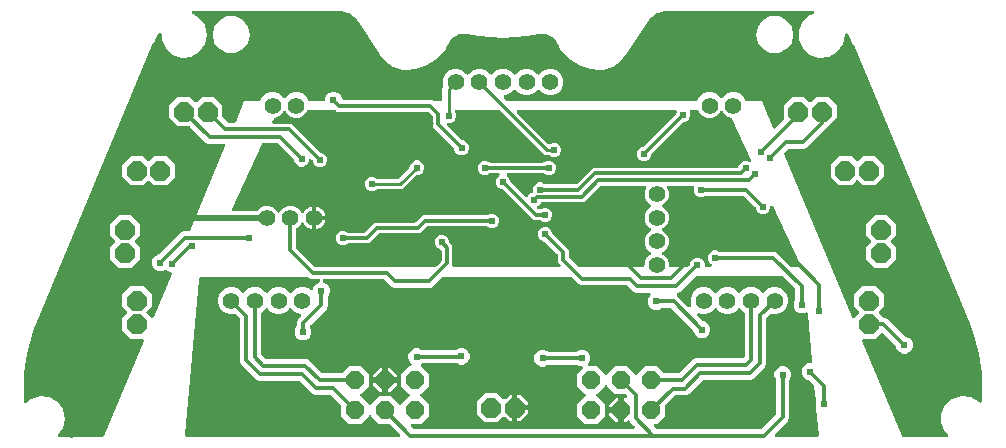
<source format=gbr>
G04 EAGLE Gerber X2 export*
G04 #@! %TF.Part,Single*
G04 #@! %TF.FileFunction,Copper,L2,Bot,Mixed*
G04 #@! %TF.FilePolarity,Positive*
G04 #@! %TF.GenerationSoftware,Autodesk,EAGLE,8.6.0*
G04 #@! %TF.CreationDate,2018-03-08T00:53:42Z*
G75*
%MOMM*%
%FSLAX34Y34*%
%LPD*%
%AMOC8*
5,1,8,0,0,1.08239X$1,22.5*%
G01*
%ADD10P,1.649562X8X202.600000*%
%ADD11C,1.422400*%
%ADD12P,1.649562X8X22.500000*%
%ADD13P,1.814519X8X202.500000*%
%ADD14P,1.814519X8X112.500000*%
%ADD15P,1.814519X8X292.500000*%
%ADD16C,0.604000*%
%ADD17C,0.304800*%
%ADD18C,0.254000*%
%ADD19C,0.508000*%

G36*
X210810Y114449D02*
X210810Y114449D01*
X210837Y114447D01*
X210968Y114469D01*
X211099Y114486D01*
X211124Y114495D01*
X211150Y114500D01*
X211272Y114554D01*
X211395Y114603D01*
X211416Y114618D01*
X211441Y114629D01*
X211545Y114711D01*
X211652Y114789D01*
X211669Y114810D01*
X211690Y114827D01*
X211770Y114932D01*
X211855Y115034D01*
X211866Y115059D01*
X211883Y115080D01*
X211954Y115224D01*
X245741Y195793D01*
X245755Y195844D01*
X245778Y195891D01*
X245798Y195996D01*
X245827Y196100D01*
X245828Y196152D01*
X245837Y196204D01*
X245831Y196310D01*
X245833Y196418D01*
X245821Y196469D01*
X245818Y196521D01*
X245785Y196623D01*
X245760Y196727D01*
X245736Y196774D01*
X245720Y196823D01*
X245662Y196914D01*
X245613Y197009D01*
X245578Y197048D01*
X245549Y197092D01*
X245471Y197166D01*
X245400Y197245D01*
X245356Y197274D01*
X245318Y197310D01*
X245224Y197362D01*
X245135Y197421D01*
X245085Y197438D01*
X245039Y197464D01*
X244936Y197490D01*
X244834Y197526D01*
X244782Y197530D01*
X244731Y197543D01*
X244571Y197553D01*
X234844Y197553D01*
X227553Y204844D01*
X227553Y215156D01*
X231500Y219102D01*
X231573Y219197D01*
X231652Y219286D01*
X231670Y219322D01*
X231695Y219354D01*
X231742Y219463D01*
X231797Y219569D01*
X231805Y219608D01*
X231821Y219646D01*
X231840Y219763D01*
X231866Y219879D01*
X231865Y219920D01*
X231871Y219960D01*
X231860Y220078D01*
X231857Y220197D01*
X231845Y220236D01*
X231842Y220276D01*
X231801Y220389D01*
X231768Y220503D01*
X231748Y220537D01*
X231734Y220576D01*
X231667Y220674D01*
X231607Y220777D01*
X231567Y220822D01*
X231555Y220839D01*
X231540Y220852D01*
X231500Y220897D01*
X227553Y224844D01*
X227553Y235156D01*
X234844Y242447D01*
X245156Y242447D01*
X252447Y235156D01*
X252447Y224844D01*
X248500Y220897D01*
X248427Y220803D01*
X248348Y220714D01*
X248330Y220678D01*
X248305Y220646D01*
X248258Y220537D01*
X248203Y220431D01*
X248195Y220392D01*
X248179Y220354D01*
X248160Y220237D01*
X248134Y220121D01*
X248135Y220080D01*
X248129Y220040D01*
X248140Y219922D01*
X248143Y219803D01*
X248155Y219764D01*
X248158Y219724D01*
X248199Y219611D01*
X248232Y219497D01*
X248252Y219462D01*
X248266Y219424D01*
X248333Y219326D01*
X248393Y219223D01*
X248433Y219178D01*
X248445Y219161D01*
X248460Y219148D01*
X248500Y219102D01*
X252106Y215496D01*
X252143Y215467D01*
X252175Y215432D01*
X252268Y215370D01*
X252358Y215301D01*
X252401Y215282D01*
X252440Y215257D01*
X252546Y215220D01*
X252649Y215175D01*
X252696Y215167D01*
X252740Y215152D01*
X252852Y215143D01*
X252963Y215125D01*
X253010Y215129D01*
X253057Y215125D01*
X253168Y215144D01*
X253280Y215155D01*
X253324Y215171D01*
X253370Y215178D01*
X253473Y215224D01*
X253579Y215262D01*
X253618Y215289D01*
X253661Y215308D01*
X253749Y215378D01*
X253842Y215441D01*
X253874Y215476D01*
X253910Y215505D01*
X253978Y215595D01*
X254053Y215679D01*
X254074Y215721D01*
X254103Y215758D01*
X254174Y215903D01*
X269497Y252443D01*
X269530Y252560D01*
X269570Y252675D01*
X269573Y252713D01*
X269583Y252749D01*
X269585Y252871D01*
X269595Y252992D01*
X269588Y253029D01*
X269589Y253067D01*
X269561Y253186D01*
X269540Y253306D01*
X269525Y253340D01*
X269516Y253377D01*
X269460Y253485D01*
X269410Y253596D01*
X269386Y253625D01*
X269369Y253658D01*
X269287Y253749D01*
X269211Y253844D01*
X269181Y253867D01*
X269156Y253895D01*
X269055Y253962D01*
X268957Y254035D01*
X268907Y254060D01*
X268891Y254071D01*
X268871Y254077D01*
X268813Y254106D01*
X266187Y255194D01*
X265584Y255796D01*
X265561Y255815D01*
X265542Y255837D01*
X265435Y255912D01*
X265333Y255991D01*
X265306Y256003D01*
X265282Y256020D01*
X265160Y256066D01*
X265041Y256118D01*
X265012Y256122D01*
X264984Y256133D01*
X264855Y256147D01*
X264727Y256168D01*
X264698Y256165D01*
X264668Y256168D01*
X264540Y256150D01*
X264410Y256138D01*
X264383Y256128D01*
X264353Y256124D01*
X264201Y256072D01*
X261409Y254915D01*
X258591Y254915D01*
X255987Y255994D01*
X253994Y257987D01*
X252915Y260591D01*
X252915Y263409D01*
X253994Y266013D01*
X255987Y268006D01*
X258591Y269085D01*
X258655Y269085D01*
X258754Y269097D01*
X258853Y269100D01*
X258911Y269117D01*
X258971Y269125D01*
X259063Y269161D01*
X259158Y269189D01*
X259210Y269219D01*
X259267Y269242D01*
X259347Y269300D01*
X259432Y269350D01*
X259507Y269416D01*
X259524Y269428D01*
X259532Y269438D01*
X259553Y269456D01*
X277734Y287638D01*
X279788Y288489D01*
X283769Y288489D01*
X283796Y288492D01*
X283823Y288490D01*
X283953Y288512D01*
X284085Y288529D01*
X284110Y288538D01*
X284136Y288543D01*
X284258Y288597D01*
X284381Y288646D01*
X284402Y288661D01*
X284427Y288672D01*
X284531Y288754D01*
X284638Y288832D01*
X284655Y288853D01*
X284676Y288870D01*
X284756Y288975D01*
X284841Y289077D01*
X284852Y289102D01*
X284868Y289123D01*
X284940Y289267D01*
X314917Y360751D01*
X314931Y360802D01*
X314954Y360849D01*
X314974Y360954D01*
X315002Y361058D01*
X315003Y361110D01*
X315013Y361162D01*
X315007Y361268D01*
X315009Y361376D01*
X314997Y361427D01*
X314994Y361479D01*
X314961Y361581D01*
X314936Y361685D01*
X314912Y361732D01*
X314896Y361781D01*
X314838Y361872D01*
X314789Y361967D01*
X314753Y362006D01*
X314725Y362050D01*
X314647Y362124D01*
X314576Y362203D01*
X314532Y362232D01*
X314494Y362268D01*
X314400Y362320D01*
X314311Y362379D01*
X314261Y362396D01*
X314215Y362422D01*
X314112Y362448D01*
X314010Y362484D01*
X313958Y362488D01*
X313907Y362501D01*
X313747Y362511D01*
X300788Y362511D01*
X298734Y363362D01*
X284915Y377182D01*
X284837Y377242D01*
X284764Y377310D01*
X284711Y377339D01*
X284664Y377376D01*
X284573Y377416D01*
X284486Y377464D01*
X284427Y377479D01*
X284372Y377503D01*
X284274Y377518D01*
X284178Y377543D01*
X284078Y377549D01*
X284058Y377553D01*
X284045Y377551D01*
X284017Y377553D01*
X274844Y377553D01*
X267553Y384844D01*
X267553Y395156D01*
X274844Y402447D01*
X285156Y402447D01*
X289103Y398500D01*
X289197Y398427D01*
X289286Y398348D01*
X289322Y398330D01*
X289354Y398305D01*
X289463Y398257D01*
X289569Y398203D01*
X289608Y398195D01*
X289646Y398179D01*
X289763Y398160D01*
X289879Y398134D01*
X289920Y398135D01*
X289960Y398129D01*
X290078Y398140D01*
X290197Y398143D01*
X290236Y398155D01*
X290276Y398158D01*
X290389Y398199D01*
X290503Y398232D01*
X290538Y398252D01*
X290576Y398266D01*
X290674Y398333D01*
X290777Y398393D01*
X290822Y398433D01*
X290839Y398445D01*
X290852Y398460D01*
X290898Y398500D01*
X294844Y402447D01*
X305156Y402447D01*
X312447Y395156D01*
X312447Y385983D01*
X312459Y385884D01*
X312462Y385785D01*
X312479Y385727D01*
X312487Y385667D01*
X312523Y385575D01*
X312551Y385480D01*
X312581Y385428D01*
X312604Y385371D01*
X312662Y385291D01*
X312712Y385206D01*
X312778Y385131D01*
X312790Y385114D01*
X312800Y385106D01*
X312818Y385085D01*
X316843Y381060D01*
X316921Y381000D01*
X316994Y380932D01*
X317047Y380903D01*
X317094Y380866D01*
X317185Y380826D01*
X317272Y380778D01*
X317331Y380763D01*
X317386Y380739D01*
X317484Y380724D01*
X317580Y380699D01*
X317680Y380693D01*
X317700Y380689D01*
X317713Y380691D01*
X317741Y380689D01*
X322434Y380689D01*
X322461Y380692D01*
X322487Y380690D01*
X322618Y380712D01*
X322750Y380729D01*
X322774Y380738D01*
X322801Y380743D01*
X322922Y380797D01*
X323045Y380846D01*
X323067Y380861D01*
X323091Y380872D01*
X323195Y380954D01*
X323303Y381032D01*
X323320Y381053D01*
X323341Y381070D01*
X323421Y381175D01*
X323505Y381277D01*
X323517Y381302D01*
X323533Y381323D01*
X323604Y381467D01*
X330844Y398731D01*
X343600Y398731D01*
X343629Y398734D01*
X343658Y398732D01*
X343787Y398754D01*
X343915Y398771D01*
X343943Y398781D01*
X343972Y398787D01*
X344090Y398840D01*
X344211Y398888D01*
X344235Y398905D01*
X344262Y398917D01*
X344363Y398998D01*
X344468Y399074D01*
X344487Y399097D01*
X344510Y399116D01*
X344588Y399219D01*
X344671Y399319D01*
X344684Y399346D01*
X344701Y399370D01*
X344772Y399514D01*
X345525Y401331D01*
X348669Y404475D01*
X352777Y406177D01*
X357223Y406177D01*
X361331Y404475D01*
X364102Y401704D01*
X364197Y401631D01*
X364286Y401552D01*
X364322Y401534D01*
X364354Y401509D01*
X364463Y401461D01*
X364569Y401407D01*
X364608Y401399D01*
X364646Y401382D01*
X364763Y401364D01*
X364879Y401338D01*
X364920Y401339D01*
X364960Y401333D01*
X365078Y401344D01*
X365197Y401347D01*
X365236Y401359D01*
X365276Y401362D01*
X365389Y401403D01*
X365503Y401436D01*
X365537Y401456D01*
X365576Y401470D01*
X365674Y401537D01*
X365777Y401597D01*
X365822Y401637D01*
X365839Y401649D01*
X365852Y401664D01*
X365897Y401704D01*
X368669Y404475D01*
X372777Y406177D01*
X377223Y406177D01*
X381331Y404475D01*
X384475Y401331D01*
X385228Y399514D01*
X385237Y399498D01*
X385240Y399488D01*
X385245Y399480D01*
X385251Y399461D01*
X385321Y399351D01*
X385385Y399238D01*
X385406Y399217D01*
X385422Y399192D01*
X385516Y399103D01*
X385607Y399010D01*
X385632Y398994D01*
X385653Y398974D01*
X385767Y398911D01*
X385878Y398843D01*
X385906Y398835D01*
X385932Y398820D01*
X386057Y398788D01*
X386182Y398750D01*
X386211Y398748D01*
X386240Y398741D01*
X386400Y398731D01*
X398146Y398731D01*
X398264Y398746D01*
X398383Y398753D01*
X398421Y398766D01*
X398462Y398771D01*
X398572Y398814D01*
X398685Y398851D01*
X398720Y398873D01*
X398757Y398888D01*
X398853Y398958D01*
X398954Y399021D01*
X398982Y399051D01*
X399015Y399074D01*
X399091Y399166D01*
X399172Y399253D01*
X399192Y399288D01*
X399217Y399319D01*
X399268Y399427D01*
X399326Y399531D01*
X399336Y399571D01*
X399353Y399607D01*
X399375Y399724D01*
X399405Y399839D01*
X399409Y399900D01*
X399413Y399920D01*
X399411Y399940D01*
X399413Y399946D01*
X399412Y399953D01*
X399415Y400000D01*
X399415Y401009D01*
X400494Y403613D01*
X402487Y405606D01*
X405091Y406685D01*
X407909Y406685D01*
X410513Y405606D01*
X412506Y403613D01*
X413600Y400972D01*
X413615Y400947D01*
X413624Y400919D01*
X413693Y400809D01*
X413758Y400696D01*
X413778Y400675D01*
X413794Y400650D01*
X413889Y400561D01*
X413979Y400468D01*
X414004Y400452D01*
X414026Y400432D01*
X414139Y400369D01*
X414250Y400301D01*
X414278Y400293D01*
X414304Y400278D01*
X414430Y400246D01*
X414554Y400208D01*
X414583Y400206D01*
X414612Y400199D01*
X414773Y400189D01*
X489712Y400189D01*
X491766Y399338D01*
X492001Y399103D01*
X492079Y399042D01*
X492152Y398974D01*
X492205Y398945D01*
X492252Y398908D01*
X492343Y398868D01*
X492430Y398820D01*
X492489Y398805D01*
X492544Y398781D01*
X492642Y398766D01*
X492738Y398741D01*
X492838Y398735D01*
X492858Y398731D01*
X492871Y398733D01*
X492899Y398731D01*
X497436Y398731D01*
X497557Y398746D01*
X497678Y398754D01*
X497714Y398766D01*
X497751Y398771D01*
X497865Y398815D01*
X497981Y398854D01*
X498012Y398874D01*
X498047Y398888D01*
X498146Y398959D01*
X498248Y399025D01*
X498274Y399052D01*
X498305Y399074D01*
X498382Y399168D01*
X498465Y399257D01*
X498483Y399290D01*
X498507Y399319D01*
X498559Y399429D01*
X498618Y399537D01*
X498627Y399573D01*
X498643Y399607D01*
X498666Y399726D01*
X498696Y399845D01*
X498699Y399900D01*
X498703Y399920D01*
X498701Y399940D01*
X498703Y399946D01*
X498702Y399953D01*
X498705Y400006D01*
X498671Y407678D01*
X498670Y407685D01*
X498671Y407692D01*
X498665Y407732D01*
X498665Y408984D01*
X498665Y408985D01*
X498665Y408989D01*
X498661Y410050D01*
X499064Y411025D01*
X499065Y411027D01*
X499067Y411030D01*
X499107Y411130D01*
X499132Y411223D01*
X499166Y411313D01*
X499174Y411376D01*
X499190Y411437D01*
X499191Y411533D01*
X499202Y411629D01*
X499193Y411692D01*
X499194Y411755D01*
X499171Y411848D01*
X499157Y411944D01*
X499123Y412045D01*
X499118Y412064D01*
X499113Y412073D01*
X499105Y412096D01*
X498823Y412777D01*
X498823Y417223D01*
X500525Y421331D01*
X503669Y424475D01*
X507777Y426177D01*
X512223Y426177D01*
X516331Y424475D01*
X519102Y421704D01*
X519197Y421631D01*
X519286Y421552D01*
X519322Y421534D01*
X519354Y421509D01*
X519463Y421461D01*
X519569Y421407D01*
X519608Y421399D01*
X519646Y421382D01*
X519763Y421364D01*
X519879Y421338D01*
X519920Y421339D01*
X519960Y421333D01*
X520078Y421344D01*
X520197Y421347D01*
X520236Y421359D01*
X520276Y421362D01*
X520389Y421403D01*
X520503Y421436D01*
X520537Y421456D01*
X520576Y421470D01*
X520674Y421537D01*
X520777Y421597D01*
X520822Y421637D01*
X520839Y421649D01*
X520852Y421664D01*
X520897Y421704D01*
X523669Y424475D01*
X527777Y426177D01*
X532223Y426177D01*
X536331Y424475D01*
X539102Y421704D01*
X539197Y421631D01*
X539286Y421552D01*
X539322Y421534D01*
X539354Y421509D01*
X539463Y421461D01*
X539569Y421407D01*
X539608Y421399D01*
X539646Y421382D01*
X539763Y421364D01*
X539879Y421338D01*
X539920Y421339D01*
X539960Y421333D01*
X540078Y421344D01*
X540197Y421347D01*
X540236Y421359D01*
X540276Y421362D01*
X540389Y421403D01*
X540503Y421436D01*
X540537Y421456D01*
X540576Y421470D01*
X540674Y421537D01*
X540777Y421597D01*
X540822Y421637D01*
X540839Y421649D01*
X540852Y421664D01*
X540897Y421704D01*
X543669Y424475D01*
X547777Y426177D01*
X552223Y426177D01*
X556331Y424475D01*
X559102Y421704D01*
X559197Y421631D01*
X559286Y421552D01*
X559322Y421534D01*
X559354Y421509D01*
X559463Y421461D01*
X559569Y421407D01*
X559608Y421399D01*
X559646Y421382D01*
X559763Y421364D01*
X559879Y421338D01*
X559920Y421339D01*
X559960Y421333D01*
X560078Y421344D01*
X560197Y421347D01*
X560236Y421359D01*
X560276Y421362D01*
X560389Y421403D01*
X560503Y421436D01*
X560537Y421456D01*
X560576Y421470D01*
X560674Y421537D01*
X560777Y421597D01*
X560822Y421637D01*
X560839Y421649D01*
X560852Y421664D01*
X560897Y421704D01*
X563669Y424475D01*
X567777Y426177D01*
X572223Y426177D01*
X576331Y424475D01*
X579103Y421704D01*
X579197Y421631D01*
X579286Y421552D01*
X579322Y421534D01*
X579354Y421509D01*
X579463Y421461D01*
X579569Y421407D01*
X579608Y421399D01*
X579646Y421382D01*
X579763Y421364D01*
X579879Y421338D01*
X579920Y421339D01*
X579960Y421333D01*
X580078Y421344D01*
X580197Y421347D01*
X580236Y421359D01*
X580276Y421362D01*
X580389Y421403D01*
X580503Y421436D01*
X580538Y421456D01*
X580576Y421470D01*
X580674Y421537D01*
X580777Y421597D01*
X580822Y421637D01*
X580839Y421649D01*
X580852Y421664D01*
X580898Y421704D01*
X583669Y424475D01*
X587777Y426177D01*
X592223Y426177D01*
X596331Y424475D01*
X599475Y421331D01*
X601177Y417223D01*
X601177Y412777D01*
X599475Y408669D01*
X596331Y405525D01*
X592223Y403823D01*
X587777Y403823D01*
X583669Y405525D01*
X580898Y408296D01*
X580803Y408369D01*
X580714Y408448D01*
X580678Y408466D01*
X580646Y408491D01*
X580537Y408539D01*
X580431Y408593D01*
X580392Y408601D01*
X580354Y408618D01*
X580237Y408636D01*
X580121Y408662D01*
X580080Y408661D01*
X580040Y408667D01*
X579922Y408656D01*
X579803Y408653D01*
X579764Y408641D01*
X579724Y408638D01*
X579611Y408597D01*
X579497Y408564D01*
X579463Y408544D01*
X579424Y408530D01*
X579326Y408463D01*
X579223Y408403D01*
X579178Y408363D01*
X579161Y408351D01*
X579148Y408336D01*
X579103Y408296D01*
X576331Y405525D01*
X572223Y403823D01*
X567777Y403823D01*
X563669Y405525D01*
X560897Y408296D01*
X560803Y408369D01*
X560714Y408448D01*
X560678Y408466D01*
X560646Y408491D01*
X560537Y408539D01*
X560431Y408593D01*
X560392Y408601D01*
X560354Y408618D01*
X560237Y408636D01*
X560121Y408662D01*
X560080Y408661D01*
X560040Y408667D01*
X559922Y408656D01*
X559803Y408653D01*
X559764Y408641D01*
X559724Y408638D01*
X559611Y408597D01*
X559497Y408564D01*
X559462Y408544D01*
X559424Y408530D01*
X559326Y408463D01*
X559223Y408403D01*
X559178Y408363D01*
X559161Y408351D01*
X559148Y408336D01*
X559102Y408296D01*
X556331Y405525D01*
X552223Y403823D01*
X551785Y403823D01*
X551648Y403806D01*
X551509Y403793D01*
X551490Y403786D01*
X551470Y403783D01*
X551341Y403732D01*
X551210Y403685D01*
X551193Y403674D01*
X551174Y403666D01*
X551062Y403585D01*
X550947Y403507D01*
X550933Y403491D01*
X550917Y403480D01*
X550828Y403372D01*
X550736Y403268D01*
X550727Y403250D01*
X550714Y403235D01*
X550655Y403109D01*
X550592Y402985D01*
X550587Y402965D01*
X550578Y402947D01*
X550552Y402811D01*
X550522Y402675D01*
X550523Y402654D01*
X550519Y402635D01*
X550527Y402496D01*
X550532Y402357D01*
X550537Y402337D01*
X550538Y402317D01*
X550581Y402185D01*
X550620Y402051D01*
X550630Y402034D01*
X550636Y402015D01*
X550711Y401897D01*
X550782Y401777D01*
X550800Y401756D01*
X550807Y401746D01*
X550822Y401732D01*
X550888Y401657D01*
X553442Y399103D01*
X553520Y399042D01*
X553592Y398974D01*
X553645Y398945D01*
X553693Y398908D01*
X553784Y398868D01*
X553871Y398820D01*
X553929Y398805D01*
X553985Y398781D01*
X554083Y398766D01*
X554179Y398741D01*
X554279Y398735D01*
X554299Y398731D01*
X554311Y398733D01*
X554339Y398731D01*
X713600Y398731D01*
X713629Y398734D01*
X713658Y398732D01*
X713787Y398754D01*
X713915Y398771D01*
X713943Y398781D01*
X713972Y398787D01*
X714090Y398840D01*
X714211Y398888D01*
X714235Y398905D01*
X714262Y398917D01*
X714363Y398998D01*
X714468Y399074D01*
X714487Y399097D01*
X714510Y399116D01*
X714588Y399219D01*
X714671Y399319D01*
X714684Y399346D01*
X714701Y399370D01*
X714772Y399514D01*
X715525Y401331D01*
X718669Y404475D01*
X722777Y406177D01*
X727223Y406177D01*
X731331Y404475D01*
X734102Y401704D01*
X734197Y401631D01*
X734286Y401552D01*
X734322Y401534D01*
X734354Y401509D01*
X734463Y401461D01*
X734569Y401407D01*
X734608Y401399D01*
X734646Y401382D01*
X734763Y401364D01*
X734879Y401338D01*
X734920Y401339D01*
X734960Y401333D01*
X735078Y401344D01*
X735197Y401347D01*
X735236Y401359D01*
X735276Y401362D01*
X735389Y401403D01*
X735503Y401436D01*
X735537Y401456D01*
X735576Y401470D01*
X735674Y401537D01*
X735777Y401597D01*
X735822Y401637D01*
X735839Y401649D01*
X735852Y401664D01*
X735897Y401704D01*
X738669Y404475D01*
X742777Y406177D01*
X747223Y406177D01*
X751331Y404475D01*
X754475Y401331D01*
X755228Y399514D01*
X755237Y399498D01*
X755240Y399488D01*
X755245Y399480D01*
X755251Y399461D01*
X755321Y399351D01*
X755385Y399238D01*
X755406Y399217D01*
X755422Y399192D01*
X755516Y399103D01*
X755607Y399010D01*
X755632Y398994D01*
X755653Y398974D01*
X755767Y398911D01*
X755878Y398843D01*
X755906Y398835D01*
X755932Y398820D01*
X756057Y398788D01*
X756182Y398750D01*
X756211Y398748D01*
X756240Y398741D01*
X756400Y398731D01*
X769156Y398731D01*
X778521Y376399D01*
X778544Y376358D01*
X778560Y376314D01*
X778623Y376221D01*
X778680Y376124D01*
X778712Y376090D01*
X778739Y376051D01*
X778823Y375977D01*
X778902Y375896D01*
X778942Y375872D01*
X778977Y375841D01*
X779077Y375789D01*
X779174Y375731D01*
X779219Y375717D01*
X779260Y375696D01*
X779370Y375671D01*
X779478Y375639D01*
X779525Y375637D01*
X779571Y375626D01*
X779683Y375630D01*
X779796Y375625D01*
X779842Y375635D01*
X779889Y375636D01*
X779997Y375667D01*
X780107Y375691D01*
X780149Y375712D01*
X780194Y375725D01*
X780291Y375782D01*
X780392Y375832D01*
X780427Y375862D01*
X780468Y375886D01*
X780589Y375992D01*
X787600Y383003D01*
X787673Y383097D01*
X787751Y383187D01*
X787770Y383223D01*
X787794Y383254D01*
X787842Y383364D01*
X787896Y383470D01*
X787905Y383509D01*
X787921Y383546D01*
X787940Y383664D01*
X787966Y383780D01*
X787964Y383820D01*
X787971Y383860D01*
X787959Y383979D01*
X787956Y384098D01*
X787945Y384137D01*
X787941Y384177D01*
X787901Y384289D01*
X787867Y384403D01*
X787847Y384438D01*
X787833Y384476D01*
X787766Y384575D01*
X787706Y384677D01*
X787666Y384723D01*
X787655Y384739D01*
X787639Y384753D01*
X787600Y384798D01*
X787553Y384844D01*
X787553Y395156D01*
X794844Y402447D01*
X805156Y402447D01*
X809103Y398500D01*
X809197Y398427D01*
X809286Y398348D01*
X809322Y398330D01*
X809354Y398305D01*
X809463Y398257D01*
X809569Y398203D01*
X809608Y398195D01*
X809646Y398179D01*
X809763Y398160D01*
X809879Y398134D01*
X809920Y398135D01*
X809960Y398129D01*
X810078Y398140D01*
X810197Y398143D01*
X810236Y398155D01*
X810276Y398158D01*
X810389Y398199D01*
X810503Y398232D01*
X810538Y398252D01*
X810576Y398266D01*
X810674Y398333D01*
X810777Y398393D01*
X810822Y398433D01*
X810839Y398445D01*
X810852Y398460D01*
X810898Y398500D01*
X814844Y402447D01*
X825156Y402447D01*
X832447Y395156D01*
X832447Y384844D01*
X825017Y377414D01*
X824971Y377396D01*
X824891Y377338D01*
X824806Y377288D01*
X824731Y377222D01*
X824714Y377210D01*
X824706Y377200D01*
X824685Y377182D01*
X806966Y359462D01*
X804912Y358611D01*
X792341Y358611D01*
X792242Y358599D01*
X792143Y358596D01*
X792085Y358579D01*
X792025Y358571D01*
X791933Y358535D01*
X791838Y358507D01*
X791786Y358477D01*
X791729Y358454D01*
X791649Y358396D01*
X791564Y358346D01*
X791489Y358280D01*
X791472Y358268D01*
X791464Y358258D01*
X791443Y358240D01*
X788307Y355103D01*
X788287Y355077D01*
X788262Y355056D01*
X788190Y354952D01*
X788112Y354852D01*
X788099Y354822D01*
X788080Y354796D01*
X788036Y354677D01*
X787985Y354560D01*
X787980Y354528D01*
X787969Y354498D01*
X787955Y354372D01*
X787936Y354246D01*
X787939Y354214D01*
X787935Y354181D01*
X787953Y354056D01*
X787965Y353929D01*
X787976Y353899D01*
X787981Y353867D01*
X788034Y353715D01*
X845826Y215903D01*
X845849Y215862D01*
X845865Y215818D01*
X845928Y215725D01*
X845985Y215627D01*
X846017Y215594D01*
X846044Y215555D01*
X846128Y215480D01*
X846207Y215400D01*
X846247Y215375D01*
X846282Y215344D01*
X846382Y215293D01*
X846479Y215235D01*
X846524Y215221D01*
X846565Y215200D01*
X846675Y215175D01*
X846783Y215142D01*
X846830Y215140D01*
X846876Y215130D01*
X846988Y215133D01*
X847101Y215129D01*
X847147Y215138D01*
X847193Y215140D01*
X847302Y215171D01*
X847412Y215194D01*
X847454Y215215D01*
X847499Y215228D01*
X847596Y215285D01*
X847697Y215335D01*
X847733Y215366D01*
X847773Y215390D01*
X847894Y215496D01*
X851500Y219103D01*
X851573Y219197D01*
X851652Y219286D01*
X851670Y219322D01*
X851695Y219354D01*
X851743Y219463D01*
X851797Y219569D01*
X851805Y219608D01*
X851821Y219646D01*
X851840Y219763D01*
X851866Y219879D01*
X851865Y219920D01*
X851871Y219960D01*
X851860Y220078D01*
X851857Y220197D01*
X851845Y220236D01*
X851842Y220276D01*
X851801Y220389D01*
X851768Y220503D01*
X851748Y220538D01*
X851734Y220576D01*
X851667Y220674D01*
X851607Y220777D01*
X851567Y220822D01*
X851555Y220839D01*
X851540Y220852D01*
X851500Y220898D01*
X847553Y224844D01*
X847553Y235156D01*
X854844Y242447D01*
X865156Y242447D01*
X872447Y235156D01*
X872447Y224844D01*
X868500Y220898D01*
X868427Y220803D01*
X868348Y220714D01*
X868330Y220678D01*
X868305Y220646D01*
X868258Y220537D01*
X868203Y220431D01*
X868195Y220392D01*
X868179Y220354D01*
X868160Y220237D01*
X868134Y220121D01*
X868135Y220080D01*
X868129Y220040D01*
X868140Y219922D01*
X868143Y219803D01*
X868155Y219764D01*
X868158Y219724D01*
X868199Y219611D01*
X868232Y219497D01*
X868252Y219463D01*
X868266Y219424D01*
X868333Y219326D01*
X868393Y219223D01*
X868433Y219178D01*
X868445Y219161D01*
X868460Y219148D01*
X868500Y219103D01*
X871642Y215960D01*
X871720Y215900D01*
X871792Y215832D01*
X871845Y215803D01*
X871893Y215766D01*
X871984Y215726D01*
X872071Y215678D01*
X872129Y215663D01*
X872185Y215639D01*
X872283Y215624D01*
X872379Y215599D01*
X872479Y215593D01*
X872499Y215589D01*
X872511Y215591D01*
X872539Y215589D01*
X873212Y215589D01*
X875266Y214738D01*
X890347Y199656D01*
X890425Y199596D01*
X890498Y199528D01*
X890551Y199499D01*
X890598Y199462D01*
X890689Y199422D01*
X890776Y199374D01*
X890835Y199359D01*
X890890Y199335D01*
X890988Y199320D01*
X891084Y199295D01*
X891184Y199289D01*
X891204Y199285D01*
X891217Y199287D01*
X891245Y199285D01*
X891309Y199285D01*
X893913Y198206D01*
X895906Y196213D01*
X896985Y193609D01*
X896985Y190791D01*
X895906Y188187D01*
X893913Y186194D01*
X891309Y185115D01*
X888491Y185115D01*
X885887Y186194D01*
X883894Y188187D01*
X882815Y190791D01*
X882815Y190855D01*
X882803Y190954D01*
X882800Y191053D01*
X882783Y191111D01*
X882775Y191171D01*
X882739Y191263D01*
X882711Y191358D01*
X882681Y191410D01*
X882658Y191467D01*
X882600Y191547D01*
X882550Y191632D01*
X882484Y191707D01*
X882472Y191724D01*
X882462Y191732D01*
X882444Y191753D01*
X871797Y202400D01*
X871703Y202473D01*
X871614Y202551D01*
X871578Y202570D01*
X871546Y202594D01*
X871436Y202642D01*
X871330Y202696D01*
X871291Y202705D01*
X871254Y202721D01*
X871136Y202740D01*
X871020Y202766D01*
X870980Y202764D01*
X870940Y202771D01*
X870821Y202760D01*
X870702Y202756D01*
X870663Y202745D01*
X870623Y202741D01*
X870511Y202701D01*
X870397Y202667D01*
X870362Y202647D01*
X870324Y202633D01*
X870225Y202566D01*
X870123Y202506D01*
X870077Y202466D01*
X870061Y202455D01*
X870047Y202439D01*
X870002Y202400D01*
X865156Y197553D01*
X855429Y197553D01*
X855377Y197547D01*
X855325Y197549D01*
X855220Y197527D01*
X855114Y197513D01*
X855065Y197494D01*
X855014Y197483D01*
X854917Y197436D01*
X854818Y197396D01*
X854776Y197366D01*
X854729Y197342D01*
X854647Y197272D01*
X854561Y197210D01*
X854527Y197169D01*
X854487Y197135D01*
X854426Y197047D01*
X854358Y196965D01*
X854336Y196917D01*
X854306Y196874D01*
X854268Y196774D01*
X854222Y196677D01*
X854213Y196625D01*
X854194Y196576D01*
X854183Y196470D01*
X854163Y196365D01*
X854166Y196312D01*
X854160Y196260D01*
X854176Y196154D01*
X854182Y196047D01*
X854198Y195997D01*
X854206Y195945D01*
X854259Y195793D01*
X888046Y115224D01*
X888059Y115201D01*
X888067Y115176D01*
X888138Y115063D01*
X888205Y114949D01*
X888223Y114930D01*
X888238Y114907D01*
X888334Y114816D01*
X888427Y114721D01*
X888450Y114707D01*
X888469Y114689D01*
X888585Y114625D01*
X888699Y114556D01*
X888724Y114548D01*
X888748Y114535D01*
X888876Y114502D01*
X889003Y114464D01*
X889030Y114463D01*
X889056Y114456D01*
X889216Y114446D01*
X925584Y114446D01*
X925597Y114447D01*
X925610Y114446D01*
X925754Y114467D01*
X925899Y114486D01*
X925911Y114490D01*
X925924Y114492D01*
X926059Y114549D01*
X926195Y114603D01*
X926205Y114610D01*
X926218Y114615D01*
X926334Y114704D01*
X926452Y114789D01*
X926461Y114800D01*
X926471Y114808D01*
X926561Y114921D01*
X926655Y115034D01*
X926661Y115046D01*
X926669Y115057D01*
X926728Y115190D01*
X926791Y115322D01*
X926793Y115335D01*
X926798Y115347D01*
X926823Y115492D01*
X926850Y115634D01*
X926849Y115648D01*
X926852Y115661D01*
X926840Y115807D01*
X926831Y115952D01*
X926826Y115964D01*
X926825Y115978D01*
X926778Y116116D01*
X926733Y116254D01*
X926725Y116266D01*
X926721Y116278D01*
X926641Y116399D01*
X926562Y116523D01*
X926553Y116532D01*
X926545Y116543D01*
X926433Y116658D01*
X924291Y118587D01*
X921007Y125963D01*
X921007Y134037D01*
X924291Y141413D01*
X930291Y146816D01*
X937970Y149311D01*
X946000Y148467D01*
X952993Y144430D01*
X953258Y144065D01*
X953313Y144007D01*
X953359Y143942D01*
X953421Y143891D01*
X953476Y143833D01*
X953543Y143790D01*
X953604Y143739D01*
X953677Y143705D01*
X953744Y143662D01*
X953820Y143638D01*
X953892Y143604D01*
X953971Y143589D01*
X954047Y143564D01*
X954126Y143559D01*
X954205Y143544D01*
X954284Y143549D01*
X954364Y143544D01*
X954442Y143559D01*
X954522Y143564D01*
X954598Y143588D01*
X954677Y143603D01*
X954749Y143637D01*
X954824Y143662D01*
X954892Y143705D01*
X954964Y143739D01*
X955026Y143789D01*
X955093Y143832D01*
X955148Y143890D01*
X955210Y143941D01*
X955256Y144006D01*
X955311Y144064D01*
X955350Y144133D01*
X955397Y144198D01*
X955426Y144272D01*
X955465Y144342D01*
X955485Y144419D01*
X955514Y144494D01*
X955524Y144573D01*
X955544Y144650D01*
X955554Y144808D01*
X955554Y144809D01*
X955554Y144810D01*
X955554Y144811D01*
X955554Y160000D01*
X955553Y160013D01*
X955554Y160042D01*
X955285Y168214D01*
X955282Y168233D01*
X955274Y168338D01*
X953130Y184541D01*
X953129Y184544D01*
X953129Y184547D01*
X953097Y184705D01*
X948845Y200485D01*
X948838Y200504D01*
X948806Y200605D01*
X945912Y208251D01*
X945906Y208262D01*
X945896Y208290D01*
X846807Y446105D01*
X846630Y446529D01*
X845896Y448290D01*
X845887Y448306D01*
X845869Y448352D01*
X843861Y452528D01*
X843850Y452546D01*
X843843Y452565D01*
X843759Y452703D01*
X841734Y455615D01*
X841654Y455703D01*
X841580Y455797D01*
X841548Y455821D01*
X841521Y455851D01*
X841422Y455917D01*
X841327Y455989D01*
X841289Y456005D01*
X841256Y456027D01*
X841143Y456066D01*
X841034Y456112D01*
X840994Y456118D01*
X840955Y456132D01*
X840837Y456142D01*
X840719Y456159D01*
X840679Y456155D01*
X840639Y456158D01*
X840521Y456139D01*
X840403Y456126D01*
X840365Y456112D01*
X840325Y456105D01*
X840216Y456057D01*
X840105Y456016D01*
X840071Y455993D01*
X840034Y455976D01*
X839941Y455902D01*
X839843Y455834D01*
X839817Y455804D01*
X839785Y455779D01*
X839713Y455684D01*
X839635Y455594D01*
X839617Y455558D01*
X839593Y455525D01*
X839547Y455416D01*
X839494Y455309D01*
X839477Y455251D01*
X839469Y455232D01*
X839466Y455212D01*
X839450Y455154D01*
X837739Y447102D01*
X832993Y440570D01*
X826000Y436533D01*
X817970Y435689D01*
X810291Y438184D01*
X804291Y443587D01*
X801007Y450963D01*
X801007Y459037D01*
X804291Y466413D01*
X810291Y471816D01*
X812755Y472616D01*
X812769Y472623D01*
X812784Y472626D01*
X812913Y472691D01*
X813043Y472752D01*
X813055Y472762D01*
X813069Y472769D01*
X813177Y472863D01*
X813288Y472955D01*
X813297Y472967D01*
X813309Y472977D01*
X813390Y473095D01*
X813475Y473212D01*
X813481Y473226D01*
X813489Y473239D01*
X813539Y473373D01*
X813592Y473507D01*
X813594Y473523D01*
X813599Y473537D01*
X813614Y473680D01*
X813632Y473823D01*
X813630Y473838D01*
X813632Y473853D01*
X813610Y473996D01*
X813593Y474138D01*
X813587Y474153D01*
X813585Y474168D01*
X813528Y474301D01*
X813476Y474434D01*
X813467Y474447D01*
X813461Y474461D01*
X813373Y474576D01*
X813289Y474692D01*
X813277Y474701D01*
X813268Y474714D01*
X813154Y474803D01*
X813044Y474895D01*
X813030Y474901D01*
X813018Y474911D01*
X812887Y474969D01*
X812756Y475030D01*
X812741Y475033D01*
X812727Y475039D01*
X812571Y475076D01*
X809787Y475537D01*
X809763Y475538D01*
X809740Y475544D01*
X809579Y475554D01*
X692183Y475554D01*
X692120Y475546D01*
X692056Y475548D01*
X691963Y475526D01*
X691868Y475514D01*
X691808Y475491D01*
X691746Y475477D01*
X691701Y475453D01*
X689912Y475552D01*
X689893Y475551D01*
X689842Y475554D01*
X689399Y475554D01*
X689387Y475553D01*
X689360Y475554D01*
X686738Y475472D01*
X686655Y475459D01*
X686571Y475456D01*
X686433Y475424D01*
X686424Y475423D01*
X686421Y475421D01*
X686414Y475420D01*
X680864Y473760D01*
X680737Y473704D01*
X680609Y473652D01*
X680585Y473636D01*
X680573Y473631D01*
X680557Y473619D01*
X680473Y473565D01*
X675816Y470121D01*
X675755Y470063D01*
X675688Y470012D01*
X675592Y469907D01*
X675586Y469901D01*
X675584Y469898D01*
X675579Y469893D01*
X673764Y467623D01*
X673753Y467604D01*
X673699Y467534D01*
X655006Y439495D01*
X653699Y437534D01*
X651083Y433610D01*
X643499Y428002D01*
X634462Y425299D01*
X630472Y425521D01*
X629753Y425561D01*
X629492Y425576D01*
X627390Y425692D01*
X624411Y425858D01*
X614259Y429242D01*
X605355Y435178D01*
X598326Y443248D01*
X596568Y446884D01*
X595997Y448065D01*
X595986Y448083D01*
X595948Y448157D01*
X594900Y449937D01*
X594853Y449997D01*
X594815Y450063D01*
X594710Y450184D01*
X591817Y453115D01*
X591717Y453194D01*
X591621Y453278D01*
X591581Y453301D01*
X591567Y453312D01*
X591547Y453321D01*
X591481Y453359D01*
X587798Y455201D01*
X587678Y455243D01*
X587560Y455291D01*
X587515Y455300D01*
X587498Y455306D01*
X587476Y455308D01*
X587402Y455323D01*
X583322Y455878D01*
X583246Y455879D01*
X583171Y455890D01*
X583010Y455882D01*
X580957Y455653D01*
X580935Y455648D01*
X580854Y455637D01*
X570683Y453647D01*
X550000Y452313D01*
X529317Y453647D01*
X519548Y455559D01*
X519547Y455559D01*
X519146Y455637D01*
X519125Y455638D01*
X519043Y455653D01*
X516990Y455882D01*
X516914Y455881D01*
X516839Y455890D01*
X516678Y455878D01*
X512598Y455323D01*
X512475Y455290D01*
X512350Y455263D01*
X512308Y455245D01*
X512291Y455241D01*
X512272Y455230D01*
X512202Y455201D01*
X508519Y453359D01*
X508413Y453288D01*
X508303Y453222D01*
X508269Y453192D01*
X508254Y453182D01*
X508240Y453166D01*
X508183Y453115D01*
X505290Y450184D01*
X505244Y450124D01*
X505191Y450070D01*
X505100Y449937D01*
X504052Y448157D01*
X504043Y448137D01*
X504003Y448065D01*
X502972Y445934D01*
X501674Y443248D01*
X494645Y435178D01*
X485741Y429242D01*
X475589Y425858D01*
X472610Y425692D01*
X470269Y425562D01*
X470268Y425562D01*
X470247Y425561D01*
X470048Y425550D01*
X465538Y425299D01*
X456501Y428002D01*
X448917Y433610D01*
X446301Y437534D01*
X444988Y439503D01*
X444988Y439504D01*
X427026Y466446D01*
X426301Y467534D01*
X426287Y467550D01*
X426236Y467623D01*
X424421Y469893D01*
X424360Y469952D01*
X424307Y470017D01*
X424199Y470108D01*
X424192Y470114D01*
X424189Y470116D01*
X424184Y470121D01*
X419527Y473565D01*
X419405Y473633D01*
X419287Y473704D01*
X419260Y473714D01*
X419249Y473720D01*
X419229Y473725D01*
X419136Y473760D01*
X413586Y475420D01*
X413503Y475434D01*
X413422Y475457D01*
X413282Y475470D01*
X413273Y475472D01*
X413269Y475472D01*
X413262Y475472D01*
X410640Y475554D01*
X410628Y475553D01*
X410601Y475554D01*
X410158Y475554D01*
X410140Y475552D01*
X410088Y475552D01*
X408306Y475453D01*
X408285Y475465D01*
X408193Y475488D01*
X408103Y475522D01*
X408039Y475528D01*
X407977Y475544D01*
X407817Y475554D01*
X290421Y475554D01*
X290397Y475551D01*
X290374Y475553D01*
X290213Y475537D01*
X287650Y475112D01*
X287610Y475100D01*
X287568Y475096D01*
X287458Y475055D01*
X287345Y475021D01*
X287309Y475000D01*
X287270Y474985D01*
X287174Y474918D01*
X287073Y474858D01*
X287043Y474828D01*
X287009Y474804D01*
X286932Y474715D01*
X286850Y474631D01*
X286828Y474595D01*
X286801Y474563D01*
X286749Y474458D01*
X286690Y474356D01*
X286678Y474316D01*
X286659Y474279D01*
X286635Y474163D01*
X286603Y474050D01*
X286602Y474009D01*
X286593Y473967D01*
X286598Y473850D01*
X286595Y473733D01*
X286604Y473692D01*
X286606Y473650D01*
X286640Y473537D01*
X286666Y473423D01*
X286686Y473385D01*
X286698Y473345D01*
X286758Y473244D01*
X286812Y473140D01*
X286840Y473109D01*
X286862Y473073D01*
X286946Y472991D01*
X287024Y472903D01*
X287059Y472880D01*
X287089Y472850D01*
X287223Y472761D01*
X292993Y469430D01*
X297739Y462898D01*
X299417Y455000D01*
X297739Y447102D01*
X292993Y440570D01*
X286000Y436533D01*
X277970Y435689D01*
X270291Y438184D01*
X264291Y443587D01*
X261007Y450963D01*
X261007Y455507D01*
X260995Y455599D01*
X260993Y455692D01*
X260975Y455757D01*
X260967Y455823D01*
X260933Y455909D01*
X260908Y455998D01*
X260875Y456056D01*
X260850Y456119D01*
X260796Y456193D01*
X260749Y456274D01*
X260703Y456322D01*
X260663Y456376D01*
X260592Y456435D01*
X260527Y456501D01*
X260470Y456536D01*
X260418Y456579D01*
X260335Y456618D01*
X260255Y456666D01*
X260191Y456686D01*
X260131Y456714D01*
X260040Y456732D01*
X259951Y456759D01*
X259884Y456762D01*
X259818Y456774D01*
X259726Y456768D01*
X259633Y456772D01*
X259568Y456758D01*
X259501Y456754D01*
X259413Y456726D01*
X259322Y456707D01*
X259262Y456677D01*
X259198Y456656D01*
X259120Y456607D01*
X259037Y456566D01*
X258986Y456522D01*
X258930Y456486D01*
X258866Y456419D01*
X258796Y456358D01*
X258723Y456267D01*
X258712Y456255D01*
X258707Y456247D01*
X258696Y456232D01*
X256241Y452703D01*
X256231Y452684D01*
X256217Y452668D01*
X256139Y452528D01*
X254131Y448352D01*
X254126Y448334D01*
X254104Y448290D01*
X253193Y446105D01*
X155014Y210475D01*
X154104Y208290D01*
X154100Y208278D01*
X154088Y208251D01*
X151194Y200605D01*
X151189Y200586D01*
X151155Y200485D01*
X146903Y184705D01*
X146903Y184702D01*
X146901Y184699D01*
X146870Y184541D01*
X144726Y168338D01*
X144726Y168319D01*
X144715Y168214D01*
X144446Y160042D01*
X144448Y160029D01*
X144446Y160000D01*
X144446Y144403D01*
X144459Y144298D01*
X144463Y144192D01*
X144479Y144141D01*
X144486Y144088D01*
X144525Y143989D01*
X144555Y143888D01*
X144583Y143842D01*
X144603Y143792D01*
X144665Y143706D01*
X144720Y143616D01*
X144758Y143578D01*
X144789Y143535D01*
X144871Y143467D01*
X144947Y143393D01*
X144993Y143366D01*
X145034Y143332D01*
X145130Y143287D01*
X145222Y143234D01*
X145274Y143219D01*
X145322Y143196D01*
X145426Y143177D01*
X145528Y143148D01*
X145582Y143147D01*
X145634Y143137D01*
X145740Y143143D01*
X145846Y143141D01*
X145899Y143153D01*
X145952Y143156D01*
X146053Y143189D01*
X146156Y143213D01*
X146203Y143238D01*
X146254Y143254D01*
X146344Y143311D01*
X146438Y143360D01*
X146505Y143413D01*
X146523Y143425D01*
X146534Y143436D01*
X146564Y143460D01*
X150291Y146816D01*
X157970Y149311D01*
X166000Y148467D01*
X172993Y144430D01*
X177739Y137898D01*
X179417Y130000D01*
X177739Y122102D01*
X173640Y116461D01*
X173621Y116426D01*
X173596Y116396D01*
X173545Y116287D01*
X173487Y116182D01*
X173477Y116144D01*
X173460Y116108D01*
X173438Y115991D01*
X173408Y115874D01*
X173408Y115834D01*
X173400Y115795D01*
X173408Y115676D01*
X173408Y115556D01*
X173417Y115518D01*
X173420Y115478D01*
X173457Y115364D01*
X173487Y115248D01*
X173506Y115213D01*
X173518Y115176D01*
X173582Y115074D01*
X173640Y114969D01*
X173667Y114940D01*
X173688Y114907D01*
X173775Y114825D01*
X173857Y114738D01*
X173891Y114716D01*
X173920Y114689D01*
X174024Y114631D01*
X174126Y114567D01*
X174164Y114555D01*
X174198Y114535D01*
X174314Y114506D01*
X174428Y114468D01*
X174468Y114466D01*
X174506Y114456D01*
X174667Y114446D01*
X210784Y114446D01*
X210810Y114449D01*
G37*
G36*
X493036Y258743D02*
X493036Y258743D01*
X493135Y258746D01*
X493194Y258763D01*
X493254Y258771D01*
X493346Y258807D01*
X493441Y258835D01*
X493493Y258865D01*
X493549Y258888D01*
X493629Y258946D01*
X493715Y258996D01*
X493790Y259062D01*
X493807Y259074D01*
X493815Y259084D01*
X493836Y259103D01*
X497656Y262922D01*
X497716Y263001D01*
X497784Y263073D01*
X497808Y263116D01*
X497817Y263127D01*
X497822Y263137D01*
X497850Y263174D01*
X497890Y263265D01*
X497938Y263351D01*
X497953Y263410D01*
X497977Y263465D01*
X497992Y263563D01*
X498017Y263659D01*
X498023Y263759D01*
X498027Y263780D01*
X498025Y263792D01*
X498027Y263820D01*
X498027Y271962D01*
X498012Y272080D01*
X498005Y272199D01*
X497992Y272237D01*
X497987Y272278D01*
X497944Y272388D01*
X497907Y272501D01*
X497885Y272536D01*
X497870Y272573D01*
X497801Y272669D01*
X497737Y272770D01*
X497707Y272798D01*
X497684Y272831D01*
X497592Y272907D01*
X497505Y272988D01*
X497470Y273008D01*
X497439Y273033D01*
X497331Y273084D01*
X497227Y273142D01*
X497187Y273152D01*
X497151Y273169D01*
X497137Y273172D01*
X494762Y274155D01*
X493055Y275862D01*
X492131Y278093D01*
X492131Y280507D01*
X493055Y282738D01*
X494762Y284445D01*
X496993Y285369D01*
X499407Y285369D01*
X501638Y284445D01*
X503345Y282738D01*
X504269Y280507D01*
X504269Y280224D01*
X504281Y280126D01*
X504284Y280027D01*
X504301Y279968D01*
X504309Y279908D01*
X504345Y279816D01*
X504373Y279721D01*
X504403Y279669D01*
X504426Y279613D01*
X504484Y279533D01*
X504534Y279447D01*
X504600Y279372D01*
X504612Y279355D01*
X504622Y279347D01*
X504640Y279326D01*
X507173Y276794D01*
X507173Y260000D01*
X507188Y259882D01*
X507195Y259763D01*
X507208Y259725D01*
X507213Y259684D01*
X507256Y259574D01*
X507293Y259461D01*
X507315Y259426D01*
X507330Y259389D01*
X507399Y259293D01*
X507463Y259192D01*
X507493Y259164D01*
X507516Y259131D01*
X507608Y259056D01*
X507695Y258974D01*
X507730Y258954D01*
X507761Y258929D01*
X507869Y258878D01*
X507973Y258820D01*
X508013Y258810D01*
X508049Y258793D01*
X508166Y258771D01*
X508281Y258741D01*
X508341Y258737D01*
X508361Y258733D01*
X508382Y258735D01*
X508442Y258731D01*
X597538Y258731D01*
X597676Y258748D01*
X597815Y258761D01*
X597834Y258768D01*
X597854Y258771D01*
X597983Y258822D01*
X598114Y258869D01*
X598131Y258880D01*
X598149Y258888D01*
X598262Y258969D01*
X598377Y259047D01*
X598390Y259063D01*
X598407Y259074D01*
X598495Y259182D01*
X598587Y259286D01*
X598597Y259304D01*
X598610Y259319D01*
X598669Y259445D01*
X598732Y259569D01*
X598736Y259589D01*
X598745Y259607D01*
X598771Y259743D01*
X598802Y259879D01*
X598801Y259900D01*
X598805Y259920D01*
X598796Y260058D01*
X598792Y260197D01*
X598786Y260217D01*
X598785Y260237D01*
X598742Y260369D01*
X598704Y260503D01*
X598693Y260520D01*
X598687Y260539D01*
X598613Y260657D01*
X598542Y260777D01*
X598524Y260798D01*
X598517Y260808D01*
X598502Y260822D01*
X598436Y260898D01*
X596527Y262806D01*
X596527Y268380D01*
X596515Y268478D01*
X596512Y268577D01*
X596495Y268636D01*
X596487Y268696D01*
X596451Y268788D01*
X596423Y268883D01*
X596393Y268935D01*
X596370Y268991D01*
X596312Y269071D01*
X596262Y269157D01*
X596196Y269232D01*
X596184Y269249D01*
X596174Y269257D01*
X596156Y269278D01*
X585874Y279560D01*
X585795Y279620D01*
X585723Y279688D01*
X585670Y279717D01*
X585622Y279754D01*
X585531Y279794D01*
X585445Y279842D01*
X585386Y279857D01*
X585331Y279881D01*
X585233Y279896D01*
X585137Y279921D01*
X585037Y279927D01*
X585016Y279931D01*
X585004Y279929D01*
X584976Y279931D01*
X584593Y279931D01*
X582362Y280855D01*
X580655Y282562D01*
X579731Y284793D01*
X579731Y287207D01*
X580655Y289438D01*
X582362Y291145D01*
X584593Y292069D01*
X587007Y292069D01*
X589238Y291145D01*
X590945Y289438D01*
X591869Y287207D01*
X591869Y287024D01*
X591881Y286926D01*
X591884Y286827D01*
X591901Y286768D01*
X591909Y286708D01*
X591945Y286616D01*
X591973Y286521D01*
X592003Y286469D01*
X592026Y286413D01*
X592084Y286333D01*
X592134Y286247D01*
X592200Y286172D01*
X592212Y286155D01*
X592222Y286147D01*
X592240Y286126D01*
X605673Y272694D01*
X605673Y267120D01*
X605685Y267022D01*
X605688Y266923D01*
X605705Y266864D01*
X605713Y266804D01*
X605749Y266712D01*
X605777Y266617D01*
X605807Y266565D01*
X605830Y266509D01*
X605888Y266429D01*
X605938Y266343D01*
X606004Y266268D01*
X606016Y266251D01*
X606026Y266243D01*
X606044Y266222D01*
X613164Y259103D01*
X613243Y259042D01*
X613315Y258974D01*
X613368Y258945D01*
X613416Y258908D01*
X613507Y258868D01*
X613593Y258820D01*
X613652Y258805D01*
X613707Y258781D01*
X613805Y258766D01*
X613901Y258741D01*
X614001Y258735D01*
X614022Y258731D01*
X614034Y258733D01*
X614062Y258731D01*
X668570Y258731D01*
X668688Y258746D01*
X668807Y258753D01*
X668845Y258766D01*
X668886Y258771D01*
X668996Y258814D01*
X669109Y258851D01*
X669144Y258873D01*
X669181Y258888D01*
X669277Y258958D01*
X669378Y259021D01*
X669406Y259051D01*
X669439Y259074D01*
X669515Y259166D01*
X669596Y259253D01*
X669616Y259288D01*
X669641Y259319D01*
X669692Y259427D01*
X669750Y259531D01*
X669760Y259571D01*
X669777Y259607D01*
X669799Y259724D01*
X669829Y259839D01*
X669833Y259900D01*
X669837Y259920D01*
X669835Y259940D01*
X669839Y260000D01*
X669839Y262021D01*
X671386Y265756D01*
X674244Y268614D01*
X674760Y268827D01*
X674881Y268896D01*
X675004Y268961D01*
X675019Y268975D01*
X675036Y268985D01*
X675136Y269082D01*
X675239Y269175D01*
X675250Y269192D01*
X675265Y269206D01*
X675337Y269325D01*
X675414Y269441D01*
X675420Y269460D01*
X675431Y269477D01*
X675472Y269610D01*
X675517Y269742D01*
X675518Y269762D01*
X675524Y269781D01*
X675531Y269920D01*
X675542Y270059D01*
X675539Y270079D01*
X675540Y270099D01*
X675511Y270235D01*
X675488Y270372D01*
X675479Y270391D01*
X675475Y270410D01*
X675414Y270535D01*
X675357Y270662D01*
X675344Y270678D01*
X675336Y270696D01*
X675245Y270802D01*
X675158Y270910D01*
X675142Y270923D01*
X675129Y270938D01*
X675015Y271018D01*
X674904Y271102D01*
X674879Y271114D01*
X674869Y271121D01*
X674850Y271128D01*
X674760Y271173D01*
X674244Y271386D01*
X671386Y274244D01*
X669839Y277979D01*
X669839Y282021D01*
X671386Y285756D01*
X674244Y288614D01*
X674760Y288827D01*
X674881Y288896D01*
X675004Y288961D01*
X675019Y288975D01*
X675036Y288985D01*
X675136Y289082D01*
X675239Y289175D01*
X675250Y289192D01*
X675265Y289206D01*
X675337Y289325D01*
X675414Y289441D01*
X675420Y289460D01*
X675431Y289477D01*
X675472Y289610D01*
X675517Y289742D01*
X675518Y289762D01*
X675524Y289781D01*
X675531Y289920D01*
X675542Y290059D01*
X675539Y290079D01*
X675540Y290099D01*
X675511Y290235D01*
X675488Y290372D01*
X675479Y290391D01*
X675475Y290410D01*
X675414Y290535D01*
X675357Y290662D01*
X675344Y290678D01*
X675336Y290696D01*
X675245Y290802D01*
X675158Y290910D01*
X675142Y290923D01*
X675129Y290938D01*
X675015Y291018D01*
X674904Y291102D01*
X674879Y291114D01*
X674869Y291121D01*
X674850Y291128D01*
X674760Y291173D01*
X674244Y291386D01*
X671386Y294244D01*
X669839Y297979D01*
X669839Y302021D01*
X671386Y305756D01*
X674244Y308614D01*
X674760Y308827D01*
X674881Y308896D01*
X675004Y308961D01*
X675019Y308975D01*
X675036Y308985D01*
X675136Y309082D01*
X675239Y309175D01*
X675250Y309192D01*
X675265Y309206D01*
X675337Y309325D01*
X675414Y309441D01*
X675420Y309460D01*
X675431Y309477D01*
X675472Y309610D01*
X675517Y309742D01*
X675518Y309762D01*
X675524Y309781D01*
X675531Y309920D01*
X675542Y310059D01*
X675539Y310079D01*
X675540Y310099D01*
X675511Y310235D01*
X675488Y310372D01*
X675479Y310391D01*
X675475Y310410D01*
X675414Y310535D01*
X675357Y310662D01*
X675344Y310678D01*
X675336Y310696D01*
X675245Y310802D01*
X675158Y310910D01*
X675142Y310923D01*
X675129Y310938D01*
X675015Y311018D01*
X674904Y311102D01*
X674879Y311114D01*
X674869Y311121D01*
X674850Y311128D01*
X674760Y311173D01*
X674244Y311386D01*
X671386Y314244D01*
X669839Y317979D01*
X669839Y322021D01*
X671227Y325372D01*
X671240Y325420D01*
X671262Y325465D01*
X671282Y325573D01*
X671311Y325679D01*
X671312Y325729D01*
X671321Y325778D01*
X671315Y325887D01*
X671316Y325997D01*
X671305Y326045D01*
X671302Y326095D01*
X671268Y326199D01*
X671242Y326306D01*
X671219Y326350D01*
X671204Y326397D01*
X671145Y326490D01*
X671093Y326587D01*
X671060Y326624D01*
X671033Y326666D01*
X670953Y326741D01*
X670880Y326823D01*
X670838Y326850D01*
X670802Y326884D01*
X670706Y326937D01*
X670614Y326997D01*
X670567Y327014D01*
X670523Y327038D01*
X670417Y327065D01*
X670313Y327101D01*
X670263Y327105D01*
X670215Y327117D01*
X670055Y327127D01*
X632820Y327127D01*
X632722Y327115D01*
X632623Y327112D01*
X632564Y327095D01*
X632504Y327087D01*
X632412Y327051D01*
X632317Y327023D01*
X632265Y326993D01*
X632209Y326970D01*
X632129Y326912D01*
X632043Y326862D01*
X631968Y326796D01*
X631951Y326784D01*
X631943Y326774D01*
X631922Y326756D01*
X618394Y313227D01*
X583075Y313227D01*
X583046Y313224D01*
X583017Y313226D01*
X582889Y313204D01*
X582760Y313187D01*
X582733Y313177D01*
X582703Y313172D01*
X582585Y313118D01*
X582464Y313070D01*
X582440Y313053D01*
X582413Y313041D01*
X582312Y312960D01*
X582207Y312884D01*
X582188Y312861D01*
X582165Y312842D01*
X582087Y312739D01*
X582004Y312639D01*
X581991Y312612D01*
X581974Y312588D01*
X581903Y312444D01*
X581745Y312062D01*
X580038Y310355D01*
X579299Y310049D01*
X579256Y310025D01*
X579209Y310008D01*
X579118Y309946D01*
X579023Y309892D01*
X578988Y309857D01*
X578946Y309829D01*
X578874Y309747D01*
X578795Y309671D01*
X578769Y309628D01*
X578736Y309591D01*
X578686Y309493D01*
X578628Y309399D01*
X578614Y309352D01*
X578591Y309308D01*
X578567Y309201D01*
X578535Y309096D01*
X578532Y309046D01*
X578522Y308997D01*
X578525Y308888D01*
X578520Y308778D01*
X578530Y308729D01*
X578531Y308680D01*
X578562Y308574D01*
X578584Y308466D01*
X578606Y308422D01*
X578620Y308374D01*
X578675Y308279D01*
X578724Y308181D01*
X578756Y308143D01*
X578781Y308100D01*
X578888Y307979D01*
X579322Y307544D01*
X579401Y307484D01*
X579473Y307416D01*
X579526Y307387D01*
X579574Y307350D01*
X579665Y307310D01*
X579751Y307262D01*
X579810Y307247D01*
X579865Y307223D01*
X579963Y307208D01*
X580059Y307183D01*
X580159Y307177D01*
X580180Y307173D01*
X580192Y307175D01*
X580220Y307173D01*
X581064Y307173D01*
X581163Y307185D01*
X581262Y307188D01*
X581320Y307205D01*
X581380Y307213D01*
X581472Y307249D01*
X581567Y307277D01*
X581619Y307307D01*
X581676Y307330D01*
X581756Y307388D01*
X581841Y307438D01*
X581917Y307504D01*
X581933Y307516D01*
X581941Y307526D01*
X581962Y307544D01*
X582162Y307745D01*
X584393Y308669D01*
X586807Y308669D01*
X589038Y307745D01*
X590745Y306038D01*
X591669Y303807D01*
X591669Y301393D01*
X590745Y299162D01*
X589038Y297455D01*
X586807Y296531D01*
X584393Y296531D01*
X582162Y297455D01*
X581962Y297656D01*
X581884Y297716D01*
X581812Y297784D01*
X581759Y297813D01*
X581711Y297850D01*
X581620Y297890D01*
X581533Y297938D01*
X581475Y297953D01*
X581419Y297977D01*
X581321Y297992D01*
X581225Y298017D01*
X581125Y298023D01*
X581105Y298027D01*
X581092Y298025D01*
X581064Y298027D01*
X575906Y298027D01*
X550074Y323860D01*
X549995Y323920D01*
X549923Y323988D01*
X549870Y324017D01*
X549822Y324054D01*
X549731Y324094D01*
X549645Y324142D01*
X549586Y324157D01*
X549531Y324181D01*
X549433Y324196D01*
X549337Y324221D01*
X549237Y324227D01*
X549216Y324231D01*
X549204Y324229D01*
X549176Y324231D01*
X548893Y324231D01*
X546662Y325155D01*
X544955Y326862D01*
X544031Y329093D01*
X544031Y331507D01*
X544955Y333738D01*
X546778Y335561D01*
X546863Y335670D01*
X546952Y335777D01*
X546961Y335796D01*
X546973Y335812D01*
X547028Y335940D01*
X547087Y336065D01*
X547091Y336085D01*
X547099Y336104D01*
X547121Y336242D01*
X547147Y336378D01*
X547146Y336398D01*
X547149Y336418D01*
X547136Y336557D01*
X547127Y336695D01*
X547121Y336714D01*
X547119Y336734D01*
X547072Y336866D01*
X547029Y336997D01*
X547019Y337015D01*
X547012Y337034D01*
X546934Y337149D01*
X546859Y337266D01*
X546845Y337280D01*
X546833Y337297D01*
X546729Y337389D01*
X546628Y337484D01*
X546610Y337494D01*
X546595Y337507D01*
X546471Y337571D01*
X546349Y337638D01*
X546330Y337643D01*
X546312Y337652D01*
X546176Y337682D01*
X546041Y337717D01*
X546013Y337719D01*
X546001Y337722D01*
X545981Y337721D01*
X545881Y337727D01*
X539136Y337727D01*
X539037Y337715D01*
X538938Y337712D01*
X538880Y337695D01*
X538820Y337687D01*
X538728Y337651D01*
X538633Y337623D01*
X538581Y337593D01*
X538524Y337570D01*
X538444Y337512D01*
X538359Y337462D01*
X538283Y337396D01*
X538267Y337384D01*
X538259Y337374D01*
X538238Y337356D01*
X538038Y337155D01*
X535807Y336231D01*
X533393Y336231D01*
X531162Y337155D01*
X529455Y338862D01*
X528531Y341093D01*
X528531Y343507D01*
X529455Y345738D01*
X531162Y347445D01*
X533393Y348369D01*
X535807Y348369D01*
X538038Y347445D01*
X538238Y347244D01*
X538316Y347184D01*
X538388Y347116D01*
X538441Y347087D01*
X538489Y347050D01*
X538580Y347010D01*
X538667Y346962D01*
X538725Y346947D01*
X538781Y346923D01*
X538879Y346908D01*
X538975Y346883D01*
X539075Y346877D01*
X539095Y346873D01*
X539108Y346875D01*
X539136Y346873D01*
X584064Y346873D01*
X584163Y346885D01*
X584262Y346888D01*
X584320Y346905D01*
X584380Y346913D01*
X584472Y346949D01*
X584567Y346977D01*
X584619Y347007D01*
X584676Y347030D01*
X584756Y347088D01*
X584841Y347138D01*
X584917Y347204D01*
X584933Y347216D01*
X584941Y347226D01*
X584962Y347244D01*
X585262Y347545D01*
X587493Y348469D01*
X589907Y348469D01*
X592138Y347545D01*
X593845Y345838D01*
X594769Y343607D01*
X594769Y341193D01*
X593845Y338962D01*
X592138Y337255D01*
X589907Y336331D01*
X587493Y336331D01*
X585262Y337255D01*
X585162Y337356D01*
X585084Y337416D01*
X585012Y337484D01*
X584959Y337513D01*
X584911Y337550D01*
X584820Y337590D01*
X584733Y337638D01*
X584675Y337653D01*
X584619Y337677D01*
X584521Y337692D01*
X584425Y337717D01*
X584325Y337723D01*
X584305Y337727D01*
X584292Y337725D01*
X584264Y337727D01*
X554319Y337727D01*
X554182Y337710D01*
X554043Y337697D01*
X554024Y337690D01*
X554004Y337687D01*
X553875Y337636D01*
X553744Y337589D01*
X553727Y337578D01*
X553708Y337570D01*
X553596Y337489D01*
X553481Y337411D01*
X553467Y337395D01*
X553451Y337384D01*
X553362Y337276D01*
X553270Y337172D01*
X553261Y337154D01*
X553248Y337139D01*
X553189Y337013D01*
X553126Y336889D01*
X553121Y336869D01*
X553113Y336851D01*
X553086Y336714D01*
X553056Y336579D01*
X553057Y336558D01*
X553053Y336539D01*
X553061Y336400D01*
X553066Y336261D01*
X553071Y336241D01*
X553073Y336221D01*
X553115Y336089D01*
X553154Y335955D01*
X553164Y335938D01*
X553171Y335919D01*
X553245Y335801D01*
X553316Y335681D01*
X553334Y335660D01*
X553341Y335650D01*
X553356Y335636D01*
X553422Y335561D01*
X555245Y333738D01*
X556169Y331507D01*
X556169Y331224D01*
X556181Y331126D01*
X556184Y331027D01*
X556201Y330968D01*
X556209Y330908D01*
X556245Y330816D01*
X556273Y330721D01*
X556303Y330669D01*
X556326Y330613D01*
X556384Y330533D01*
X556434Y330447D01*
X556500Y330372D01*
X556512Y330355D01*
X556522Y330347D01*
X556540Y330326D01*
X569079Y317788D01*
X569119Y317757D01*
X569152Y317720D01*
X569244Y317660D01*
X569331Y317593D01*
X569376Y317573D01*
X569418Y317546D01*
X569521Y317510D01*
X569622Y317466D01*
X569672Y317458D01*
X569718Y317442D01*
X569828Y317434D01*
X569936Y317416D01*
X569986Y317421D01*
X570035Y317417D01*
X570144Y317436D01*
X570253Y317446D01*
X570300Y317463D01*
X570349Y317472D01*
X570449Y317517D01*
X570552Y317554D01*
X570593Y317582D01*
X570639Y317602D01*
X570725Y317671D01*
X570815Y317732D01*
X570848Y317770D01*
X570887Y317801D01*
X570953Y317888D01*
X571026Y317971D01*
X571049Y318015D01*
X571078Y318055D01*
X571149Y318199D01*
X571455Y318938D01*
X573162Y320645D01*
X574748Y321301D01*
X574773Y321316D01*
X574801Y321325D01*
X574911Y321395D01*
X575024Y321459D01*
X575045Y321480D01*
X575070Y321495D01*
X575159Y321590D01*
X575252Y321680D01*
X575268Y321705D01*
X575288Y321727D01*
X575351Y321841D01*
X575419Y321951D01*
X575427Y321980D01*
X575442Y322006D01*
X575474Y322131D01*
X575512Y322255D01*
X575514Y322285D01*
X575521Y322313D01*
X575531Y322474D01*
X575531Y325107D01*
X576455Y327338D01*
X578162Y329045D01*
X580393Y329969D01*
X582807Y329969D01*
X585038Y329045D01*
X585238Y328844D01*
X585316Y328784D01*
X585388Y328716D01*
X585441Y328687D01*
X585489Y328650D01*
X585580Y328610D01*
X585667Y328562D01*
X585725Y328547D01*
X585781Y328523D01*
X585879Y328508D01*
X585975Y328483D01*
X586075Y328477D01*
X586095Y328473D01*
X586108Y328475D01*
X586136Y328473D01*
X611380Y328473D01*
X611478Y328485D01*
X611577Y328488D01*
X611636Y328505D01*
X611696Y328513D01*
X611788Y328549D01*
X611883Y328577D01*
X611935Y328607D01*
X611991Y328630D01*
X612071Y328688D01*
X612157Y328738D01*
X612232Y328804D01*
X612249Y328816D01*
X612257Y328826D01*
X612278Y328844D01*
X626006Y342573D01*
X748196Y342573D01*
X748225Y342576D01*
X748255Y342574D01*
X748383Y342596D01*
X748512Y342613D01*
X748539Y342623D01*
X748568Y342628D01*
X748687Y342682D01*
X748807Y342730D01*
X748831Y342747D01*
X748858Y342759D01*
X748960Y342840D01*
X749065Y342916D01*
X749084Y342939D01*
X749107Y342958D01*
X749185Y343061D01*
X749268Y343161D01*
X749280Y343188D01*
X749298Y343212D01*
X749369Y343356D01*
X750355Y345738D01*
X752062Y347445D01*
X754293Y348369D01*
X756707Y348369D01*
X758537Y347611D01*
X758542Y347609D01*
X758547Y347607D01*
X758697Y347567D01*
X758844Y347527D01*
X758849Y347527D01*
X758854Y347525D01*
X759009Y347524D01*
X759162Y347522D01*
X759167Y347523D01*
X759172Y347523D01*
X759320Y347560D01*
X759471Y347596D01*
X759476Y347598D01*
X759481Y347599D01*
X759616Y347672D01*
X759752Y347745D01*
X759756Y347748D01*
X759761Y347750D01*
X759874Y347855D01*
X759988Y347958D01*
X759991Y347963D01*
X759994Y347966D01*
X760077Y348094D01*
X760163Y348224D01*
X760164Y348229D01*
X760167Y348233D01*
X760215Y348378D01*
X760266Y348525D01*
X760266Y348530D01*
X760268Y348535D01*
X760279Y348687D01*
X760291Y348842D01*
X760290Y348847D01*
X760290Y348852D01*
X760263Y349002D01*
X760237Y349155D01*
X760235Y349160D01*
X760234Y349165D01*
X760176Y349315D01*
X744120Y384102D01*
X744118Y384105D01*
X744117Y384109D01*
X744034Y384240D01*
X743952Y384372D01*
X743949Y384375D01*
X743946Y384378D01*
X743833Y384485D01*
X743722Y384591D01*
X743718Y384593D01*
X743715Y384596D01*
X743578Y384671D01*
X743444Y384746D01*
X743440Y384748D01*
X743436Y384750D01*
X743288Y384788D01*
X743137Y384828D01*
X743132Y384828D01*
X743128Y384829D01*
X742981Y384838D01*
X739244Y386386D01*
X736386Y389244D01*
X736173Y389760D01*
X736104Y389881D01*
X736039Y390004D01*
X736025Y390018D01*
X736015Y390036D01*
X735918Y390136D01*
X735825Y390239D01*
X735808Y390250D01*
X735794Y390265D01*
X735675Y390337D01*
X735559Y390414D01*
X735540Y390420D01*
X735523Y390431D01*
X735390Y390472D01*
X735258Y390517D01*
X735238Y390518D01*
X735219Y390524D01*
X735080Y390531D01*
X734941Y390542D01*
X734921Y390539D01*
X734901Y390539D01*
X734765Y390511D01*
X734628Y390488D01*
X734609Y390479D01*
X734590Y390475D01*
X734465Y390414D01*
X734338Y390357D01*
X734322Y390344D01*
X734304Y390335D01*
X734198Y390245D01*
X734090Y390158D01*
X734077Y390142D01*
X734062Y390129D01*
X733982Y390015D01*
X733898Y389904D01*
X733886Y389879D01*
X733879Y389869D01*
X733872Y389850D01*
X733827Y389760D01*
X733614Y389244D01*
X730756Y386386D01*
X727021Y384839D01*
X722979Y384839D01*
X719244Y386386D01*
X716386Y389244D01*
X715872Y390486D01*
X715857Y390511D01*
X715848Y390539D01*
X715779Y390649D01*
X715714Y390762D01*
X715694Y390783D01*
X715678Y390808D01*
X715583Y390897D01*
X715493Y390990D01*
X715468Y391006D01*
X715446Y391026D01*
X715333Y391089D01*
X715222Y391157D01*
X715194Y391165D01*
X715168Y391180D01*
X715042Y391212D01*
X714918Y391250D01*
X714889Y391252D01*
X714860Y391259D01*
X714699Y391269D01*
X709424Y391269D01*
X709375Y391263D01*
X709325Y391265D01*
X709218Y391243D01*
X709109Y391229D01*
X709063Y391211D01*
X709014Y391201D01*
X708915Y391153D01*
X708813Y391112D01*
X708773Y391083D01*
X708728Y391061D01*
X708645Y390990D01*
X708556Y390926D01*
X708524Y390887D01*
X708486Y390855D01*
X708423Y390765D01*
X708353Y390681D01*
X708332Y390636D01*
X708303Y390595D01*
X708264Y390492D01*
X708217Y390393D01*
X708208Y390344D01*
X708190Y390298D01*
X708178Y390188D01*
X708158Y390081D01*
X708161Y390031D01*
X708155Y389982D01*
X708170Y389873D01*
X708177Y389763D01*
X708193Y389716D01*
X708200Y389667D01*
X708252Y389514D01*
X708669Y388507D01*
X708669Y386093D01*
X707745Y383862D01*
X706038Y382155D01*
X703807Y381231D01*
X703524Y381231D01*
X703426Y381219D01*
X703327Y381216D01*
X703268Y381199D01*
X703208Y381191D01*
X703116Y381155D01*
X703021Y381127D01*
X702969Y381097D01*
X702913Y381074D01*
X702833Y381016D01*
X702747Y380966D01*
X702672Y380900D01*
X702655Y380888D01*
X702647Y380878D01*
X702626Y380860D01*
X675740Y353974D01*
X675680Y353895D01*
X675612Y353823D01*
X675583Y353770D01*
X675546Y353722D01*
X675506Y353631D01*
X675458Y353545D01*
X675443Y353486D01*
X675419Y353431D01*
X675404Y353333D01*
X675379Y353237D01*
X675373Y353137D01*
X675369Y353116D01*
X675371Y353104D01*
X675369Y353076D01*
X675369Y352793D01*
X674445Y350562D01*
X672738Y348855D01*
X670507Y347931D01*
X668093Y347931D01*
X665862Y348855D01*
X664155Y350562D01*
X663231Y352793D01*
X663231Y355207D01*
X664155Y357438D01*
X665862Y359145D01*
X668093Y360069D01*
X668376Y360069D01*
X668474Y360081D01*
X668573Y360084D01*
X668632Y360101D01*
X668692Y360109D01*
X668784Y360145D01*
X668879Y360173D01*
X668931Y360203D01*
X668987Y360226D01*
X669067Y360284D01*
X669153Y360334D01*
X669228Y360400D01*
X669245Y360412D01*
X669253Y360422D01*
X669274Y360440D01*
X696160Y387326D01*
X696220Y387405D01*
X696288Y387477D01*
X696317Y387530D01*
X696354Y387578D01*
X696394Y387669D01*
X696442Y387755D01*
X696457Y387814D01*
X696481Y387869D01*
X696496Y387967D01*
X696521Y388063D01*
X696527Y388163D01*
X696531Y388184D01*
X696529Y388196D01*
X696531Y388224D01*
X696531Y388507D01*
X696948Y389514D01*
X696962Y389562D01*
X696983Y389607D01*
X697003Y389715D01*
X697032Y389821D01*
X697033Y389871D01*
X697042Y389920D01*
X697036Y390029D01*
X697037Y390139D01*
X697026Y390187D01*
X697023Y390237D01*
X696989Y390341D01*
X696963Y390448D01*
X696940Y390492D01*
X696925Y390539D01*
X696866Y390632D01*
X696815Y390729D01*
X696781Y390766D01*
X696755Y390808D01*
X696674Y390883D01*
X696601Y390965D01*
X696559Y390992D01*
X696523Y391026D01*
X696427Y391079D01*
X696335Y391139D01*
X696288Y391156D01*
X696244Y391180D01*
X696138Y391207D01*
X696034Y391243D01*
X695985Y391247D01*
X695936Y391259D01*
X695776Y391269D01*
X562903Y391269D01*
X562765Y391252D01*
X562626Y391239D01*
X562607Y391232D01*
X562587Y391229D01*
X562458Y391178D01*
X562327Y391131D01*
X562310Y391120D01*
X562291Y391112D01*
X562179Y391031D01*
X562064Y390953D01*
X562050Y390937D01*
X562034Y390926D01*
X561945Y390818D01*
X561853Y390714D01*
X561844Y390696D01*
X561831Y390681D01*
X561772Y390555D01*
X561709Y390431D01*
X561704Y390411D01*
X561696Y390393D01*
X561670Y390257D01*
X561639Y390121D01*
X561640Y390100D01*
X561636Y390081D01*
X561645Y389942D01*
X561649Y389803D01*
X561654Y389783D01*
X561656Y389763D01*
X561698Y389631D01*
X561737Y389497D01*
X561747Y389480D01*
X561754Y389461D01*
X561828Y389343D01*
X561899Y389223D01*
X561917Y389202D01*
X561924Y389192D01*
X561939Y389178D01*
X562005Y389103D01*
X588273Y362835D01*
X588296Y362816D01*
X588316Y362794D01*
X588421Y362719D01*
X588524Y362640D01*
X588551Y362628D01*
X588576Y362611D01*
X588697Y362565D01*
X588816Y362513D01*
X588845Y362509D01*
X588873Y362498D01*
X589002Y362484D01*
X589130Y362463D01*
X589160Y362466D01*
X589189Y362463D01*
X589317Y362481D01*
X589447Y362493D01*
X589475Y362503D01*
X589504Y362507D01*
X589656Y362559D01*
X592093Y363569D01*
X594507Y363569D01*
X596738Y362645D01*
X598445Y360938D01*
X599369Y358707D01*
X599369Y356293D01*
X598445Y354062D01*
X596738Y352355D01*
X594507Y351431D01*
X592093Y351431D01*
X589862Y352355D01*
X589408Y352810D01*
X589330Y352870D01*
X589258Y352938D01*
X589205Y352967D01*
X589157Y353004D01*
X589066Y353044D01*
X588979Y353092D01*
X588921Y353107D01*
X588865Y353131D01*
X588767Y353146D01*
X588671Y353171D01*
X588571Y353177D01*
X588551Y353181D01*
X588538Y353179D01*
X588510Y353181D01*
X585711Y353181D01*
X547995Y390898D01*
X547917Y390958D01*
X547845Y391026D01*
X547792Y391055D01*
X547744Y391092D01*
X547653Y391132D01*
X547566Y391180D01*
X547507Y391195D01*
X547452Y391219D01*
X547354Y391234D01*
X547258Y391259D01*
X547158Y391265D01*
X547138Y391269D01*
X547125Y391267D01*
X547097Y391269D01*
X510593Y391269D01*
X510543Y391263D01*
X510494Y391265D01*
X510386Y391243D01*
X510277Y391229D01*
X510231Y391211D01*
X510182Y391201D01*
X510084Y391153D01*
X509982Y391112D01*
X509941Y391083D01*
X509897Y391061D01*
X509813Y390990D01*
X509724Y390926D01*
X509693Y390887D01*
X509655Y390855D01*
X509592Y390765D01*
X509521Y390681D01*
X509500Y390636D01*
X509472Y390595D01*
X509433Y390492D01*
X509386Y390393D01*
X509377Y390344D01*
X509359Y390298D01*
X509347Y390188D01*
X509326Y390081D01*
X509329Y390031D01*
X509324Y389982D01*
X509339Y389873D01*
X509346Y389763D01*
X509361Y389716D01*
X509368Y389667D01*
X509420Y389514D01*
X510169Y387707D01*
X510169Y385293D01*
X509245Y383062D01*
X507538Y381355D01*
X505307Y380431D01*
X503500Y380431D01*
X503362Y380414D01*
X503223Y380401D01*
X503204Y380394D01*
X503184Y380391D01*
X503055Y380340D01*
X502924Y380293D01*
X502907Y380282D01*
X502889Y380274D01*
X502776Y380193D01*
X502661Y380115D01*
X502648Y380099D01*
X502631Y380088D01*
X502542Y379980D01*
X502451Y379876D01*
X502441Y379858D01*
X502428Y379843D01*
X502369Y379717D01*
X502306Y379593D01*
X502301Y379573D01*
X502293Y379555D01*
X502267Y379419D01*
X502236Y379283D01*
X502237Y379262D01*
X502233Y379243D01*
X502242Y379104D01*
X502246Y378965D01*
X502252Y378945D01*
X502253Y378925D01*
X502296Y378793D01*
X502334Y378659D01*
X502345Y378642D01*
X502351Y378623D01*
X502425Y378505D01*
X502496Y378385D01*
X502514Y378364D01*
X502521Y378354D01*
X502536Y378340D01*
X502602Y378265D01*
X514926Y365940D01*
X515005Y365880D01*
X515077Y365812D01*
X515130Y365783D01*
X515178Y365746D01*
X515269Y365706D01*
X515355Y365658D01*
X515414Y365643D01*
X515469Y365619D01*
X515567Y365604D01*
X515663Y365579D01*
X515763Y365573D01*
X515784Y365569D01*
X515796Y365571D01*
X515824Y365569D01*
X516107Y365569D01*
X518338Y364645D01*
X520045Y362938D01*
X520969Y360707D01*
X520969Y358293D01*
X520045Y356062D01*
X518338Y354355D01*
X516107Y353431D01*
X513693Y353431D01*
X511462Y354355D01*
X509755Y356062D01*
X508831Y358293D01*
X508831Y358576D01*
X508819Y358674D01*
X508816Y358773D01*
X508799Y358832D01*
X508791Y358892D01*
X508755Y358984D01*
X508727Y359079D01*
X508697Y359131D01*
X508674Y359187D01*
X508616Y359267D01*
X508566Y359353D01*
X508500Y359428D01*
X508488Y359445D01*
X508478Y359453D01*
X508460Y359474D01*
X493678Y374256D01*
X490627Y377306D01*
X490627Y385580D01*
X490615Y385678D01*
X490612Y385777D01*
X490595Y385836D01*
X490587Y385896D01*
X490551Y385988D01*
X490523Y386083D01*
X490493Y386135D01*
X490470Y386191D01*
X490412Y386271D01*
X490362Y386357D01*
X490296Y386432D01*
X490284Y386449D01*
X490274Y386457D01*
X490256Y386478D01*
X487078Y389656D01*
X486999Y389716D01*
X486927Y389784D01*
X486874Y389813D01*
X486826Y389850D01*
X486735Y389890D01*
X486649Y389938D01*
X486590Y389953D01*
X486535Y389977D01*
X486437Y389992D01*
X486341Y390017D01*
X486241Y390023D01*
X486220Y390027D01*
X486208Y390025D01*
X486180Y390027D01*
X409606Y390027D01*
X408736Y390897D01*
X408658Y390958D01*
X408585Y391026D01*
X408532Y391055D01*
X408484Y391092D01*
X408394Y391132D01*
X408307Y391180D01*
X408248Y391195D01*
X408193Y391219D01*
X408095Y391234D01*
X407999Y391259D01*
X407899Y391265D01*
X407878Y391269D01*
X407866Y391267D01*
X407838Y391269D01*
X385301Y391269D01*
X385271Y391266D01*
X385242Y391268D01*
X385114Y391246D01*
X384985Y391229D01*
X384958Y391219D01*
X384929Y391214D01*
X384810Y391160D01*
X384689Y391112D01*
X384666Y391095D01*
X384639Y391083D01*
X384537Y391002D01*
X384432Y390926D01*
X384413Y390903D01*
X384390Y390884D01*
X384312Y390781D01*
X384229Y390681D01*
X384217Y390654D01*
X384199Y390630D01*
X384128Y390486D01*
X383614Y389244D01*
X380756Y386386D01*
X377021Y384839D01*
X372979Y384839D01*
X369244Y386386D01*
X366386Y389244D01*
X366173Y389760D01*
X366104Y389881D01*
X366039Y390004D01*
X366025Y390018D01*
X366015Y390036D01*
X365918Y390136D01*
X365825Y390239D01*
X365808Y390250D01*
X365794Y390265D01*
X365675Y390337D01*
X365559Y390414D01*
X365540Y390420D01*
X365523Y390431D01*
X365390Y390472D01*
X365258Y390517D01*
X365238Y390518D01*
X365219Y390524D01*
X365080Y390531D01*
X364941Y390542D01*
X364921Y390539D01*
X364901Y390539D01*
X364765Y390511D01*
X364628Y390488D01*
X364609Y390479D01*
X364590Y390475D01*
X364465Y390414D01*
X364338Y390357D01*
X364322Y390344D01*
X364304Y390335D01*
X364198Y390245D01*
X364090Y390158D01*
X364077Y390142D01*
X364062Y390129D01*
X363982Y390015D01*
X363898Y389904D01*
X363886Y389879D01*
X363879Y389869D01*
X363872Y389850D01*
X363827Y389760D01*
X363614Y389244D01*
X360756Y386386D01*
X357020Y384839D01*
X356871Y384819D01*
X356717Y384799D01*
X356713Y384798D01*
X356709Y384797D01*
X356566Y384740D01*
X356421Y384682D01*
X356418Y384680D01*
X356414Y384678D01*
X356289Y384586D01*
X356164Y384496D01*
X356161Y384492D01*
X356158Y384490D01*
X356060Y384370D01*
X355961Y384251D01*
X355959Y384247D01*
X355957Y384244D01*
X355880Y384102D01*
X354667Y381474D01*
X354644Y381402D01*
X354612Y381335D01*
X354597Y381252D01*
X354571Y381171D01*
X354567Y381096D01*
X354553Y381022D01*
X354558Y380938D01*
X354553Y380853D01*
X354568Y380780D01*
X354572Y380705D01*
X354599Y380624D01*
X354615Y380541D01*
X354647Y380474D01*
X354670Y380403D01*
X354716Y380331D01*
X354752Y380254D01*
X354801Y380197D01*
X354841Y380134D01*
X354902Y380076D01*
X354957Y380011D01*
X355018Y379967D01*
X355072Y379916D01*
X355147Y379875D01*
X355215Y379826D01*
X355285Y379799D01*
X355351Y379762D01*
X355433Y379741D01*
X355512Y379711D01*
X355586Y379702D01*
X355659Y379683D01*
X355819Y379673D01*
X370794Y379673D01*
X394926Y355540D01*
X395005Y355480D01*
X395077Y355412D01*
X395130Y355383D01*
X395178Y355346D01*
X395269Y355306D01*
X395355Y355258D01*
X395414Y355243D01*
X395469Y355219D01*
X395567Y355204D01*
X395663Y355179D01*
X395763Y355173D01*
X395784Y355169D01*
X395796Y355171D01*
X395824Y355169D01*
X396107Y355169D01*
X398338Y354245D01*
X400045Y352538D01*
X400969Y350307D01*
X400969Y347893D01*
X400045Y345662D01*
X398338Y343955D01*
X396107Y343031D01*
X393693Y343031D01*
X391462Y343955D01*
X389755Y345662D01*
X388831Y347893D01*
X388831Y348176D01*
X388819Y348274D01*
X388816Y348373D01*
X388799Y348432D01*
X388791Y348492D01*
X388755Y348584D01*
X388727Y348679D01*
X388697Y348731D01*
X388674Y348787D01*
X388616Y348867D01*
X388566Y348953D01*
X388500Y349028D01*
X388488Y349045D01*
X388478Y349053D01*
X388460Y349074D01*
X387735Y349798D01*
X387638Y349873D01*
X387638Y349874D01*
X387637Y349874D01*
X387626Y349883D01*
X387519Y349972D01*
X387500Y349980D01*
X387484Y349993D01*
X387356Y350048D01*
X387231Y350107D01*
X387211Y350111D01*
X387192Y350119D01*
X387054Y350141D01*
X386918Y350167D01*
X386898Y350166D01*
X386878Y350169D01*
X386739Y350156D01*
X386601Y350147D01*
X386582Y350141D01*
X386562Y350139D01*
X386431Y350092D01*
X386299Y350049D01*
X386281Y350038D01*
X386262Y350031D01*
X386148Y349954D01*
X386030Y349879D01*
X386016Y349864D01*
X385999Y349853D01*
X385907Y349749D01*
X385812Y349647D01*
X385802Y349630D01*
X385789Y349614D01*
X385726Y349491D01*
X385658Y349369D01*
X385653Y349349D01*
X385644Y349331D01*
X385614Y349195D01*
X385579Y349061D01*
X385577Y349033D01*
X385574Y349021D01*
X385575Y349000D01*
X385569Y348900D01*
X385569Y348293D01*
X384645Y346062D01*
X382938Y344355D01*
X380707Y343431D01*
X378293Y343431D01*
X376062Y344355D01*
X374355Y346062D01*
X373431Y348293D01*
X373431Y348576D01*
X373419Y348674D01*
X373416Y348773D01*
X373399Y348832D01*
X373391Y348892D01*
X373355Y348984D01*
X373327Y349079D01*
X373297Y349131D01*
X373274Y349187D01*
X373216Y349267D01*
X373166Y349353D01*
X373100Y349428D01*
X373088Y349445D01*
X373078Y349453D01*
X373060Y349474D01*
X359378Y363156D01*
X359299Y363216D01*
X359227Y363284D01*
X359174Y363313D01*
X359126Y363350D01*
X359035Y363390D01*
X358949Y363438D01*
X358890Y363453D01*
X358835Y363477D01*
X358737Y363492D01*
X358641Y363517D01*
X358541Y363523D01*
X358520Y363527D01*
X358508Y363525D01*
X358480Y363527D01*
X347196Y363527D01*
X347192Y363527D01*
X347188Y363527D01*
X347034Y363507D01*
X346880Y363487D01*
X346877Y363486D01*
X346872Y363485D01*
X346728Y363427D01*
X346585Y363370D01*
X346581Y363368D01*
X346577Y363366D01*
X346453Y363275D01*
X346327Y363184D01*
X346325Y363180D01*
X346321Y363178D01*
X346225Y363060D01*
X346125Y362939D01*
X346123Y362935D01*
X346120Y362932D01*
X346044Y362790D01*
X320474Y307390D01*
X320452Y307318D01*
X320420Y307251D01*
X320404Y307168D01*
X320378Y307087D01*
X320374Y307012D01*
X320360Y306938D01*
X320365Y306854D01*
X320361Y306769D01*
X320375Y306696D01*
X320380Y306621D01*
X320406Y306540D01*
X320422Y306457D01*
X320455Y306390D01*
X320478Y306319D01*
X320523Y306247D01*
X320560Y306170D01*
X320608Y306113D01*
X320648Y306050D01*
X320710Y305992D01*
X320764Y305927D01*
X320825Y305883D01*
X320880Y305832D01*
X320954Y305791D01*
X321023Y305742D01*
X321093Y305715D01*
X321158Y305678D01*
X321240Y305657D01*
X321319Y305627D01*
X321394Y305618D01*
X321466Y305599D01*
X321627Y305589D01*
X340694Y305589D01*
X340792Y305601D01*
X340891Y305604D01*
X340949Y305621D01*
X341009Y305629D01*
X341101Y305665D01*
X341196Y305693D01*
X341248Y305723D01*
X341305Y305746D01*
X341385Y305804D01*
X341470Y305854D01*
X341546Y305920D01*
X341562Y305932D01*
X341570Y305942D01*
X341591Y305960D01*
X344244Y308614D01*
X347979Y310161D01*
X352021Y310161D01*
X355756Y308614D01*
X358614Y305756D01*
X358827Y305240D01*
X358896Y305119D01*
X358961Y304996D01*
X358975Y304981D01*
X358985Y304964D01*
X359082Y304864D01*
X359175Y304761D01*
X359192Y304750D01*
X359206Y304735D01*
X359324Y304663D01*
X359441Y304586D01*
X359460Y304580D01*
X359477Y304569D01*
X359610Y304528D01*
X359742Y304483D01*
X359762Y304482D01*
X359781Y304476D01*
X359920Y304469D01*
X360059Y304458D01*
X360079Y304461D01*
X360099Y304460D01*
X360235Y304489D01*
X360372Y304512D01*
X360390Y304521D01*
X360410Y304525D01*
X360536Y304586D01*
X360662Y304643D01*
X360678Y304656D01*
X360696Y304664D01*
X360802Y304755D01*
X360911Y304842D01*
X360923Y304858D01*
X360938Y304871D01*
X361018Y304984D01*
X361102Y305096D01*
X361114Y305121D01*
X361121Y305131D01*
X361128Y305150D01*
X361173Y305240D01*
X361386Y305756D01*
X364244Y308614D01*
X367979Y310161D01*
X372021Y310161D01*
X375756Y308614D01*
X378614Y305756D01*
X379123Y304526D01*
X379167Y304448D01*
X379203Y304366D01*
X379246Y304311D01*
X379281Y304250D01*
X379343Y304186D01*
X379398Y304115D01*
X379453Y304072D01*
X379502Y304022D01*
X379578Y303975D01*
X379649Y303920D01*
X379713Y303892D01*
X379773Y303855D01*
X379859Y303829D01*
X379941Y303793D01*
X380010Y303782D01*
X380077Y303762D01*
X380166Y303757D01*
X380255Y303743D01*
X380325Y303750D01*
X380395Y303747D01*
X380482Y303765D01*
X380571Y303773D01*
X380637Y303797D01*
X380706Y303811D01*
X380787Y303850D01*
X380871Y303880D01*
X380929Y303920D01*
X380992Y303951D01*
X381060Y304009D01*
X381134Y304059D01*
X381180Y304111D01*
X381234Y304157D01*
X381285Y304230D01*
X381345Y304297D01*
X381408Y304405D01*
X381417Y304417D01*
X381419Y304423D01*
X381427Y304436D01*
X381744Y305059D01*
X382637Y306288D01*
X383712Y307363D01*
X384941Y308256D01*
X386295Y308946D01*
X387740Y309415D01*
X388001Y309456D01*
X388001Y300730D01*
X388016Y300612D01*
X388023Y300493D01*
X388035Y300455D01*
X388041Y300415D01*
X388084Y300304D01*
X388121Y300191D01*
X388143Y300157D01*
X388158Y300119D01*
X388227Y300023D01*
X388238Y300006D01*
X388224Y299982D01*
X388199Y299950D01*
X388148Y299843D01*
X388090Y299738D01*
X388080Y299699D01*
X388063Y299663D01*
X388041Y299546D01*
X388011Y299430D01*
X388007Y299370D01*
X388003Y299350D01*
X388005Y299330D01*
X388001Y299270D01*
X388001Y290544D01*
X387740Y290585D01*
X386295Y291054D01*
X384941Y291744D01*
X383712Y292637D01*
X382637Y293712D01*
X381744Y294941D01*
X381427Y295564D01*
X381376Y295638D01*
X381334Y295717D01*
X381287Y295769D01*
X381248Y295827D01*
X381181Y295887D01*
X381121Y295953D01*
X381062Y295991D01*
X381009Y296038D01*
X380930Y296078D01*
X380855Y296128D01*
X380788Y296150D01*
X380726Y296182D01*
X380639Y296202D01*
X380554Y296231D01*
X380484Y296236D01*
X380416Y296252D01*
X380326Y296249D01*
X380237Y296256D01*
X380168Y296244D01*
X380098Y296242D01*
X380012Y296217D01*
X379924Y296202D01*
X379860Y296173D01*
X379792Y296153D01*
X379715Y296108D01*
X379634Y296071D01*
X379579Y296027D01*
X379519Y295992D01*
X379455Y295928D01*
X379385Y295872D01*
X379343Y295816D01*
X379293Y295767D01*
X379248Y295690D01*
X379194Y295618D01*
X379139Y295506D01*
X379131Y295493D01*
X379129Y295487D01*
X379123Y295474D01*
X378614Y294244D01*
X375756Y291386D01*
X375356Y291221D01*
X375331Y291206D01*
X375303Y291197D01*
X375193Y291128D01*
X375080Y291063D01*
X375059Y291043D01*
X375034Y291027D01*
X374945Y290932D01*
X374852Y290842D01*
X374836Y290817D01*
X374816Y290795D01*
X374753Y290682D01*
X374685Y290571D01*
X374677Y290543D01*
X374662Y290517D01*
X374630Y290391D01*
X374592Y290267D01*
X374590Y290237D01*
X374583Y290209D01*
X374573Y290048D01*
X374573Y274920D01*
X374585Y274822D01*
X374588Y274723D01*
X374605Y274664D01*
X374613Y274604D01*
X374649Y274512D01*
X374677Y274417D01*
X374707Y274365D01*
X374730Y274309D01*
X374788Y274229D01*
X374838Y274143D01*
X374904Y274068D01*
X374916Y274051D01*
X374926Y274043D01*
X374944Y274022D01*
X389864Y259103D01*
X389943Y259042D01*
X390015Y258974D01*
X390068Y258945D01*
X390116Y258908D01*
X390207Y258868D01*
X390293Y258820D01*
X390352Y258805D01*
X390407Y258781D01*
X390505Y258766D01*
X390601Y258741D01*
X390701Y258735D01*
X390722Y258731D01*
X390734Y258733D01*
X390762Y258731D01*
X492938Y258731D01*
X493036Y258743D01*
G37*
G36*
X660315Y121315D02*
X660315Y121315D01*
X660415Y121317D01*
X660488Y121335D01*
X660561Y121344D01*
X660656Y121377D01*
X660753Y121402D01*
X660819Y121436D01*
X660889Y121461D01*
X660974Y121516D01*
X661063Y121562D01*
X661120Y121610D01*
X661182Y121650D01*
X661252Y121722D01*
X661329Y121787D01*
X661373Y121847D01*
X661424Y121901D01*
X661476Y121987D01*
X661536Y122068D01*
X661565Y122136D01*
X661603Y122200D01*
X661634Y122296D01*
X661674Y122388D01*
X661687Y122461D01*
X661710Y122532D01*
X661718Y122632D01*
X661735Y122731D01*
X661732Y122805D01*
X661738Y122879D01*
X661723Y122979D01*
X661717Y123079D01*
X661697Y123150D01*
X661686Y123224D01*
X661649Y123317D01*
X661621Y123414D01*
X661585Y123479D01*
X661557Y123548D01*
X661500Y123630D01*
X661451Y123718D01*
X661386Y123794D01*
X661358Y123834D01*
X661332Y123858D01*
X661292Y123904D01*
X659648Y125548D01*
X657862Y127334D01*
X657731Y127650D01*
X657658Y127782D01*
X657589Y127916D01*
X657574Y127934D01*
X657562Y127955D01*
X657461Y128066D01*
X657363Y128181D01*
X657344Y128195D01*
X657328Y128213D01*
X657204Y128298D01*
X657083Y128388D01*
X657061Y128398D01*
X657041Y128411D01*
X656901Y128467D01*
X656763Y128526D01*
X656739Y128530D01*
X656717Y128539D01*
X656568Y128561D01*
X656420Y128588D01*
X656396Y128587D01*
X656372Y128590D01*
X656222Y128578D01*
X656072Y128570D01*
X656049Y128563D01*
X656025Y128561D01*
X655882Y128515D01*
X655737Y128473D01*
X655716Y128461D01*
X655693Y128454D01*
X655565Y128377D01*
X655433Y128303D01*
X655411Y128284D01*
X655394Y128274D01*
X655361Y128242D01*
X655247Y128145D01*
X654244Y127142D01*
X652574Y127142D01*
X652574Y136286D01*
X652571Y136312D01*
X652573Y136338D01*
X652551Y136485D01*
X652534Y136632D01*
X652526Y136657D01*
X652522Y136683D01*
X652467Y136821D01*
X652417Y136960D01*
X652403Y136983D01*
X652393Y137007D01*
X652308Y137128D01*
X652228Y137253D01*
X652209Y137272D01*
X652194Y137293D01*
X652178Y137307D01*
X652260Y137392D01*
X652274Y137415D01*
X652291Y137434D01*
X652363Y137564D01*
X652439Y137691D01*
X652447Y137716D01*
X652460Y137739D01*
X652500Y137882D01*
X652545Y138023D01*
X652547Y138049D01*
X652555Y138075D01*
X652574Y138319D01*
X652574Y147463D01*
X653693Y147463D01*
X653793Y147475D01*
X653893Y147476D01*
X653965Y147494D01*
X654039Y147503D01*
X654134Y147537D01*
X654231Y147561D01*
X654297Y147595D01*
X654367Y147620D01*
X654452Y147675D01*
X654541Y147721D01*
X654598Y147769D01*
X654660Y147809D01*
X654730Y147882D01*
X654807Y147947D01*
X654851Y148007D01*
X654902Y148060D01*
X654954Y148146D01*
X655014Y148227D01*
X655043Y148295D01*
X655081Y148359D01*
X655112Y148455D01*
X655152Y148547D01*
X655165Y148620D01*
X655187Y148691D01*
X655196Y148791D01*
X655213Y148890D01*
X655209Y148965D01*
X655215Y149039D01*
X655201Y149138D01*
X655195Y149238D01*
X655175Y149310D01*
X655164Y149383D01*
X655127Y149477D01*
X655099Y149573D01*
X655063Y149638D01*
X655035Y149707D01*
X654978Y149790D01*
X654929Y149877D01*
X654864Y149954D01*
X654836Y149993D01*
X654810Y150017D01*
X654770Y150063D01*
X654262Y150571D01*
X654163Y150650D01*
X654069Y150735D01*
X654027Y150758D01*
X653989Y150788D01*
X653875Y150842D01*
X653764Y150903D01*
X653718Y150916D01*
X653674Y150937D01*
X653550Y150964D01*
X653429Y150998D01*
X653368Y151003D01*
X653333Y151010D01*
X653285Y151010D01*
X653185Y151018D01*
X645195Y151018D01*
X638412Y157801D01*
X638392Y157817D01*
X638374Y157837D01*
X638255Y157925D01*
X638139Y158017D01*
X638115Y158028D01*
X638094Y158044D01*
X637958Y158103D01*
X637824Y158166D01*
X637798Y158172D01*
X637774Y158182D01*
X637628Y158208D01*
X637483Y158239D01*
X637457Y158239D01*
X637431Y158244D01*
X637283Y158236D01*
X637135Y158233D01*
X637109Y158227D01*
X637083Y158226D01*
X636941Y158185D01*
X636797Y158148D01*
X636773Y158136D01*
X636748Y158129D01*
X636619Y158057D01*
X636487Y157989D01*
X636467Y157972D01*
X636444Y157959D01*
X636258Y157801D01*
X629537Y151079D01*
X629520Y151059D01*
X629500Y151042D01*
X629412Y150922D01*
X629320Y150806D01*
X629309Y150783D01*
X629293Y150762D01*
X629235Y150625D01*
X629171Y150491D01*
X629166Y150466D01*
X629155Y150442D01*
X629129Y150295D01*
X629098Y150151D01*
X629098Y150125D01*
X629094Y150099D01*
X629101Y149950D01*
X629104Y149802D01*
X629110Y149777D01*
X629112Y149751D01*
X629153Y149608D01*
X629189Y149464D01*
X629201Y149441D01*
X629208Y149416D01*
X629280Y149286D01*
X629348Y149154D01*
X629365Y149134D01*
X629378Y149111D01*
X629537Y148925D01*
X636320Y142142D01*
X636320Y132462D01*
X629475Y125618D01*
X619795Y125618D01*
X612950Y132462D01*
X612950Y142142D01*
X619733Y148925D01*
X619749Y148946D01*
X619769Y148963D01*
X619858Y149082D01*
X619950Y149198D01*
X619961Y149222D01*
X619977Y149243D01*
X620035Y149379D01*
X620099Y149513D01*
X620104Y149539D01*
X620115Y149563D01*
X620141Y149709D01*
X620172Y149854D01*
X620172Y149880D01*
X620176Y149906D01*
X620169Y150055D01*
X620166Y150202D01*
X620160Y150228D01*
X620158Y150254D01*
X620117Y150397D01*
X620081Y150540D01*
X620069Y150564D01*
X620062Y150589D01*
X619989Y150718D01*
X619921Y150850D01*
X619904Y150870D01*
X619892Y150893D01*
X619733Y151079D01*
X612950Y157862D01*
X612950Y167542D01*
X617123Y171715D01*
X617185Y171793D01*
X617255Y171866D01*
X617293Y171930D01*
X617339Y171988D01*
X617382Y172079D01*
X617434Y172165D01*
X617457Y172236D01*
X617488Y172303D01*
X617509Y172401D01*
X617540Y172497D01*
X617546Y172571D01*
X617562Y172644D01*
X617560Y172744D01*
X617568Y172844D01*
X617557Y172918D01*
X617556Y172992D01*
X617531Y173089D01*
X617516Y173189D01*
X617489Y173258D01*
X617471Y173330D01*
X617425Y173420D01*
X617388Y173513D01*
X617345Y173574D01*
X617311Y173640D01*
X617246Y173717D01*
X617189Y173799D01*
X617134Y173849D01*
X617085Y173905D01*
X617004Y173965D01*
X616930Y174032D01*
X616865Y174068D01*
X616805Y174113D01*
X616713Y174152D01*
X616625Y174201D01*
X616553Y174221D01*
X616485Y174251D01*
X616386Y174268D01*
X616290Y174296D01*
X616189Y174304D01*
X616142Y174312D01*
X616106Y174310D01*
X616046Y174315D01*
X615591Y174315D01*
X612983Y175395D01*
X612981Y175396D01*
X612980Y175397D01*
X612818Y175443D01*
X612648Y175491D01*
X612646Y175491D01*
X612644Y175492D01*
X612400Y175511D01*
X588562Y175511D01*
X588436Y175497D01*
X588310Y175490D01*
X588263Y175477D01*
X588215Y175471D01*
X588096Y175429D01*
X587975Y175394D01*
X587933Y175370D01*
X587887Y175354D01*
X587781Y175285D01*
X587671Y175224D01*
X587624Y175184D01*
X587594Y175165D01*
X587561Y175130D01*
X587523Y175098D01*
X584909Y174015D01*
X582091Y174015D01*
X579487Y175094D01*
X577494Y177087D01*
X576415Y179691D01*
X576415Y182509D01*
X577494Y185113D01*
X579487Y187106D01*
X582091Y188185D01*
X584909Y188185D01*
X587529Y187100D01*
X587583Y187056D01*
X587677Y186972D01*
X587720Y186948D01*
X587757Y186918D01*
X587872Y186864D01*
X587982Y186803D01*
X588029Y186790D01*
X588073Y186769D01*
X588196Y186743D01*
X588318Y186708D01*
X588379Y186703D01*
X588413Y186696D01*
X588461Y186697D01*
X588562Y186689D01*
X611638Y186689D01*
X611764Y186703D01*
X611890Y186710D01*
X611937Y186723D01*
X611985Y186729D01*
X612104Y186771D01*
X612225Y186806D01*
X612267Y186830D01*
X612313Y186846D01*
X612419Y186915D01*
X612529Y186976D01*
X612576Y187016D01*
X612606Y187035D01*
X612639Y187070D01*
X612716Y187135D01*
X612987Y187406D01*
X615591Y188485D01*
X618409Y188485D01*
X621013Y187406D01*
X623006Y185413D01*
X624085Y182809D01*
X624085Y179991D01*
X623006Y177387D01*
X622607Y176987D01*
X622544Y176909D01*
X622475Y176837D01*
X622436Y176773D01*
X622390Y176714D01*
X622347Y176624D01*
X622296Y176537D01*
X622273Y176467D01*
X622241Y176399D01*
X622220Y176301D01*
X622189Y176206D01*
X622183Y176131D01*
X622168Y176059D01*
X622170Y175958D01*
X622161Y175858D01*
X622173Y175785D01*
X622174Y175710D01*
X622198Y175613D01*
X622213Y175513D01*
X622241Y175444D01*
X622259Y175372D01*
X622305Y175283D01*
X622342Y175190D01*
X622384Y175129D01*
X622418Y175062D01*
X622484Y174986D01*
X622541Y174903D01*
X622596Y174854D01*
X622644Y174797D01*
X622725Y174737D01*
X622800Y174670D01*
X622865Y174634D01*
X622925Y174590D01*
X623017Y174550D01*
X623105Y174501D01*
X623176Y174481D01*
X623245Y174452D01*
X623343Y174434D01*
X623440Y174407D01*
X623540Y174399D01*
X623588Y174390D01*
X623623Y174392D01*
X623684Y174387D01*
X629475Y174387D01*
X636258Y167604D01*
X636278Y167588D01*
X636295Y167568D01*
X636415Y167480D01*
X636531Y167388D01*
X636554Y167376D01*
X636576Y167361D01*
X636712Y167302D01*
X636846Y167239D01*
X636872Y167233D01*
X636896Y167223D01*
X637042Y167196D01*
X637187Y167165D01*
X637213Y167166D01*
X637239Y167161D01*
X637387Y167169D01*
X637535Y167171D01*
X637561Y167178D01*
X637587Y167179D01*
X637729Y167220D01*
X637873Y167256D01*
X637896Y167268D01*
X637922Y167275D01*
X638051Y167348D01*
X638183Y167416D01*
X638203Y167433D01*
X638226Y167446D01*
X638412Y167604D01*
X645195Y174387D01*
X654875Y174387D01*
X661658Y167604D01*
X661678Y167588D01*
X661695Y167568D01*
X661815Y167480D01*
X661931Y167388D01*
X661954Y167376D01*
X661976Y167361D01*
X662112Y167302D01*
X662246Y167239D01*
X662272Y167233D01*
X662296Y167223D01*
X662442Y167196D01*
X662587Y167165D01*
X662613Y167166D01*
X662639Y167161D01*
X662787Y167169D01*
X662935Y167171D01*
X662961Y167178D01*
X662987Y167179D01*
X663129Y167220D01*
X663273Y167256D01*
X663296Y167268D01*
X663322Y167275D01*
X663451Y167348D01*
X663583Y167416D01*
X663603Y167433D01*
X663626Y167446D01*
X663812Y167604D01*
X670595Y174387D01*
X680275Y174387D01*
X685925Y168737D01*
X686024Y168659D01*
X686118Y168574D01*
X686160Y168551D01*
X686198Y168521D01*
X686312Y168467D01*
X686423Y168405D01*
X686469Y168392D01*
X686513Y168372D01*
X686636Y168345D01*
X686758Y168311D01*
X686819Y168306D01*
X686854Y168298D01*
X686902Y168299D01*
X687002Y168291D01*
X698456Y168291D01*
X698582Y168306D01*
X698708Y168312D01*
X698755Y168325D01*
X698803Y168331D01*
X698922Y168374D01*
X699043Y168409D01*
X699085Y168432D01*
X699131Y168448D01*
X699237Y168517D01*
X699347Y168579D01*
X699394Y168618D01*
X699424Y168637D01*
X699457Y168672D01*
X699534Y168737D01*
X711034Y180238D01*
X713088Y181089D01*
X753054Y181089D01*
X753180Y181103D01*
X753306Y181110D01*
X753352Y181123D01*
X753400Y181129D01*
X753519Y181171D01*
X753641Y181206D01*
X753683Y181230D01*
X753728Y181246D01*
X753835Y181315D01*
X753945Y181376D01*
X753991Y181416D01*
X754021Y181435D01*
X754055Y181470D01*
X754088Y181498D01*
X754095Y181503D01*
X754099Y181508D01*
X754131Y181535D01*
X754165Y181569D01*
X754233Y181654D01*
X754263Y181686D01*
X754270Y181697D01*
X754328Y181762D01*
X754352Y181804D01*
X754382Y181842D01*
X754436Y181956D01*
X754497Y182067D01*
X754510Y182113D01*
X754531Y182157D01*
X754557Y182280D01*
X754592Y182402D01*
X754597Y182463D01*
X754604Y182498D01*
X754603Y182546D01*
X754611Y182646D01*
X754611Y219117D01*
X754603Y219193D01*
X754604Y219269D01*
X754583Y219365D01*
X754571Y219463D01*
X754546Y219535D01*
X754529Y219610D01*
X754487Y219698D01*
X754454Y219791D01*
X754412Y219855D01*
X754380Y219924D01*
X754318Y220001D01*
X754265Y220084D01*
X754210Y220137D01*
X754162Y220197D01*
X754085Y220258D01*
X754014Y220326D01*
X753949Y220365D01*
X753889Y220413D01*
X753756Y220481D01*
X753715Y220505D01*
X753697Y220511D01*
X753671Y220524D01*
X753669Y220525D01*
X751077Y223117D01*
X751057Y223133D01*
X751040Y223153D01*
X750920Y223241D01*
X750804Y223333D01*
X750780Y223344D01*
X750759Y223360D01*
X750623Y223419D01*
X750489Y223482D01*
X750463Y223488D01*
X750439Y223498D01*
X750293Y223524D01*
X750148Y223556D01*
X750122Y223555D01*
X750096Y223560D01*
X749948Y223552D01*
X749800Y223550D01*
X749774Y223543D01*
X749748Y223542D01*
X749606Y223501D01*
X749462Y223465D01*
X749439Y223453D01*
X749413Y223445D01*
X749284Y223373D01*
X749152Y223305D01*
X749132Y223288D01*
X749109Y223275D01*
X748923Y223117D01*
X746331Y220525D01*
X742223Y218823D01*
X737777Y218823D01*
X733669Y220525D01*
X731077Y223117D01*
X731057Y223133D01*
X731040Y223153D01*
X730920Y223241D01*
X730804Y223333D01*
X730780Y223344D01*
X730759Y223360D01*
X730623Y223419D01*
X730489Y223482D01*
X730463Y223488D01*
X730439Y223498D01*
X730293Y223524D01*
X730148Y223556D01*
X730122Y223555D01*
X730096Y223560D01*
X729948Y223552D01*
X729800Y223550D01*
X729774Y223543D01*
X729748Y223542D01*
X729606Y223501D01*
X729462Y223465D01*
X729439Y223453D01*
X729413Y223445D01*
X729284Y223373D01*
X729152Y223305D01*
X729132Y223288D01*
X729109Y223275D01*
X728923Y223117D01*
X726331Y220525D01*
X722223Y218823D01*
X717777Y218823D01*
X716493Y219355D01*
X716445Y219369D01*
X716399Y219390D01*
X716278Y219416D01*
X716158Y219451D01*
X716108Y219453D01*
X716058Y219464D01*
X715934Y219462D01*
X715810Y219468D01*
X715760Y219459D01*
X715710Y219458D01*
X715589Y219427D01*
X715467Y219405D01*
X715421Y219385D01*
X715372Y219373D01*
X715261Y219316D01*
X715147Y219266D01*
X715107Y219236D01*
X715062Y219213D01*
X714967Y219132D01*
X714868Y219058D01*
X714835Y219020D01*
X714797Y218987D01*
X714723Y218887D01*
X714642Y218792D01*
X714620Y218747D01*
X714590Y218707D01*
X714540Y218593D01*
X714484Y218482D01*
X714472Y218433D01*
X714452Y218387D01*
X714430Y218264D01*
X714400Y218144D01*
X714399Y218094D01*
X714390Y218044D01*
X714396Y217920D01*
X714395Y217795D01*
X714405Y217746D01*
X714408Y217696D01*
X714442Y217576D01*
X714469Y217455D01*
X714490Y217409D01*
X714504Y217361D01*
X714565Y217252D01*
X714619Y217140D01*
X714650Y217101D01*
X714675Y217057D01*
X714833Y216871D01*
X718773Y212931D01*
X718872Y212852D01*
X718966Y212768D01*
X719008Y212744D01*
X719046Y212714D01*
X719160Y212660D01*
X719271Y212599D01*
X719317Y212586D01*
X719361Y212565D01*
X719484Y212539D01*
X719606Y212504D01*
X719667Y212499D01*
X719702Y212492D01*
X719750Y212493D01*
X719799Y212489D01*
X722413Y211406D01*
X724406Y209413D01*
X725485Y206809D01*
X725485Y203991D01*
X724406Y201387D01*
X722413Y199394D01*
X719809Y198315D01*
X716991Y198315D01*
X714387Y199394D01*
X712394Y201387D01*
X711309Y204006D01*
X711301Y204076D01*
X711294Y204202D01*
X711281Y204248D01*
X711275Y204296D01*
X711233Y204415D01*
X711198Y204537D01*
X711174Y204579D01*
X711158Y204624D01*
X711089Y204731D01*
X711028Y204841D01*
X710988Y204887D01*
X710969Y204917D01*
X710934Y204951D01*
X710869Y205027D01*
X692731Y223165D01*
X692632Y223244D01*
X692538Y223328D01*
X692496Y223352D01*
X692458Y223382D01*
X692344Y223436D01*
X692233Y223497D01*
X692187Y223510D01*
X692143Y223531D01*
X692020Y223557D01*
X691898Y223592D01*
X691837Y223597D01*
X691802Y223604D01*
X691754Y223603D01*
X691654Y223611D01*
X684862Y223611D01*
X684736Y223597D01*
X684610Y223590D01*
X684563Y223577D01*
X684515Y223571D01*
X684396Y223529D01*
X684275Y223494D01*
X684233Y223470D01*
X684187Y223454D01*
X684081Y223385D01*
X683971Y223324D01*
X683924Y223284D01*
X683894Y223265D01*
X683861Y223230D01*
X683823Y223198D01*
X681209Y222115D01*
X678391Y222115D01*
X675787Y223194D01*
X673794Y225187D01*
X672715Y227791D01*
X672715Y230609D01*
X673794Y233213D01*
X674592Y234011D01*
X674654Y234090D01*
X674724Y234162D01*
X674762Y234226D01*
X674808Y234284D01*
X674851Y234375D01*
X674903Y234461D01*
X674925Y234532D01*
X674957Y234599D01*
X674978Y234697D01*
X675009Y234793D01*
X675015Y234867D01*
X675031Y234940D01*
X675029Y235040D01*
X675037Y235140D01*
X675026Y235214D01*
X675025Y235288D01*
X675000Y235385D01*
X674985Y235485D01*
X674958Y235554D01*
X674940Y235626D01*
X674894Y235715D01*
X674856Y235809D01*
X674814Y235870D01*
X674780Y235936D01*
X674715Y236012D01*
X674658Y236095D01*
X674602Y236145D01*
X674554Y236201D01*
X674473Y236261D01*
X674399Y236328D01*
X674334Y236364D01*
X674274Y236409D01*
X674182Y236448D01*
X674094Y236497D01*
X674022Y236517D01*
X673954Y236547D01*
X673855Y236564D01*
X673758Y236592D01*
X673658Y236600D01*
X673611Y236608D01*
X673575Y236606D01*
X673515Y236611D01*
X662688Y236611D01*
X660634Y237462D01*
X655531Y242565D01*
X655432Y242644D01*
X655338Y242728D01*
X655296Y242752D01*
X655258Y242782D01*
X655144Y242836D01*
X655033Y242897D01*
X654987Y242910D01*
X654943Y242931D01*
X654820Y242957D01*
X654698Y242992D01*
X654637Y242997D01*
X654602Y243004D01*
X654554Y243003D01*
X654454Y243011D01*
X616088Y243011D01*
X614034Y243862D01*
X612248Y245648D01*
X612248Y245649D01*
X608167Y249729D01*
X608067Y249809D01*
X607972Y249894D01*
X607931Y249917D01*
X607894Y249946D01*
X607778Y250001D01*
X607666Y250062D01*
X607621Y250075D01*
X607579Y250095D01*
X607454Y250122D01*
X607331Y250156D01*
X607272Y250161D01*
X607238Y250168D01*
X607190Y250168D01*
X607087Y250176D01*
X499718Y249986D01*
X499594Y249972D01*
X499469Y249965D01*
X499421Y249951D01*
X499372Y249946D01*
X499254Y249903D01*
X499134Y249869D01*
X499091Y249844D01*
X499044Y249827D01*
X498939Y249760D01*
X498830Y249698D01*
X498782Y249658D01*
X498751Y249638D01*
X498718Y249604D01*
X498644Y249540D01*
X490866Y241762D01*
X488812Y240911D01*
X457688Y240911D01*
X455634Y241762D01*
X449731Y247665D01*
X449632Y247744D01*
X449538Y247828D01*
X449496Y247852D01*
X449458Y247882D01*
X449344Y247936D01*
X449233Y247997D01*
X449187Y248010D01*
X449143Y248031D01*
X449020Y248057D01*
X448898Y248092D01*
X448837Y248097D01*
X448802Y248104D01*
X448754Y248103D01*
X448654Y248111D01*
X398785Y248111D01*
X398735Y248106D01*
X398684Y248108D01*
X398562Y248086D01*
X398438Y248071D01*
X398391Y248054D01*
X398341Y248045D01*
X398227Y247996D01*
X398110Y247954D01*
X398068Y247927D01*
X398022Y247907D01*
X397922Y247832D01*
X397818Y247765D01*
X397783Y247729D01*
X397742Y247699D01*
X397662Y247604D01*
X397575Y247514D01*
X397549Y247471D01*
X397517Y247433D01*
X397460Y247322D01*
X397396Y247215D01*
X397381Y247167D01*
X397358Y247122D01*
X397328Y247002D01*
X397290Y246883D01*
X397286Y246833D01*
X397274Y246784D01*
X397272Y246660D01*
X397262Y246536D01*
X397270Y246486D01*
X397269Y246436D01*
X397296Y246314D01*
X397314Y246191D01*
X397333Y246144D01*
X397343Y246095D01*
X397397Y245983D01*
X397443Y245867D01*
X397471Y245826D01*
X397493Y245780D01*
X397571Y245683D01*
X397642Y245581D01*
X397679Y245547D01*
X397710Y245508D01*
X397808Y245431D01*
X397900Y245348D01*
X397945Y245323D01*
X397984Y245292D01*
X398202Y245181D01*
X400313Y244306D01*
X402306Y242313D01*
X403385Y239709D01*
X403385Y236891D01*
X402306Y234287D01*
X402235Y234216D01*
X402156Y234117D01*
X402072Y234023D01*
X402048Y233980D01*
X402018Y233943D01*
X401964Y233828D01*
X401903Y233718D01*
X401890Y233671D01*
X401869Y233627D01*
X401843Y233504D01*
X401808Y233382D01*
X401803Y233321D01*
X401796Y233287D01*
X401797Y233239D01*
X401789Y233138D01*
X401789Y224988D01*
X400938Y222934D01*
X387119Y209115D01*
X387071Y209055D01*
X387017Y209002D01*
X386963Y208919D01*
X386902Y208842D01*
X386870Y208773D01*
X386828Y208709D01*
X386795Y208616D01*
X386753Y208527D01*
X386737Y208453D01*
X386712Y208380D01*
X386701Y208282D01*
X386680Y208186D01*
X386681Y208110D01*
X386673Y208034D01*
X386684Y207936D01*
X386686Y207838D01*
X386705Y207764D01*
X386714Y207688D01*
X386759Y207546D01*
X386771Y207500D01*
X386780Y207483D01*
X386789Y207455D01*
X387885Y204809D01*
X387885Y201991D01*
X386806Y199387D01*
X384813Y197394D01*
X382209Y196315D01*
X379391Y196315D01*
X376787Y197394D01*
X374794Y199387D01*
X373715Y201991D01*
X373715Y204809D01*
X374800Y207429D01*
X374844Y207483D01*
X374928Y207577D01*
X374952Y207620D01*
X374982Y207657D01*
X375036Y207772D01*
X375097Y207882D01*
X375110Y207929D01*
X375131Y207973D01*
X375157Y208096D01*
X375192Y208218D01*
X375197Y208279D01*
X375204Y208313D01*
X375203Y208361D01*
X375211Y208462D01*
X375211Y211812D01*
X376062Y213866D01*
X378458Y216261D01*
X378551Y216379D01*
X378648Y216494D01*
X378659Y216516D01*
X378674Y216534D01*
X378739Y216671D01*
X378807Y216804D01*
X378813Y216828D01*
X378823Y216850D01*
X378855Y216997D01*
X378891Y217142D01*
X378892Y217167D01*
X378897Y217190D01*
X378894Y217340D01*
X378896Y217491D01*
X378891Y217515D01*
X378891Y217539D01*
X378854Y217684D01*
X378822Y217831D01*
X378812Y217853D01*
X378806Y217877D01*
X378737Y218010D01*
X378672Y218146D01*
X378657Y218165D01*
X378646Y218187D01*
X378549Y218301D01*
X378455Y218419D01*
X378436Y218434D01*
X378420Y218452D01*
X378300Y218541D01*
X378181Y218634D01*
X378155Y218648D01*
X378140Y218659D01*
X378097Y218678D01*
X377964Y218746D01*
X373669Y220525D01*
X371077Y223117D01*
X371057Y223133D01*
X371040Y223153D01*
X370920Y223241D01*
X370804Y223333D01*
X370780Y223344D01*
X370759Y223360D01*
X370623Y223419D01*
X370489Y223482D01*
X370463Y223488D01*
X370439Y223498D01*
X370293Y223524D01*
X370148Y223556D01*
X370122Y223555D01*
X370096Y223560D01*
X369948Y223552D01*
X369800Y223550D01*
X369774Y223543D01*
X369748Y223542D01*
X369606Y223501D01*
X369462Y223465D01*
X369439Y223453D01*
X369413Y223445D01*
X369284Y223373D01*
X369152Y223305D01*
X369132Y223288D01*
X369109Y223275D01*
X368923Y223117D01*
X366331Y220525D01*
X362223Y218823D01*
X357777Y218823D01*
X353669Y220525D01*
X351077Y223117D01*
X351057Y223133D01*
X351040Y223153D01*
X350920Y223241D01*
X350804Y223333D01*
X350780Y223344D01*
X350759Y223360D01*
X350623Y223419D01*
X350489Y223482D01*
X350463Y223488D01*
X350439Y223498D01*
X350293Y223524D01*
X350148Y223556D01*
X350122Y223555D01*
X350096Y223560D01*
X349948Y223552D01*
X349800Y223550D01*
X349774Y223543D01*
X349748Y223542D01*
X349606Y223501D01*
X349462Y223465D01*
X349439Y223453D01*
X349413Y223445D01*
X349284Y223373D01*
X349152Y223305D01*
X349132Y223288D01*
X349109Y223275D01*
X348923Y223117D01*
X346316Y220510D01*
X346291Y220500D01*
X346211Y220444D01*
X346125Y220396D01*
X346068Y220345D01*
X346005Y220301D01*
X345939Y220228D01*
X345866Y220162D01*
X345823Y220099D01*
X345772Y220042D01*
X345724Y219956D01*
X345668Y219875D01*
X345640Y219804D01*
X345603Y219737D01*
X345576Y219643D01*
X345540Y219551D01*
X345529Y219475D01*
X345508Y219402D01*
X345496Y219253D01*
X345489Y219206D01*
X345491Y219187D01*
X345489Y219158D01*
X345489Y184746D01*
X345503Y184620D01*
X345510Y184494D01*
X345523Y184448D01*
X345529Y184400D01*
X345571Y184281D01*
X345606Y184159D01*
X345630Y184117D01*
X345646Y184072D01*
X345715Y183965D01*
X345776Y183855D01*
X345816Y183809D01*
X345835Y183779D01*
X345870Y183745D01*
X345935Y183669D01*
X348769Y180835D01*
X348868Y180756D01*
X348962Y180672D01*
X349004Y180648D01*
X349042Y180618D01*
X349156Y180564D01*
X349267Y180503D01*
X349313Y180490D01*
X349357Y180469D01*
X349480Y180443D01*
X349602Y180408D01*
X349663Y180403D01*
X349698Y180396D01*
X349746Y180397D01*
X349846Y180389D01*
X383912Y180389D01*
X385966Y179538D01*
X396775Y168729D01*
X396874Y168650D01*
X396968Y168565D01*
X397010Y168542D01*
X397048Y168512D01*
X397162Y168458D01*
X397273Y168397D01*
X397319Y168384D01*
X397363Y168363D01*
X397487Y168337D01*
X397608Y168302D01*
X397669Y168297D01*
X397704Y168290D01*
X397752Y168291D01*
X397852Y168282D01*
X413021Y168282D01*
X413148Y168297D01*
X413276Y168304D01*
X413321Y168317D01*
X413367Y168322D01*
X413488Y168365D01*
X413610Y168401D01*
X413651Y168424D01*
X413696Y168440D01*
X413803Y168509D01*
X413914Y168572D01*
X413959Y168610D01*
X413988Y168629D01*
X414022Y168664D01*
X414100Y168731D01*
X419720Y174370D01*
X429400Y174387D01*
X436257Y167554D01*
X436273Y157874D01*
X429502Y151079D01*
X429486Y151059D01*
X429466Y151042D01*
X429378Y150922D01*
X429286Y150806D01*
X429275Y150782D01*
X429260Y150761D01*
X429201Y150625D01*
X429138Y150491D01*
X429132Y150465D01*
X429122Y150441D01*
X429096Y150295D01*
X429065Y150150D01*
X429066Y150124D01*
X429061Y150098D01*
X429069Y149950D01*
X429072Y149801D01*
X429078Y149776D01*
X429080Y149750D01*
X429121Y149608D01*
X429157Y149464D01*
X429169Y149440D01*
X429177Y149415D01*
X429249Y149286D01*
X429317Y149154D01*
X429334Y149134D01*
X429347Y149111D01*
X429506Y148925D01*
X436239Y142216D01*
X436260Y142200D01*
X436277Y142180D01*
X436396Y142092D01*
X436512Y142000D01*
X436536Y141988D01*
X436557Y141973D01*
X436694Y141914D01*
X436828Y141851D01*
X436853Y141846D01*
X436878Y141835D01*
X437024Y141809D01*
X437169Y141779D01*
X437195Y141779D01*
X437221Y141774D01*
X437369Y141782D01*
X437517Y141785D01*
X437543Y141792D01*
X437569Y141793D01*
X437711Y141834D01*
X437855Y141871D01*
X437878Y141883D01*
X437903Y141890D01*
X438033Y141963D01*
X438164Y142031D01*
X438184Y142048D01*
X438207Y142061D01*
X438393Y142220D01*
X445164Y149014D01*
X454844Y149031D01*
X461639Y142260D01*
X461660Y142244D01*
X461677Y142224D01*
X461796Y142136D01*
X461912Y142044D01*
X461936Y142033D01*
X461957Y142017D01*
X462094Y141959D01*
X462228Y141896D01*
X462253Y141890D01*
X462277Y141880D01*
X462424Y141854D01*
X462569Y141823D01*
X462595Y141823D01*
X462621Y141819D01*
X462769Y141827D01*
X462917Y141829D01*
X462942Y141836D01*
X462969Y141837D01*
X463111Y141879D01*
X463255Y141915D01*
X463278Y141927D01*
X463303Y141934D01*
X463433Y142007D01*
X463564Y142075D01*
X463584Y142092D01*
X463607Y142105D01*
X463793Y142264D01*
X470503Y148997D01*
X470519Y149017D01*
X470539Y149034D01*
X470627Y149154D01*
X470719Y149270D01*
X470730Y149294D01*
X470745Y149315D01*
X470804Y149451D01*
X470867Y149586D01*
X470873Y149611D01*
X470883Y149635D01*
X470909Y149781D01*
X470940Y149926D01*
X470939Y149953D01*
X470944Y149978D01*
X470936Y150126D01*
X470933Y150275D01*
X470927Y150300D01*
X470925Y150326D01*
X470884Y150469D01*
X470848Y150613D01*
X470836Y150636D01*
X470828Y150661D01*
X470756Y150790D01*
X470688Y150922D01*
X470670Y150942D01*
X470658Y150965D01*
X470499Y151151D01*
X463704Y157922D01*
X463687Y167602D01*
X470520Y174459D01*
X471146Y174460D01*
X471245Y174471D01*
X471344Y174473D01*
X471417Y174491D01*
X471492Y174500D01*
X471586Y174534D01*
X471682Y174558D01*
X471749Y174593D01*
X471820Y174618D01*
X471903Y174672D01*
X471991Y174718D01*
X472049Y174767D01*
X472113Y174808D01*
X472181Y174879D01*
X472257Y174943D01*
X472302Y175004D01*
X472354Y175059D01*
X472405Y175144D01*
X472464Y175224D01*
X472494Y175293D01*
X472533Y175358D01*
X472563Y175453D01*
X472602Y175544D01*
X472615Y175618D01*
X472638Y175690D01*
X472646Y175789D01*
X472664Y175887D01*
X472660Y175962D01*
X472666Y176038D01*
X472651Y176136D01*
X472646Y176235D01*
X472625Y176308D01*
X472613Y176382D01*
X472577Y176474D01*
X472549Y176570D01*
X472512Y176636D01*
X472484Y176706D01*
X472428Y176787D01*
X472379Y176874D01*
X472313Y176952D01*
X472285Y176992D01*
X472259Y177015D01*
X472221Y177060D01*
X470894Y178387D01*
X469815Y180991D01*
X469815Y183809D01*
X470894Y186413D01*
X472887Y188406D01*
X475491Y189485D01*
X478309Y189485D01*
X480929Y188400D01*
X480983Y188356D01*
X481077Y188272D01*
X481120Y188248D01*
X481157Y188218D01*
X481272Y188164D01*
X481382Y188103D01*
X481429Y188090D01*
X481473Y188069D01*
X481596Y188043D01*
X481718Y188008D01*
X481779Y188003D01*
X481813Y187996D01*
X481861Y187997D01*
X481962Y187989D01*
X509438Y187989D01*
X509564Y188003D01*
X509690Y188010D01*
X509737Y188023D01*
X509785Y188029D01*
X509904Y188071D01*
X510025Y188106D01*
X510067Y188130D01*
X510113Y188146D01*
X510219Y188215D01*
X510329Y188276D01*
X510376Y188316D01*
X510406Y188335D01*
X510439Y188370D01*
X510516Y188435D01*
X510787Y188706D01*
X513391Y189785D01*
X516209Y189785D01*
X518813Y188706D01*
X520806Y186713D01*
X521885Y184109D01*
X521885Y181291D01*
X520806Y178687D01*
X518813Y176694D01*
X516209Y175615D01*
X513391Y175615D01*
X510783Y176695D01*
X510781Y176696D01*
X510780Y176697D01*
X510618Y176743D01*
X510448Y176791D01*
X510446Y176791D01*
X510444Y176792D01*
X510200Y176811D01*
X481962Y176811D01*
X481836Y176797D01*
X481710Y176790D01*
X481663Y176777D01*
X481615Y176771D01*
X481496Y176729D01*
X481375Y176694D01*
X481333Y176670D01*
X481287Y176654D01*
X481181Y176585D01*
X481071Y176524D01*
X481024Y176484D01*
X480994Y176465D01*
X480961Y176430D01*
X480884Y176365D01*
X480758Y176238D01*
X480742Y176225D01*
X480627Y176126D01*
X480614Y176108D01*
X480597Y176093D01*
X480510Y175968D01*
X480421Y175846D01*
X480412Y175825D01*
X480399Y175806D01*
X480343Y175665D01*
X480283Y175525D01*
X480279Y175503D01*
X480271Y175482D01*
X480249Y175332D01*
X480222Y175182D01*
X480223Y175159D01*
X480220Y175137D01*
X480233Y174985D01*
X480241Y174834D01*
X480247Y174812D01*
X480249Y174790D01*
X480296Y174645D01*
X480338Y174500D01*
X480349Y174480D01*
X480356Y174458D01*
X480434Y174328D01*
X480509Y174196D01*
X480526Y174175D01*
X480536Y174159D01*
X480568Y174126D01*
X480667Y174010D01*
X487057Y167643D01*
X487073Y157963D01*
X480302Y151168D01*
X480286Y151147D01*
X480266Y151130D01*
X480178Y151011D01*
X480086Y150895D01*
X480075Y150871D01*
X480059Y150850D01*
X480001Y150713D01*
X479938Y150579D01*
X479932Y150554D01*
X479922Y150530D01*
X479896Y150383D01*
X479865Y150239D01*
X479866Y150212D01*
X479861Y150186D01*
X479869Y150039D01*
X479872Y149890D01*
X479878Y149865D01*
X479879Y149838D01*
X479921Y149696D01*
X479957Y149552D01*
X479969Y149529D01*
X479977Y149504D01*
X480049Y149375D01*
X480117Y149243D01*
X480134Y149223D01*
X480147Y149200D01*
X480306Y149014D01*
X487101Y142243D01*
X487118Y132563D01*
X480285Y125706D01*
X473247Y125694D01*
X473149Y125682D01*
X473050Y125681D01*
X472976Y125662D01*
X472901Y125653D01*
X472808Y125620D01*
X472712Y125596D01*
X472644Y125561D01*
X472573Y125535D01*
X472490Y125481D01*
X472402Y125436D01*
X472344Y125387D01*
X472281Y125346D01*
X472212Y125274D01*
X472137Y125210D01*
X472092Y125149D01*
X472039Y125095D01*
X471988Y125010D01*
X471929Y124930D01*
X471899Y124860D01*
X471861Y124795D01*
X471831Y124701D01*
X471791Y124610D01*
X471778Y124535D01*
X471755Y124463D01*
X471747Y124365D01*
X471730Y124267D01*
X471734Y124191D01*
X471728Y124116D01*
X471743Y124018D01*
X471748Y123919D01*
X471769Y123846D01*
X471780Y123771D01*
X471817Y123679D01*
X471844Y123584D01*
X471881Y123518D01*
X471909Y123448D01*
X471966Y123366D01*
X472014Y123280D01*
X472081Y123202D01*
X472109Y123162D01*
X472135Y123139D01*
X472173Y123094D01*
X473517Y121750D01*
X473616Y121671D01*
X473709Y121587D01*
X473752Y121563D01*
X473790Y121533D01*
X473904Y121479D01*
X474014Y121418D01*
X474061Y121405D01*
X474105Y121384D01*
X474228Y121358D01*
X474350Y121323D01*
X474410Y121318D01*
X474445Y121311D01*
X474494Y121312D01*
X474594Y121304D01*
X660215Y121304D01*
X660315Y121315D01*
G37*
G36*
X461436Y114457D02*
X461436Y114457D01*
X461536Y114459D01*
X461608Y114477D01*
X461682Y114486D01*
X461777Y114519D01*
X461874Y114544D01*
X461940Y114578D01*
X462010Y114603D01*
X462095Y114658D01*
X462184Y114704D01*
X462241Y114752D01*
X462303Y114792D01*
X462373Y114864D01*
X462449Y114929D01*
X462494Y114989D01*
X462545Y115043D01*
X462597Y115129D01*
X462656Y115210D01*
X462686Y115278D01*
X462724Y115342D01*
X462755Y115438D01*
X462794Y115530D01*
X462808Y115603D01*
X462830Y115674D01*
X462838Y115774D01*
X462856Y115873D01*
X462852Y115947D01*
X462858Y116021D01*
X462843Y116121D01*
X462838Y116221D01*
X462818Y116292D01*
X462807Y116366D01*
X462770Y116459D01*
X462742Y116556D01*
X462705Y116621D01*
X462678Y116690D01*
X462621Y116772D01*
X462572Y116860D01*
X462506Y116936D01*
X462479Y116976D01*
X462452Y117000D01*
X462413Y117046D01*
X454246Y125213D01*
X454146Y125292D01*
X454051Y125378D01*
X454010Y125400D01*
X453973Y125429D01*
X453858Y125484D01*
X453746Y125545D01*
X453701Y125558D01*
X453658Y125578D01*
X453533Y125605D01*
X453410Y125640D01*
X453352Y125644D01*
X453318Y125652D01*
X453269Y125651D01*
X453167Y125659D01*
X445205Y125645D01*
X438410Y132416D01*
X438390Y132432D01*
X438373Y132452D01*
X438254Y132540D01*
X438137Y132632D01*
X438113Y132643D01*
X438092Y132659D01*
X437956Y132718D01*
X437822Y132781D01*
X437796Y132786D01*
X437772Y132796D01*
X437626Y132822D01*
X437481Y132853D01*
X437454Y132853D01*
X437429Y132858D01*
X437281Y132850D01*
X437132Y132847D01*
X437107Y132840D01*
X437081Y132839D01*
X436938Y132798D01*
X436794Y132761D01*
X436771Y132749D01*
X436746Y132742D01*
X436617Y132669D01*
X436485Y132601D01*
X436465Y132584D01*
X436442Y132571D01*
X436256Y132412D01*
X429485Y125618D01*
X419805Y125601D01*
X412948Y132433D01*
X412934Y140452D01*
X412920Y140576D01*
X412913Y140701D01*
X412900Y140749D01*
X412894Y140798D01*
X412852Y140916D01*
X412817Y141036D01*
X412793Y141079D01*
X412776Y141126D01*
X412708Y141231D01*
X412647Y141340D01*
X412606Y141388D01*
X412586Y141419D01*
X412552Y141452D01*
X412488Y141527D01*
X404450Y149565D01*
X404351Y149644D01*
X404257Y149728D01*
X404215Y149752D01*
X404177Y149782D01*
X404063Y149836D01*
X403952Y149897D01*
X403905Y149910D01*
X403862Y149931D01*
X403738Y149957D01*
X403616Y149992D01*
X403556Y149997D01*
X403521Y150004D01*
X403473Y150003D01*
X403373Y150011D01*
X390888Y150011D01*
X388834Y150862D01*
X378131Y161565D01*
X378032Y161644D01*
X377938Y161728D01*
X377896Y161752D01*
X377858Y161782D01*
X377744Y161836D01*
X377633Y161897D01*
X377587Y161910D01*
X377543Y161931D01*
X377420Y161957D01*
X377298Y161992D01*
X377237Y161997D01*
X377202Y162004D01*
X377154Y162003D01*
X377054Y162011D01*
X343588Y162011D01*
X341534Y162862D01*
X327962Y176434D01*
X327111Y178488D01*
X327111Y214354D01*
X327097Y214480D01*
X327090Y214606D01*
X327077Y214652D01*
X327071Y214700D01*
X327029Y214819D01*
X326994Y214941D01*
X326970Y214983D01*
X326954Y215028D01*
X326885Y215135D01*
X326824Y215245D01*
X326784Y215291D01*
X326765Y215321D01*
X326730Y215355D01*
X326665Y215431D01*
X323685Y218411D01*
X323625Y218459D01*
X323572Y218514D01*
X323489Y218567D01*
X323412Y218628D01*
X323343Y218660D01*
X323279Y218702D01*
X323186Y218735D01*
X323097Y218777D01*
X323022Y218793D01*
X322950Y218818D01*
X322853Y218829D01*
X322756Y218850D01*
X322680Y218849D01*
X322604Y218857D01*
X322506Y218846D01*
X322408Y218844D01*
X322334Y218825D01*
X322316Y218823D01*
X317777Y218823D01*
X313669Y220525D01*
X310525Y223669D01*
X308823Y227777D01*
X308823Y232223D01*
X310525Y236331D01*
X313669Y239475D01*
X317777Y241177D01*
X322223Y241177D01*
X326331Y239475D01*
X328923Y236883D01*
X328943Y236867D01*
X328960Y236847D01*
X329080Y236759D01*
X329196Y236667D01*
X329220Y236656D01*
X329241Y236640D01*
X329377Y236581D01*
X329511Y236518D01*
X329537Y236512D01*
X329561Y236502D01*
X329707Y236476D01*
X329852Y236444D01*
X329878Y236445D01*
X329904Y236440D01*
X330052Y236448D01*
X330200Y236450D01*
X330226Y236457D01*
X330252Y236458D01*
X330394Y236499D01*
X330538Y236535D01*
X330561Y236547D01*
X330587Y236555D01*
X330716Y236627D01*
X330848Y236695D01*
X330868Y236712D01*
X330891Y236725D01*
X331077Y236883D01*
X333669Y239475D01*
X337777Y241177D01*
X342223Y241177D01*
X346331Y239475D01*
X348923Y236883D01*
X348943Y236867D01*
X348960Y236847D01*
X349080Y236759D01*
X349196Y236667D01*
X349220Y236656D01*
X349241Y236640D01*
X349377Y236581D01*
X349511Y236518D01*
X349537Y236512D01*
X349561Y236502D01*
X349707Y236476D01*
X349852Y236444D01*
X349878Y236445D01*
X349904Y236440D01*
X350052Y236448D01*
X350200Y236450D01*
X350226Y236457D01*
X350252Y236458D01*
X350394Y236499D01*
X350538Y236535D01*
X350561Y236547D01*
X350587Y236555D01*
X350716Y236627D01*
X350848Y236695D01*
X350868Y236712D01*
X350891Y236725D01*
X351077Y236883D01*
X353669Y239475D01*
X357777Y241177D01*
X362223Y241177D01*
X366331Y239475D01*
X368923Y236883D01*
X368943Y236867D01*
X368960Y236847D01*
X369080Y236759D01*
X369196Y236667D01*
X369220Y236656D01*
X369241Y236640D01*
X369377Y236581D01*
X369511Y236518D01*
X369537Y236512D01*
X369561Y236502D01*
X369707Y236476D01*
X369852Y236444D01*
X369878Y236445D01*
X369904Y236440D01*
X370052Y236448D01*
X370200Y236450D01*
X370226Y236457D01*
X370252Y236458D01*
X370394Y236499D01*
X370538Y236535D01*
X370561Y236547D01*
X370587Y236555D01*
X370716Y236627D01*
X370848Y236695D01*
X370868Y236712D01*
X370891Y236725D01*
X371077Y236883D01*
X373669Y239475D01*
X377777Y241177D01*
X382223Y241177D01*
X386331Y239475D01*
X386690Y239116D01*
X386808Y239023D01*
X386922Y238926D01*
X386944Y238915D01*
X386963Y238900D01*
X387099Y238835D01*
X387233Y238767D01*
X387256Y238761D01*
X387278Y238751D01*
X387425Y238719D01*
X387571Y238683D01*
X387595Y238683D01*
X387619Y238677D01*
X387769Y238680D01*
X387919Y238678D01*
X387943Y238683D01*
X387967Y238683D01*
X388113Y238720D01*
X388260Y238752D01*
X388282Y238762D01*
X388305Y238768D01*
X388439Y238838D01*
X388575Y238902D01*
X388593Y238917D01*
X388615Y238928D01*
X388730Y239026D01*
X388847Y239119D01*
X388862Y239138D01*
X388880Y239154D01*
X388970Y239275D01*
X389063Y239393D01*
X389076Y239419D01*
X389088Y239434D01*
X389106Y239477D01*
X389174Y239611D01*
X390294Y242313D01*
X392287Y244306D01*
X394398Y245181D01*
X394442Y245205D01*
X394490Y245222D01*
X394594Y245290D01*
X394703Y245350D01*
X394740Y245384D01*
X394782Y245411D01*
X394869Y245501D01*
X394961Y245584D01*
X394990Y245626D01*
X395025Y245662D01*
X395089Y245769D01*
X395159Y245871D01*
X395178Y245918D01*
X395204Y245961D01*
X395241Y246079D01*
X395287Y246195D01*
X395294Y246245D01*
X395310Y246293D01*
X395320Y246417D01*
X395338Y246540D01*
X395334Y246590D01*
X395338Y246640D01*
X395319Y246763D01*
X395309Y246887D01*
X395293Y246935D01*
X395286Y246985D01*
X395240Y247100D01*
X395202Y247219D01*
X395176Y247262D01*
X395157Y247309D01*
X395086Y247411D01*
X395022Y247517D01*
X394987Y247554D01*
X394958Y247595D01*
X394866Y247678D01*
X394779Y247767D01*
X394737Y247795D01*
X394700Y247828D01*
X394591Y247888D01*
X394486Y247956D01*
X394439Y247973D01*
X394395Y247997D01*
X394275Y248031D01*
X394158Y248072D01*
X394108Y248078D01*
X394059Y248092D01*
X393815Y248111D01*
X387688Y248111D01*
X385634Y248962D01*
X385260Y249336D01*
X385160Y249415D01*
X385065Y249501D01*
X385024Y249523D01*
X384987Y249553D01*
X384872Y249607D01*
X384760Y249669D01*
X384715Y249681D01*
X384672Y249701D01*
X384547Y249728D01*
X384424Y249763D01*
X384366Y249768D01*
X384332Y249775D01*
X384283Y249774D01*
X384181Y249782D01*
X294197Y249623D01*
X294066Y249608D01*
X293934Y249600D01*
X293893Y249588D01*
X293851Y249583D01*
X293727Y249538D01*
X293600Y249500D01*
X293563Y249479D01*
X293523Y249465D01*
X293413Y249393D01*
X293298Y249327D01*
X293266Y249298D01*
X293231Y249275D01*
X293139Y249180D01*
X293042Y249090D01*
X293019Y249055D01*
X292989Y249024D01*
X292921Y248910D01*
X292848Y248801D01*
X292832Y248761D01*
X292811Y248725D01*
X292771Y248599D01*
X292724Y248475D01*
X292715Y248423D01*
X292705Y248393D01*
X292701Y248343D01*
X292683Y248234D01*
X281014Y116103D01*
X281017Y116010D01*
X281009Y115917D01*
X281021Y115836D01*
X281024Y115755D01*
X281047Y115664D01*
X281061Y115572D01*
X281091Y115496D01*
X281112Y115417D01*
X281155Y115335D01*
X281190Y115248D01*
X281236Y115181D01*
X281274Y115109D01*
X281335Y115039D01*
X281389Y114962D01*
X281449Y114907D01*
X281503Y114846D01*
X281578Y114791D01*
X281647Y114729D01*
X281719Y114689D01*
X281785Y114641D01*
X281871Y114605D01*
X281953Y114560D01*
X282031Y114538D01*
X282106Y114506D01*
X282198Y114491D01*
X282288Y114465D01*
X282401Y114456D01*
X282450Y114448D01*
X282481Y114450D01*
X282532Y114446D01*
X461336Y114446D01*
X461436Y114457D01*
G37*
G36*
X815952Y114456D02*
X815952Y114456D01*
X816046Y114457D01*
X816124Y114476D01*
X816205Y114486D01*
X816293Y114517D01*
X816384Y114539D01*
X816456Y114576D01*
X816533Y114603D01*
X816612Y114654D01*
X816695Y114696D01*
X816757Y114748D01*
X816826Y114792D01*
X816891Y114860D01*
X816963Y114920D01*
X817011Y114985D01*
X817068Y115043D01*
X817116Y115123D01*
X817172Y115198D01*
X817205Y115272D01*
X817247Y115342D01*
X817275Y115431D01*
X817313Y115517D01*
X817328Y115597D01*
X817353Y115674D01*
X817360Y115767D01*
X817378Y115860D01*
X817377Y115972D01*
X817381Y116021D01*
X817376Y116052D01*
X817376Y116104D01*
X815299Y139399D01*
X815277Y139506D01*
X815264Y139614D01*
X815238Y139696D01*
X815229Y139740D01*
X815212Y139777D01*
X815189Y139847D01*
X814715Y140991D01*
X814715Y143809D01*
X814729Y143842D01*
X814748Y143910D01*
X814776Y143974D01*
X814796Y144077D01*
X814825Y144178D01*
X814828Y144247D01*
X814841Y144316D01*
X814840Y144484D01*
X814842Y144526D01*
X814839Y144540D01*
X814839Y144561D01*
X813675Y157620D01*
X813663Y157677D01*
X813660Y157736D01*
X813628Y157848D01*
X813604Y157961D01*
X813580Y158014D01*
X813563Y158071D01*
X813507Y158172D01*
X813458Y158277D01*
X813422Y158324D01*
X813393Y158375D01*
X813258Y158534D01*
X813244Y158552D01*
X813240Y158556D01*
X813235Y158562D01*
X809527Y162269D01*
X809428Y162348D01*
X809334Y162432D01*
X809292Y162456D01*
X809254Y162486D01*
X809140Y162540D01*
X809029Y162601D01*
X808983Y162614D01*
X808939Y162635D01*
X808816Y162661D01*
X808694Y162696D01*
X808633Y162701D01*
X808598Y162708D01*
X808550Y162707D01*
X808501Y162711D01*
X805887Y163794D01*
X803894Y165787D01*
X802815Y168391D01*
X802815Y171209D01*
X803894Y173813D01*
X805887Y175806D01*
X808491Y176885D01*
X810293Y176885D01*
X810386Y176895D01*
X810480Y176896D01*
X810558Y176915D01*
X810639Y176925D01*
X810727Y176956D01*
X810818Y176978D01*
X810891Y177015D01*
X810967Y177042D01*
X811046Y177093D01*
X811130Y177135D01*
X811192Y177187D01*
X811260Y177231D01*
X811325Y177299D01*
X811397Y177359D01*
X811446Y177424D01*
X811502Y177482D01*
X811550Y177562D01*
X811607Y177637D01*
X811639Y177711D01*
X811681Y177781D01*
X811709Y177870D01*
X811747Y177956D01*
X811762Y178036D01*
X811787Y178113D01*
X811794Y178206D01*
X811812Y178299D01*
X811811Y178411D01*
X811815Y178460D01*
X811813Y178471D01*
X811814Y178474D01*
X811810Y178497D01*
X811810Y178543D01*
X808241Y218578D01*
X808224Y218659D01*
X808217Y218742D01*
X808189Y218829D01*
X808171Y218919D01*
X808136Y218994D01*
X808110Y219073D01*
X808063Y219152D01*
X808024Y219235D01*
X807974Y219301D01*
X807931Y219372D01*
X807867Y219438D01*
X807810Y219510D01*
X807746Y219562D01*
X807688Y219622D01*
X807610Y219672D01*
X807539Y219729D01*
X807464Y219765D01*
X807395Y219810D01*
X807308Y219841D01*
X807225Y219881D01*
X807144Y219899D01*
X807066Y219927D01*
X806975Y219937D01*
X806885Y219957D01*
X806802Y219956D01*
X806720Y219966D01*
X806629Y219955D01*
X806537Y219954D01*
X806456Y219935D01*
X806374Y219925D01*
X806246Y219884D01*
X806198Y219872D01*
X806177Y219861D01*
X806141Y219850D01*
X804609Y219215D01*
X801791Y219215D01*
X799187Y220294D01*
X797194Y222287D01*
X796115Y224891D01*
X796115Y227709D01*
X797200Y230329D01*
X797244Y230383D01*
X797328Y230477D01*
X797352Y230520D01*
X797382Y230557D01*
X797436Y230672D01*
X797497Y230782D01*
X797510Y230829D01*
X797531Y230873D01*
X797557Y230996D01*
X797592Y231118D01*
X797597Y231179D01*
X797604Y231213D01*
X797603Y231261D01*
X797611Y231362D01*
X797611Y239154D01*
X797597Y239280D01*
X797590Y239406D01*
X797577Y239452D01*
X797571Y239500D01*
X797529Y239619D01*
X797494Y239741D01*
X797470Y239783D01*
X797454Y239828D01*
X797385Y239935D01*
X797324Y240045D01*
X797284Y240091D01*
X797265Y240121D01*
X797230Y240155D01*
X797165Y240231D01*
X787351Y250046D01*
X787250Y250125D01*
X787155Y250211D01*
X787114Y250233D01*
X787078Y250262D01*
X786962Y250317D01*
X786850Y250379D01*
X786805Y250391D01*
X786762Y250411D01*
X786638Y250438D01*
X786515Y250473D01*
X786456Y250477D01*
X786422Y250485D01*
X786373Y250484D01*
X786271Y250492D01*
X713495Y250363D01*
X713371Y250349D01*
X713246Y250343D01*
X713199Y250329D01*
X713149Y250323D01*
X713032Y250281D01*
X712911Y250246D01*
X712868Y250222D01*
X712821Y250205D01*
X712717Y250137D01*
X712607Y250076D01*
X712559Y250035D01*
X712529Y250015D01*
X712496Y249981D01*
X712421Y249917D01*
X699966Y237462D01*
X698009Y236652D01*
X697921Y236603D01*
X697829Y236562D01*
X697769Y236518D01*
X697705Y236482D01*
X697630Y236415D01*
X697549Y236354D01*
X697501Y236298D01*
X697446Y236248D01*
X697389Y236165D01*
X697324Y236088D01*
X697290Y236022D01*
X697248Y235962D01*
X697211Y235868D01*
X697165Y235778D01*
X697148Y235706D01*
X697120Y235637D01*
X697106Y235538D01*
X697081Y235440D01*
X697080Y235366D01*
X697070Y235293D01*
X697078Y235192D01*
X697077Y235091D01*
X697092Y235019D01*
X697099Y234945D01*
X697130Y234849D01*
X697151Y234751D01*
X697183Y234684D01*
X697206Y234614D01*
X697258Y234527D01*
X697301Y234436D01*
X697347Y234378D01*
X697385Y234315D01*
X697456Y234242D01*
X697519Y234164D01*
X697577Y234118D01*
X697628Y234065D01*
X697658Y234046D01*
X706871Y224833D01*
X706910Y224802D01*
X706944Y224764D01*
X707046Y224694D01*
X707144Y224616D01*
X707189Y224595D01*
X707231Y224566D01*
X707346Y224521D01*
X707459Y224468D01*
X707508Y224457D01*
X707555Y224438D01*
X707678Y224420D01*
X707799Y224394D01*
X707850Y224395D01*
X707900Y224388D01*
X708024Y224398D01*
X708148Y224400D01*
X708197Y224412D01*
X708247Y224417D01*
X708365Y224455D01*
X708486Y224485D01*
X708531Y224508D01*
X708579Y224524D01*
X708685Y224588D01*
X708796Y224645D01*
X708834Y224677D01*
X708877Y224703D01*
X708966Y224790D01*
X709061Y224871D01*
X709091Y224911D01*
X709127Y224946D01*
X709194Y225051D01*
X709268Y225151D01*
X709288Y225197D01*
X709315Y225239D01*
X709357Y225357D01*
X709406Y225471D01*
X709415Y225520D01*
X709432Y225568D01*
X709446Y225692D01*
X709468Y225814D01*
X709465Y225864D01*
X709471Y225914D01*
X709456Y226038D01*
X709450Y226162D01*
X709436Y226210D01*
X709430Y226260D01*
X709355Y226493D01*
X708823Y227777D01*
X708823Y232223D01*
X710525Y236331D01*
X713669Y239475D01*
X717777Y241177D01*
X722223Y241177D01*
X726331Y239475D01*
X728923Y236883D01*
X728943Y236867D01*
X728960Y236847D01*
X729080Y236759D01*
X729196Y236667D01*
X729220Y236656D01*
X729241Y236640D01*
X729377Y236581D01*
X729511Y236518D01*
X729537Y236512D01*
X729561Y236502D01*
X729707Y236476D01*
X729852Y236444D01*
X729878Y236445D01*
X729904Y236440D01*
X730052Y236448D01*
X730200Y236450D01*
X730226Y236457D01*
X730252Y236458D01*
X730394Y236499D01*
X730538Y236535D01*
X730561Y236547D01*
X730587Y236555D01*
X730716Y236627D01*
X730848Y236695D01*
X730868Y236712D01*
X730891Y236725D01*
X731077Y236883D01*
X733669Y239475D01*
X737777Y241177D01*
X742223Y241177D01*
X746331Y239475D01*
X748923Y236883D01*
X748943Y236867D01*
X748960Y236847D01*
X749080Y236759D01*
X749196Y236667D01*
X749220Y236656D01*
X749241Y236640D01*
X749377Y236581D01*
X749511Y236518D01*
X749537Y236512D01*
X749561Y236502D01*
X749707Y236476D01*
X749852Y236444D01*
X749878Y236445D01*
X749904Y236440D01*
X750052Y236448D01*
X750200Y236450D01*
X750226Y236457D01*
X750252Y236458D01*
X750394Y236499D01*
X750538Y236535D01*
X750561Y236547D01*
X750587Y236555D01*
X750716Y236627D01*
X750848Y236695D01*
X750868Y236712D01*
X750891Y236725D01*
X751077Y236883D01*
X753669Y239475D01*
X757777Y241177D01*
X762223Y241177D01*
X766331Y239475D01*
X768923Y236883D01*
X768943Y236867D01*
X768960Y236847D01*
X769080Y236759D01*
X769196Y236667D01*
X769220Y236656D01*
X769241Y236640D01*
X769377Y236581D01*
X769511Y236518D01*
X769537Y236512D01*
X769561Y236502D01*
X769707Y236476D01*
X769852Y236444D01*
X769878Y236445D01*
X769904Y236440D01*
X770052Y236448D01*
X770200Y236450D01*
X770226Y236457D01*
X770252Y236458D01*
X770394Y236499D01*
X770538Y236535D01*
X770561Y236547D01*
X770587Y236555D01*
X770716Y236627D01*
X770848Y236695D01*
X770868Y236712D01*
X770891Y236725D01*
X771077Y236883D01*
X773669Y239475D01*
X777777Y241177D01*
X782223Y241177D01*
X786331Y239475D01*
X789475Y236331D01*
X791177Y232223D01*
X791177Y227777D01*
X789475Y223669D01*
X786331Y220525D01*
X782223Y218823D01*
X777688Y218823D01*
X777640Y218837D01*
X777564Y218841D01*
X777488Y218854D01*
X777390Y218849D01*
X777292Y218854D01*
X777216Y218840D01*
X777140Y218836D01*
X777046Y218809D01*
X776949Y218791D01*
X776879Y218761D01*
X776805Y218740D01*
X776719Y218692D01*
X776629Y218653D01*
X776568Y218607D01*
X776501Y218570D01*
X776387Y218473D01*
X776350Y218445D01*
X776337Y218430D01*
X776315Y218411D01*
X773535Y215631D01*
X773456Y215532D01*
X773372Y215438D01*
X773348Y215396D01*
X773318Y215358D01*
X773264Y215244D01*
X773203Y215133D01*
X773190Y215087D01*
X773169Y215043D01*
X773143Y214920D01*
X773108Y214798D01*
X773103Y214737D01*
X773096Y214702D01*
X773097Y214654D01*
X773089Y214554D01*
X773089Y175988D01*
X772238Y173934D01*
X770452Y172148D01*
X770451Y172148D01*
X761966Y163662D01*
X759912Y162811D01*
X720146Y162811D01*
X720020Y162797D01*
X719894Y162790D01*
X719848Y162777D01*
X719800Y162771D01*
X719681Y162729D01*
X719559Y162694D01*
X719517Y162670D01*
X719472Y162654D01*
X719365Y162585D01*
X719255Y162524D01*
X719209Y162484D01*
X719179Y162465D01*
X719145Y162430D01*
X719069Y162365D01*
X707466Y150762D01*
X705412Y149911D01*
X696578Y149911D01*
X696453Y149897D01*
X696327Y149890D01*
X696280Y149877D01*
X696232Y149871D01*
X696113Y149829D01*
X695992Y149794D01*
X695950Y149770D01*
X695904Y149754D01*
X695798Y149685D01*
X695688Y149624D01*
X695641Y149584D01*
X695611Y149565D01*
X695578Y149530D01*
X695501Y149465D01*
X687566Y141530D01*
X687487Y141431D01*
X687403Y141337D01*
X687379Y141294D01*
X687349Y141257D01*
X687295Y141142D01*
X687234Y141032D01*
X687221Y140985D01*
X687200Y140941D01*
X687174Y140818D01*
X687139Y140696D01*
X687134Y140636D01*
X687127Y140601D01*
X687128Y140553D01*
X687120Y140452D01*
X687120Y132462D01*
X680275Y125618D01*
X679063Y125618D01*
X678964Y125606D01*
X678863Y125604D01*
X678791Y125586D01*
X678717Y125578D01*
X678623Y125544D01*
X678525Y125519D01*
X678459Y125485D01*
X678389Y125460D01*
X678305Y125406D01*
X678216Y125360D01*
X678159Y125312D01*
X678096Y125271D01*
X678027Y125199D01*
X677950Y125134D01*
X677906Y125074D01*
X677854Y125021D01*
X677803Y124934D01*
X677743Y124854D01*
X677714Y124785D01*
X677675Y124721D01*
X677645Y124626D01*
X677605Y124534D01*
X677592Y124460D01*
X677569Y124390D01*
X677561Y124290D01*
X677543Y124191D01*
X677547Y124116D01*
X677541Y124042D01*
X677556Y123943D01*
X677561Y123843D01*
X677582Y123771D01*
X677593Y123698D01*
X677630Y123604D01*
X677658Y123508D01*
X677694Y123443D01*
X677722Y123374D01*
X677779Y123291D01*
X677828Y123204D01*
X677893Y123127D01*
X677920Y123087D01*
X677947Y123064D01*
X677986Y123017D01*
X679254Y121750D01*
X679353Y121671D01*
X679447Y121587D01*
X679489Y121563D01*
X679527Y121533D01*
X679641Y121479D01*
X679752Y121418D01*
X679798Y121405D01*
X679842Y121384D01*
X679965Y121358D01*
X680087Y121323D01*
X680148Y121318D01*
X680183Y121311D01*
X680231Y121312D01*
X680331Y121304D01*
X768369Y121304D01*
X768495Y121318D01*
X768621Y121325D01*
X768667Y121338D01*
X768715Y121344D01*
X768834Y121386D01*
X768956Y121421D01*
X768998Y121445D01*
X769043Y121461D01*
X769150Y121530D01*
X769260Y121591D01*
X769306Y121631D01*
X769336Y121650D01*
X769370Y121685D01*
X769446Y121750D01*
X780865Y133169D01*
X780937Y133259D01*
X780997Y133322D01*
X781007Y133338D01*
X781028Y133362D01*
X781052Y133404D01*
X781082Y133442D01*
X781129Y133543D01*
X781176Y133621D01*
X781183Y133641D01*
X781197Y133667D01*
X781210Y133713D01*
X781231Y133757D01*
X781253Y133861D01*
X781282Y133953D01*
X781284Y133976D01*
X781292Y134002D01*
X781297Y134063D01*
X781304Y134098D01*
X781303Y134146D01*
X781311Y134246D01*
X781311Y162238D01*
X781297Y162364D01*
X781290Y162490D01*
X781277Y162537D01*
X781271Y162585D01*
X781229Y162704D01*
X781194Y162825D01*
X781170Y162867D01*
X781154Y162913D01*
X781085Y163019D01*
X781024Y163129D01*
X780984Y163176D01*
X780965Y163206D01*
X780930Y163239D01*
X780898Y163277D01*
X779815Y165891D01*
X779815Y168709D01*
X780894Y171313D01*
X782887Y173306D01*
X785491Y174385D01*
X788309Y174385D01*
X790913Y173306D01*
X792906Y171313D01*
X793985Y168709D01*
X793985Y165891D01*
X792900Y163271D01*
X792856Y163217D01*
X792772Y163123D01*
X792748Y163080D01*
X792718Y163043D01*
X792664Y162928D01*
X792603Y162818D01*
X792590Y162771D01*
X792569Y162727D01*
X792543Y162604D01*
X792508Y162482D01*
X792503Y162421D01*
X792496Y162387D01*
X792497Y162339D01*
X792489Y162238D01*
X792489Y130188D01*
X791638Y128134D01*
X780550Y117046D01*
X780487Y116968D01*
X780418Y116895D01*
X780379Y116831D01*
X780333Y116773D01*
X780290Y116682D01*
X780239Y116596D01*
X780216Y116525D01*
X780184Y116458D01*
X780163Y116360D01*
X780132Y116264D01*
X780126Y116190D01*
X780111Y116117D01*
X780113Y116017D01*
X780104Y115917D01*
X780116Y115843D01*
X780117Y115769D01*
X780141Y115672D01*
X780156Y115572D01*
X780184Y115503D01*
X780202Y115431D01*
X780248Y115341D01*
X780285Y115248D01*
X780327Y115187D01*
X780361Y115121D01*
X780427Y115044D01*
X780484Y114962D01*
X780539Y114912D01*
X780587Y114856D01*
X780668Y114796D01*
X780743Y114729D01*
X780808Y114693D01*
X780868Y114648D01*
X780960Y114609D01*
X781048Y114560D01*
X781119Y114540D01*
X781188Y114510D01*
X781286Y114493D01*
X781383Y114465D01*
X781483Y114457D01*
X781531Y114449D01*
X781566Y114451D01*
X781627Y114446D01*
X815858Y114446D01*
X815952Y114456D01*
G37*
G36*
X706436Y258743D02*
X706436Y258743D01*
X706535Y258746D01*
X706594Y258763D01*
X706654Y258771D01*
X706746Y258807D01*
X706841Y258835D01*
X706893Y258865D01*
X706949Y258888D01*
X707029Y258946D01*
X707115Y258996D01*
X707190Y259062D01*
X707207Y259074D01*
X707215Y259084D01*
X707236Y259103D01*
X708260Y260126D01*
X708320Y260205D01*
X708388Y260277D01*
X708417Y260330D01*
X708454Y260378D01*
X708494Y260469D01*
X708542Y260555D01*
X708557Y260614D01*
X708581Y260669D01*
X708596Y260767D01*
X708621Y260863D01*
X708627Y260963D01*
X708631Y260984D01*
X708629Y260996D01*
X708631Y261024D01*
X708631Y261307D01*
X709555Y263538D01*
X711262Y265245D01*
X713493Y266169D01*
X715907Y266169D01*
X718138Y265245D01*
X719845Y263538D01*
X720769Y261307D01*
X720769Y260000D01*
X720784Y259882D01*
X720791Y259763D01*
X720804Y259725D01*
X720809Y259684D01*
X720852Y259574D01*
X720889Y259461D01*
X720911Y259426D01*
X720926Y259389D01*
X720995Y259293D01*
X721059Y259192D01*
X721089Y259164D01*
X721112Y259131D01*
X721204Y259056D01*
X721291Y258974D01*
X721326Y258954D01*
X721357Y258929D01*
X721465Y258878D01*
X721569Y258820D01*
X721609Y258810D01*
X721645Y258793D01*
X721762Y258771D01*
X721877Y258741D01*
X721937Y258737D01*
X721957Y258733D01*
X721978Y258735D01*
X722038Y258731D01*
X725934Y258731D01*
X726004Y258740D01*
X726074Y258738D01*
X726161Y258759D01*
X726250Y258771D01*
X726315Y258796D01*
X726383Y258813D01*
X726462Y258855D01*
X726546Y258888D01*
X726602Y258929D01*
X726664Y258961D01*
X726730Y259022D01*
X726803Y259074D01*
X726848Y259128D01*
X726899Y259175D01*
X726949Y259250D01*
X727006Y259319D01*
X727036Y259383D01*
X727074Y259441D01*
X727103Y259526D01*
X727141Y259607D01*
X727154Y259676D01*
X727177Y259742D01*
X727184Y259831D01*
X727201Y259920D01*
X727197Y259989D01*
X727202Y260059D01*
X727187Y260147D01*
X727181Y260237D01*
X727160Y260303D01*
X727148Y260372D01*
X727111Y260454D01*
X727083Y260539D01*
X727046Y260598D01*
X727017Y260662D01*
X726961Y260732D01*
X726913Y260808D01*
X726862Y260856D01*
X726819Y260911D01*
X726747Y260964D01*
X726682Y261026D01*
X726620Y261060D01*
X726565Y261102D01*
X726469Y261149D01*
X724755Y262862D01*
X723831Y265093D01*
X723831Y267507D01*
X724755Y269738D01*
X726462Y271445D01*
X728693Y272369D01*
X731107Y272369D01*
X733338Y271445D01*
X733538Y271244D01*
X733616Y271184D01*
X733688Y271116D01*
X733741Y271087D01*
X733789Y271050D01*
X733880Y271010D01*
X733967Y270962D01*
X734025Y270947D01*
X734081Y270923D01*
X734179Y270908D01*
X734275Y270883D01*
X734375Y270877D01*
X734395Y270873D01*
X734408Y270875D01*
X734436Y270873D01*
X780894Y270873D01*
X792664Y259103D01*
X792743Y259042D01*
X792815Y258974D01*
X792868Y258945D01*
X792916Y258908D01*
X793007Y258868D01*
X793093Y258820D01*
X793152Y258805D01*
X793207Y258781D01*
X793305Y258766D01*
X793401Y258741D01*
X793501Y258735D01*
X793522Y258731D01*
X793534Y258733D01*
X793562Y258731D01*
X800000Y258731D01*
X800074Y258740D01*
X800149Y258740D01*
X800231Y258760D01*
X800316Y258771D01*
X800385Y258798D01*
X800458Y258816D01*
X800532Y258856D01*
X800611Y258888D01*
X800672Y258932D01*
X800738Y258967D01*
X800800Y259025D01*
X800869Y259074D01*
X800916Y259132D01*
X800971Y259183D01*
X801017Y259254D01*
X801071Y259319D01*
X801103Y259387D01*
X801144Y259450D01*
X801171Y259530D01*
X801207Y259607D01*
X801221Y259681D01*
X801245Y259752D01*
X801251Y259836D01*
X801267Y259920D01*
X801262Y259994D01*
X801267Y260069D01*
X801252Y260152D01*
X801247Y260237D01*
X801224Y260308D01*
X801211Y260382D01*
X801152Y260532D01*
X778490Y309633D01*
X778467Y309671D01*
X778450Y309712D01*
X778383Y309805D01*
X778322Y309903D01*
X778290Y309934D01*
X778264Y309970D01*
X778175Y310043D01*
X778092Y310122D01*
X778053Y310144D01*
X778019Y310172D01*
X777915Y310221D01*
X777814Y310278D01*
X777771Y310289D01*
X777731Y310308D01*
X777618Y310329D01*
X777507Y310359D01*
X777462Y310359D01*
X777418Y310368D01*
X777304Y310361D01*
X777189Y310362D01*
X777146Y310351D01*
X777101Y310348D01*
X776992Y310313D01*
X776880Y310285D01*
X776841Y310264D01*
X776799Y310250D01*
X776702Y310189D01*
X776600Y310134D01*
X776568Y310104D01*
X776530Y310080D01*
X776451Y309996D01*
X776367Y309918D01*
X776343Y309881D01*
X776312Y309848D01*
X776256Y309747D01*
X776194Y309651D01*
X776180Y309609D01*
X776158Y309570D01*
X776130Y309458D01*
X776093Y309349D01*
X776090Y309305D01*
X776079Y309262D01*
X776069Y309101D01*
X776069Y307993D01*
X775145Y305762D01*
X773438Y304055D01*
X771207Y303131D01*
X768793Y303131D01*
X766562Y304055D01*
X764855Y305762D01*
X763931Y307993D01*
X763931Y308276D01*
X763919Y308374D01*
X763916Y308473D01*
X763899Y308532D01*
X763891Y308592D01*
X763855Y308684D01*
X763827Y308779D01*
X763797Y308831D01*
X763774Y308887D01*
X763716Y308967D01*
X763666Y309053D01*
X763600Y309128D01*
X763588Y309145D01*
X763578Y309153D01*
X763560Y309174D01*
X754278Y318456D01*
X754199Y318516D01*
X754127Y318584D01*
X754074Y318613D01*
X754026Y318650D01*
X753935Y318690D01*
X753849Y318738D01*
X753790Y318753D01*
X753735Y318777D01*
X753637Y318792D01*
X753541Y318817D01*
X753441Y318823D01*
X753420Y318827D01*
X753408Y318825D01*
X753380Y318827D01*
X721936Y318827D01*
X721837Y318815D01*
X721738Y318812D01*
X721680Y318795D01*
X721620Y318787D01*
X721528Y318751D01*
X721433Y318723D01*
X721381Y318693D01*
X721324Y318670D01*
X721244Y318612D01*
X721159Y318562D01*
X721083Y318496D01*
X721067Y318484D01*
X721059Y318474D01*
X721038Y318456D01*
X720838Y318255D01*
X718607Y317331D01*
X716193Y317331D01*
X713962Y318255D01*
X712255Y319962D01*
X711331Y322193D01*
X711331Y324607D01*
X711648Y325372D01*
X711661Y325420D01*
X711682Y325465D01*
X711703Y325573D01*
X711732Y325679D01*
X711733Y325729D01*
X711742Y325778D01*
X711735Y325887D01*
X711737Y325997D01*
X711726Y326045D01*
X711723Y326095D01*
X711689Y326199D01*
X711663Y326306D01*
X711640Y326350D01*
X711624Y326397D01*
X711566Y326490D01*
X711514Y326587D01*
X711481Y326624D01*
X711454Y326666D01*
X711374Y326741D01*
X711300Y326823D01*
X711259Y326850D01*
X711223Y326884D01*
X711127Y326937D01*
X711035Y326997D01*
X710988Y327014D01*
X710944Y327038D01*
X710838Y327065D01*
X710734Y327101D01*
X710684Y327105D01*
X710636Y327117D01*
X710476Y327127D01*
X689945Y327127D01*
X689896Y327121D01*
X689846Y327123D01*
X689739Y327101D01*
X689630Y327087D01*
X689584Y327069D01*
X689535Y327059D01*
X689436Y327011D01*
X689334Y326970D01*
X689294Y326941D01*
X689249Y326919D01*
X689165Y326848D01*
X689077Y326784D01*
X689045Y326745D01*
X689007Y326713D01*
X688944Y326623D01*
X688874Y326539D01*
X688853Y326494D01*
X688824Y326453D01*
X688785Y326350D01*
X688738Y326251D01*
X688729Y326202D01*
X688711Y326156D01*
X688699Y326046D01*
X688679Y325939D01*
X688682Y325889D01*
X688676Y325840D01*
X688692Y325731D01*
X688698Y325621D01*
X688714Y325574D01*
X688721Y325525D01*
X688773Y325372D01*
X690161Y322021D01*
X690161Y317979D01*
X688614Y314244D01*
X685756Y311386D01*
X685240Y311173D01*
X685119Y311104D01*
X684996Y311039D01*
X684981Y311025D01*
X684964Y311015D01*
X684864Y310918D01*
X684761Y310825D01*
X684750Y310808D01*
X684735Y310794D01*
X684663Y310676D01*
X684586Y310559D01*
X684580Y310540D01*
X684569Y310523D01*
X684528Y310390D01*
X684483Y310258D01*
X684482Y310238D01*
X684476Y310219D01*
X684469Y310080D01*
X684458Y309941D01*
X684461Y309921D01*
X684460Y309901D01*
X684489Y309765D01*
X684512Y309628D01*
X684521Y309610D01*
X684525Y309590D01*
X684586Y309464D01*
X684643Y309338D01*
X684656Y309322D01*
X684664Y309304D01*
X684755Y309198D01*
X684842Y309089D01*
X684858Y309077D01*
X684871Y309062D01*
X684985Y308982D01*
X685096Y308898D01*
X685121Y308886D01*
X685131Y308879D01*
X685150Y308872D01*
X685240Y308827D01*
X685756Y308614D01*
X688614Y305756D01*
X690161Y302021D01*
X690161Y297979D01*
X688614Y294244D01*
X685756Y291386D01*
X685240Y291173D01*
X685119Y291104D01*
X684996Y291039D01*
X684981Y291025D01*
X684964Y291015D01*
X684864Y290918D01*
X684761Y290825D01*
X684750Y290808D01*
X684735Y290794D01*
X684663Y290676D01*
X684586Y290559D01*
X684580Y290540D01*
X684569Y290523D01*
X684528Y290389D01*
X684483Y290258D01*
X684482Y290238D01*
X684476Y290219D01*
X684469Y290080D01*
X684458Y289941D01*
X684461Y289921D01*
X684460Y289901D01*
X684489Y289765D01*
X684512Y289628D01*
X684521Y289610D01*
X684525Y289590D01*
X684586Y289464D01*
X684643Y289338D01*
X684656Y289322D01*
X684664Y289304D01*
X684755Y289198D01*
X684842Y289089D01*
X684858Y289077D01*
X684871Y289062D01*
X684985Y288982D01*
X685096Y288898D01*
X685121Y288886D01*
X685131Y288879D01*
X685150Y288872D01*
X685240Y288827D01*
X685756Y288614D01*
X688614Y285756D01*
X690161Y282021D01*
X690161Y277979D01*
X688614Y274244D01*
X685756Y271386D01*
X685240Y271173D01*
X685119Y271104D01*
X684996Y271039D01*
X684981Y271025D01*
X684964Y271015D01*
X684864Y270918D01*
X684761Y270825D01*
X684750Y270808D01*
X684735Y270794D01*
X684663Y270676D01*
X684586Y270559D01*
X684580Y270540D01*
X684569Y270523D01*
X684528Y270390D01*
X684483Y270258D01*
X684482Y270238D01*
X684476Y270219D01*
X684469Y270080D01*
X684458Y269941D01*
X684461Y269921D01*
X684460Y269901D01*
X684489Y269765D01*
X684512Y269628D01*
X684521Y269610D01*
X684525Y269590D01*
X684586Y269464D01*
X684643Y269338D01*
X684656Y269322D01*
X684664Y269304D01*
X684755Y269198D01*
X684842Y269089D01*
X684858Y269077D01*
X684871Y269062D01*
X684985Y268982D01*
X685096Y268898D01*
X685121Y268886D01*
X685131Y268879D01*
X685150Y268872D01*
X685240Y268827D01*
X685756Y268614D01*
X688614Y265756D01*
X690161Y262021D01*
X690161Y260000D01*
X690176Y259882D01*
X690183Y259763D01*
X690196Y259725D01*
X690201Y259684D01*
X690244Y259574D01*
X690281Y259461D01*
X690303Y259426D01*
X690318Y259389D01*
X690387Y259293D01*
X690451Y259192D01*
X690481Y259164D01*
X690504Y259131D01*
X690596Y259056D01*
X690683Y258974D01*
X690718Y258954D01*
X690749Y258929D01*
X690857Y258878D01*
X690961Y258820D01*
X691001Y258810D01*
X691037Y258793D01*
X691154Y258771D01*
X691269Y258741D01*
X691329Y258737D01*
X691349Y258733D01*
X691370Y258735D01*
X691430Y258731D01*
X706338Y258731D01*
X706436Y258743D01*
G37*
%LPC*%
G36*
X413093Y276831D02*
X413093Y276831D01*
X410862Y277755D01*
X409155Y279462D01*
X408231Y281693D01*
X408231Y284107D01*
X409155Y286338D01*
X410862Y288045D01*
X413093Y288969D01*
X415507Y288969D01*
X417738Y288045D01*
X417938Y287844D01*
X418016Y287784D01*
X418088Y287716D01*
X418141Y287687D01*
X418189Y287650D01*
X418280Y287610D01*
X418367Y287562D01*
X418425Y287547D01*
X418481Y287523D01*
X418579Y287508D01*
X418675Y287483D01*
X418775Y287477D01*
X418795Y287473D01*
X418808Y287475D01*
X418836Y287473D01*
X432280Y287473D01*
X432378Y287485D01*
X432477Y287488D01*
X432536Y287505D01*
X432596Y287513D01*
X432688Y287549D01*
X432783Y287577D01*
X432835Y287607D01*
X432891Y287630D01*
X432971Y287688D01*
X433057Y287738D01*
X433132Y287804D01*
X433149Y287816D01*
X433157Y287826D01*
X433178Y287844D01*
X441306Y295973D01*
X475380Y295973D01*
X475478Y295985D01*
X475577Y295988D01*
X475636Y296005D01*
X475696Y296013D01*
X475788Y296049D01*
X475883Y296077D01*
X475935Y296107D01*
X475991Y296130D01*
X476071Y296188D01*
X476157Y296238D01*
X476232Y296304D01*
X476249Y296316D01*
X476257Y296326D01*
X476278Y296344D01*
X482006Y302073D01*
X536064Y302073D01*
X536163Y302085D01*
X536262Y302088D01*
X536320Y302105D01*
X536380Y302113D01*
X536472Y302149D01*
X536567Y302177D01*
X536619Y302207D01*
X536676Y302230D01*
X536756Y302288D01*
X536841Y302338D01*
X536917Y302404D01*
X536933Y302416D01*
X536941Y302426D01*
X536962Y302444D01*
X537162Y302645D01*
X539393Y303569D01*
X541807Y303569D01*
X544038Y302645D01*
X545745Y300938D01*
X546669Y298707D01*
X546669Y296293D01*
X545745Y294062D01*
X544038Y292355D01*
X541807Y291431D01*
X539393Y291431D01*
X537162Y292355D01*
X536962Y292556D01*
X536884Y292616D01*
X536812Y292684D01*
X536759Y292713D01*
X536711Y292750D01*
X536620Y292790D01*
X536533Y292838D01*
X536475Y292853D01*
X536419Y292877D01*
X536321Y292892D01*
X536225Y292917D01*
X536125Y292923D01*
X536105Y292927D01*
X536092Y292925D01*
X536064Y292927D01*
X486320Y292927D01*
X486222Y292915D01*
X486123Y292912D01*
X486064Y292895D01*
X486004Y292887D01*
X485912Y292851D01*
X485817Y292823D01*
X485765Y292793D01*
X485709Y292770D01*
X485629Y292712D01*
X485543Y292662D01*
X485468Y292596D01*
X485451Y292584D01*
X485443Y292574D01*
X485422Y292556D01*
X479694Y286827D01*
X445620Y286827D01*
X445522Y286815D01*
X445423Y286812D01*
X445364Y286795D01*
X445304Y286787D01*
X445212Y286751D01*
X445117Y286723D01*
X445065Y286693D01*
X445009Y286670D01*
X444929Y286612D01*
X444843Y286562D01*
X444768Y286496D01*
X444751Y286484D01*
X444743Y286474D01*
X444722Y286456D01*
X436594Y278327D01*
X418836Y278327D01*
X418737Y278315D01*
X418638Y278312D01*
X418580Y278295D01*
X418520Y278287D01*
X418428Y278251D01*
X418333Y278223D01*
X418281Y278193D01*
X418224Y278170D01*
X418144Y278112D01*
X418059Y278062D01*
X417983Y277996D01*
X417967Y277984D01*
X417959Y277974D01*
X417938Y277956D01*
X417738Y277755D01*
X415507Y276831D01*
X413093Y276831D01*
G37*
%LPD*%
%LPC*%
G36*
X834844Y327553D02*
X834844Y327553D01*
X827553Y334844D01*
X827553Y345156D01*
X834844Y352447D01*
X845156Y352447D01*
X849103Y348500D01*
X849197Y348427D01*
X849286Y348348D01*
X849322Y348330D01*
X849354Y348305D01*
X849463Y348257D01*
X849569Y348203D01*
X849608Y348195D01*
X849646Y348179D01*
X849763Y348160D01*
X849879Y348134D01*
X849920Y348135D01*
X849960Y348129D01*
X850078Y348140D01*
X850197Y348143D01*
X850236Y348155D01*
X850276Y348158D01*
X850389Y348199D01*
X850503Y348232D01*
X850538Y348252D01*
X850576Y348266D01*
X850674Y348333D01*
X850777Y348393D01*
X850822Y348433D01*
X850839Y348445D01*
X850852Y348460D01*
X850898Y348500D01*
X854844Y352447D01*
X865156Y352447D01*
X872447Y345156D01*
X872447Y334844D01*
X865156Y327553D01*
X854844Y327553D01*
X850898Y331500D01*
X850803Y331573D01*
X850714Y331652D01*
X850678Y331670D01*
X850646Y331695D01*
X850537Y331742D01*
X850431Y331797D01*
X850392Y331805D01*
X850354Y331821D01*
X850237Y331840D01*
X850121Y331866D01*
X850080Y331865D01*
X850040Y331871D01*
X849922Y331860D01*
X849803Y331857D01*
X849764Y331845D01*
X849724Y331842D01*
X849611Y331801D01*
X849497Y331768D01*
X849463Y331748D01*
X849424Y331734D01*
X849326Y331667D01*
X849223Y331607D01*
X849178Y331567D01*
X849161Y331555D01*
X849148Y331540D01*
X849103Y331500D01*
X845156Y327553D01*
X834844Y327553D01*
G37*
%LPD*%
%LPC*%
G36*
X234844Y327553D02*
X234844Y327553D01*
X227553Y334844D01*
X227553Y345156D01*
X234844Y352447D01*
X245156Y352447D01*
X249103Y348500D01*
X249197Y348427D01*
X249286Y348348D01*
X249322Y348330D01*
X249354Y348305D01*
X249463Y348257D01*
X249569Y348203D01*
X249608Y348195D01*
X249646Y348179D01*
X249763Y348160D01*
X249879Y348134D01*
X249920Y348135D01*
X249960Y348129D01*
X250078Y348140D01*
X250197Y348143D01*
X250236Y348155D01*
X250276Y348158D01*
X250389Y348199D01*
X250503Y348232D01*
X250538Y348252D01*
X250576Y348266D01*
X250674Y348333D01*
X250777Y348393D01*
X250822Y348433D01*
X250839Y348445D01*
X250852Y348460D01*
X250898Y348500D01*
X254844Y352447D01*
X265156Y352447D01*
X272447Y345156D01*
X272447Y334844D01*
X265156Y327553D01*
X254844Y327553D01*
X250898Y331500D01*
X250803Y331573D01*
X250714Y331652D01*
X250678Y331670D01*
X250646Y331695D01*
X250537Y331742D01*
X250431Y331797D01*
X250392Y331805D01*
X250354Y331821D01*
X250237Y331840D01*
X250121Y331866D01*
X250080Y331865D01*
X250040Y331871D01*
X249922Y331860D01*
X249803Y331857D01*
X249764Y331845D01*
X249724Y331842D01*
X249611Y331801D01*
X249497Y331768D01*
X249463Y331748D01*
X249424Y331734D01*
X249326Y331667D01*
X249223Y331607D01*
X249178Y331567D01*
X249161Y331555D01*
X249148Y331540D01*
X249103Y331500D01*
X245156Y327553D01*
X234844Y327553D01*
G37*
%LPD*%
%LPC*%
G36*
X224844Y257553D02*
X224844Y257553D01*
X217553Y264844D01*
X217553Y275156D01*
X221500Y279102D01*
X221573Y279197D01*
X221652Y279286D01*
X221670Y279322D01*
X221695Y279354D01*
X221742Y279463D01*
X221797Y279569D01*
X221805Y279608D01*
X221821Y279646D01*
X221840Y279763D01*
X221866Y279879D01*
X221865Y279920D01*
X221871Y279960D01*
X221860Y280078D01*
X221857Y280197D01*
X221845Y280236D01*
X221842Y280276D01*
X221801Y280389D01*
X221768Y280503D01*
X221748Y280537D01*
X221734Y280576D01*
X221667Y280674D01*
X221607Y280777D01*
X221567Y280822D01*
X221555Y280839D01*
X221540Y280852D01*
X221500Y280897D01*
X217553Y284844D01*
X217553Y295156D01*
X224844Y302447D01*
X235156Y302447D01*
X242447Y295156D01*
X242447Y284844D01*
X238500Y280897D01*
X238427Y280803D01*
X238348Y280714D01*
X238330Y280678D01*
X238305Y280646D01*
X238257Y280537D01*
X238203Y280431D01*
X238195Y280392D01*
X238179Y280354D01*
X238160Y280237D01*
X238134Y280121D01*
X238135Y280080D01*
X238129Y280040D01*
X238140Y279922D01*
X238143Y279803D01*
X238155Y279764D01*
X238158Y279724D01*
X238199Y279611D01*
X238232Y279497D01*
X238252Y279462D01*
X238266Y279424D01*
X238333Y279326D01*
X238393Y279223D01*
X238433Y279178D01*
X238445Y279161D01*
X238460Y279148D01*
X238500Y279102D01*
X242447Y275156D01*
X242447Y264844D01*
X235156Y257553D01*
X224844Y257553D01*
G37*
%LPD*%
%LPC*%
G36*
X864844Y257553D02*
X864844Y257553D01*
X857553Y264844D01*
X857553Y275156D01*
X861500Y279103D01*
X861573Y279197D01*
X861652Y279286D01*
X861670Y279322D01*
X861695Y279354D01*
X861743Y279463D01*
X861797Y279569D01*
X861805Y279608D01*
X861821Y279646D01*
X861840Y279763D01*
X861866Y279879D01*
X861865Y279920D01*
X861871Y279960D01*
X861860Y280078D01*
X861857Y280197D01*
X861845Y280236D01*
X861842Y280276D01*
X861801Y280389D01*
X861768Y280503D01*
X861748Y280538D01*
X861734Y280576D01*
X861667Y280674D01*
X861607Y280777D01*
X861567Y280822D01*
X861555Y280839D01*
X861540Y280852D01*
X861500Y280898D01*
X857553Y284844D01*
X857553Y295156D01*
X864844Y302447D01*
X875156Y302447D01*
X882447Y295156D01*
X882447Y284844D01*
X878500Y280898D01*
X878427Y280803D01*
X878348Y280714D01*
X878330Y280678D01*
X878305Y280646D01*
X878258Y280537D01*
X878203Y280431D01*
X878195Y280392D01*
X878179Y280354D01*
X878160Y280237D01*
X878134Y280121D01*
X878135Y280080D01*
X878129Y280040D01*
X878140Y279922D01*
X878143Y279803D01*
X878155Y279764D01*
X878158Y279724D01*
X878199Y279611D01*
X878232Y279497D01*
X878252Y279463D01*
X878266Y279424D01*
X878333Y279326D01*
X878393Y279223D01*
X878433Y279178D01*
X878445Y279161D01*
X878460Y279148D01*
X878500Y279103D01*
X882447Y275156D01*
X882447Y264844D01*
X875156Y257553D01*
X864844Y257553D01*
G37*
%LPD*%
%LPC*%
G36*
X316459Y439486D02*
X316459Y439486D01*
X310078Y442559D01*
X305663Y448096D01*
X304087Y455000D01*
X305663Y461904D01*
X310078Y467441D01*
X316459Y470514D01*
X323541Y470514D01*
X329922Y467441D01*
X334337Y461904D01*
X335913Y455000D01*
X334337Y448096D01*
X329922Y442559D01*
X323541Y439486D01*
X316459Y439486D01*
G37*
%LPD*%
%LPC*%
G36*
X776459Y439486D02*
X776459Y439486D01*
X770078Y442559D01*
X765663Y448096D01*
X764087Y455000D01*
X765663Y461904D01*
X770078Y467441D01*
X776459Y470514D01*
X783541Y470514D01*
X789922Y467441D01*
X794337Y461904D01*
X795913Y455000D01*
X794337Y448096D01*
X789922Y442559D01*
X783541Y439486D01*
X776459Y439486D01*
G37*
%LPD*%
%LPC*%
G36*
X534944Y126753D02*
X534944Y126753D01*
X527653Y134044D01*
X527653Y144356D01*
X534944Y151647D01*
X545256Y151647D01*
X550101Y146802D01*
X550121Y146786D01*
X550138Y146766D01*
X550258Y146677D01*
X550374Y146585D01*
X550397Y146574D01*
X550418Y146558D01*
X550555Y146500D01*
X550689Y146436D01*
X550714Y146431D01*
X550738Y146420D01*
X550885Y146394D01*
X551029Y146363D01*
X551055Y146363D01*
X551081Y146359D01*
X551230Y146366D01*
X551378Y146369D01*
X551403Y146375D01*
X551429Y146377D01*
X551572Y146418D01*
X551716Y146454D01*
X551739Y146466D01*
X551764Y146473D01*
X551894Y146546D01*
X552026Y146613D01*
X552046Y146630D01*
X552068Y146643D01*
X552255Y146802D01*
X555576Y150123D01*
X558069Y150123D01*
X558069Y139708D01*
X558072Y139682D01*
X558070Y139656D01*
X558092Y139509D01*
X558109Y139362D01*
X558117Y139337D01*
X558121Y139311D01*
X558164Y139204D01*
X558143Y139128D01*
X558098Y138987D01*
X558095Y138961D01*
X558088Y138936D01*
X558069Y138692D01*
X558069Y128277D01*
X555576Y128277D01*
X552255Y131598D01*
X552234Y131614D01*
X552217Y131634D01*
X552098Y131723D01*
X551982Y131815D01*
X551958Y131826D01*
X551937Y131842D01*
X551801Y131900D01*
X551667Y131964D01*
X551641Y131969D01*
X551617Y131980D01*
X551471Y132006D01*
X551326Y132037D01*
X551300Y132037D01*
X551274Y132041D01*
X551125Y132034D01*
X550977Y132031D01*
X550952Y132025D01*
X550926Y132023D01*
X550783Y131982D01*
X550639Y131946D01*
X550616Y131934D01*
X550591Y131927D01*
X550461Y131854D01*
X550330Y131787D01*
X550310Y131770D01*
X550287Y131757D01*
X550101Y131598D01*
X545256Y126753D01*
X534944Y126753D01*
G37*
%LPD*%
%LPC*%
G36*
X437693Y322431D02*
X437693Y322431D01*
X435462Y323355D01*
X433755Y325062D01*
X432831Y327293D01*
X432831Y329707D01*
X433755Y331938D01*
X435462Y333645D01*
X437693Y334569D01*
X440107Y334569D01*
X442338Y333645D01*
X442792Y333190D01*
X442870Y333130D01*
X442942Y333062D01*
X442995Y333033D01*
X443043Y332996D01*
X443134Y332956D01*
X443221Y332908D01*
X443279Y332893D01*
X443335Y332869D01*
X443433Y332854D01*
X443529Y332829D01*
X443629Y332823D01*
X443649Y332819D01*
X443662Y332821D01*
X443690Y332819D01*
X460685Y332819D01*
X460784Y332831D01*
X460883Y332834D01*
X460941Y332851D01*
X461001Y332859D01*
X461093Y332895D01*
X461188Y332923D01*
X461240Y332953D01*
X461297Y332976D01*
X461377Y333034D01*
X461462Y333084D01*
X461537Y333150D01*
X461554Y333162D01*
X461562Y333172D01*
X461583Y333190D01*
X470560Y342167D01*
X470620Y342245D01*
X470688Y342318D01*
X470717Y342371D01*
X470754Y342418D01*
X470794Y342509D01*
X470842Y342596D01*
X470857Y342655D01*
X470881Y342710D01*
X470896Y342808D01*
X470921Y342904D01*
X470927Y343004D01*
X470931Y343024D01*
X470929Y343037D01*
X470931Y343065D01*
X470931Y343707D01*
X471855Y345938D01*
X473562Y347645D01*
X475793Y348569D01*
X478207Y348569D01*
X480438Y347645D01*
X482145Y345938D01*
X483069Y343707D01*
X483069Y341293D01*
X482145Y339062D01*
X480438Y337355D01*
X478207Y336431D01*
X477565Y336431D01*
X477466Y336419D01*
X477367Y336416D01*
X477309Y336399D01*
X477249Y336391D01*
X477157Y336355D01*
X477062Y336327D01*
X477010Y336297D01*
X476953Y336274D01*
X476873Y336216D01*
X476788Y336166D01*
X476713Y336100D01*
X476696Y336088D01*
X476688Y336078D01*
X476667Y336060D01*
X464789Y324181D01*
X443690Y324181D01*
X443591Y324169D01*
X443492Y324166D01*
X443434Y324149D01*
X443374Y324141D01*
X443282Y324105D01*
X443187Y324077D01*
X443135Y324047D01*
X443078Y324024D01*
X442998Y323966D01*
X442913Y323916D01*
X442837Y323850D01*
X442821Y323838D01*
X442813Y323828D01*
X442792Y323810D01*
X442338Y323355D01*
X440107Y322431D01*
X437693Y322431D01*
G37*
%LPD*%
%LPC*%
G36*
X562131Y141231D02*
X562131Y141231D01*
X562131Y150123D01*
X564624Y150123D01*
X571023Y143724D01*
X571023Y141231D01*
X562131Y141231D01*
G37*
%LPD*%
%LPC*%
G36*
X562131Y128277D02*
X562131Y128277D01*
X562131Y137169D01*
X571023Y137169D01*
X571023Y134676D01*
X564624Y128277D01*
X562131Y128277D01*
G37*
%LPD*%
%LPC*%
G36*
X452502Y172903D02*
X452502Y172903D01*
X454171Y172906D01*
X460134Y166965D01*
X460137Y165295D01*
X452515Y165282D01*
X452502Y172903D01*
G37*
%LPD*%
%LPC*%
G36*
X639874Y139842D02*
X639874Y139842D01*
X639874Y141511D01*
X645826Y147463D01*
X647496Y147463D01*
X647496Y139842D01*
X639874Y139842D01*
G37*
%LPD*%
%LPC*%
G36*
X452524Y160203D02*
X452524Y160203D01*
X460145Y160217D01*
X460148Y158547D01*
X454207Y152585D01*
X452537Y152582D01*
X452524Y160203D01*
G37*
%LPD*%
%LPC*%
G36*
X439812Y166929D02*
X439812Y166929D01*
X445754Y172891D01*
X447423Y172894D01*
X447437Y165273D01*
X439815Y165260D01*
X439812Y166929D01*
G37*
%LPD*%
%LPC*%
G36*
X439827Y158512D02*
X439827Y158512D01*
X439824Y160181D01*
X447445Y160194D01*
X447459Y152573D01*
X445789Y152570D01*
X439827Y158512D01*
G37*
%LPD*%
%LPC*%
G36*
X645826Y127142D02*
X645826Y127142D01*
X639874Y133094D01*
X639874Y134763D01*
X647496Y134763D01*
X647496Y127142D01*
X645826Y127142D01*
G37*
%LPD*%
%LPC*%
G36*
X391999Y301999D02*
X391999Y301999D01*
X391999Y309456D01*
X392260Y309415D01*
X393705Y308946D01*
X395059Y308256D01*
X396288Y307363D01*
X397363Y306288D01*
X398256Y305059D01*
X398946Y303705D01*
X399415Y302260D01*
X399456Y301999D01*
X391999Y301999D01*
G37*
%LPD*%
%LPC*%
G36*
X391999Y298001D02*
X391999Y298001D01*
X399456Y298001D01*
X399415Y297740D01*
X398946Y296295D01*
X398256Y294941D01*
X397363Y293712D01*
X396288Y292637D01*
X395059Y291744D01*
X393705Y291054D01*
X392260Y290585D01*
X391999Y290544D01*
X391999Y298001D01*
G37*
%LPD*%
D10*
X475380Y162782D03*
X475425Y137382D03*
X449980Y162738D03*
X450025Y137338D03*
X424580Y162694D03*
X424625Y137294D03*
D11*
X320000Y230000D03*
X340000Y230000D03*
X360000Y230000D03*
X380000Y230000D03*
D12*
X624635Y137302D03*
X624635Y162702D03*
X650035Y137302D03*
X650035Y162702D03*
X675435Y137302D03*
X675435Y162702D03*
D11*
X720000Y230000D03*
X740000Y230000D03*
X760000Y230000D03*
X780000Y230000D03*
D13*
X560100Y139200D03*
X540100Y139200D03*
D11*
X510000Y415000D03*
X530000Y415000D03*
X550000Y415000D03*
X570000Y415000D03*
X590000Y415000D03*
X680000Y260000D03*
X680000Y280000D03*
X680000Y300000D03*
X680000Y320000D03*
X390000Y300000D03*
X370000Y300000D03*
X350000Y300000D03*
D13*
X260000Y340000D03*
X240000Y340000D03*
X300000Y390000D03*
X280000Y390000D03*
X860000Y340000D03*
X840000Y340000D03*
X820000Y390000D03*
X800000Y390000D03*
D14*
X230000Y270000D03*
X230000Y290000D03*
X240000Y210000D03*
X240000Y230000D03*
D15*
X870000Y290000D03*
X870000Y270000D03*
X860000Y230000D03*
X860000Y210000D03*
D11*
X355000Y395000D03*
X375000Y395000D03*
X725000Y395000D03*
X745000Y395000D03*
D16*
X730100Y279300D03*
X817800Y220900D03*
D17*
X817800Y243000D01*
X796000Y264800D01*
D16*
X654200Y262200D03*
X517500Y285100D03*
X430500Y290600D03*
X463300Y268900D03*
X567600Y285100D03*
X821800Y142400D03*
D17*
X821800Y157900D01*
X809900Y169800D01*
D16*
X809900Y169800D03*
X486300Y383200D03*
D18*
X486800Y383200D01*
X490000Y380000D01*
D16*
X532500Y374200D03*
D18*
X532500Y372500D01*
X530000Y370000D01*
D16*
X517500Y373800D03*
D18*
X517500Y372500D01*
X520000Y370000D01*
D17*
X654200Y262200D02*
X667000Y249400D01*
X692500Y249400D02*
X705100Y262000D01*
X692500Y249400D02*
X667000Y249400D01*
D16*
X655700Y380000D03*
D17*
X677385Y115715D02*
X771315Y115715D01*
X677385Y115715D02*
X662600Y130500D01*
X662600Y150137D01*
X650035Y162702D01*
X677385Y115715D02*
X471648Y115715D01*
X450025Y137338D01*
X786900Y131300D02*
X786900Y167300D01*
D16*
X786900Y167300D03*
D17*
X786900Y131300D02*
X771315Y115715D01*
D16*
X803200Y226300D03*
D17*
X803200Y242100D01*
X779000Y266300D02*
X729900Y266300D01*
D16*
X729900Y266300D03*
D17*
X779000Y266300D02*
X803200Y242100D01*
D16*
X476900Y182400D03*
D17*
X514500Y182400D01*
X514800Y182700D01*
D16*
X514800Y182700D03*
X583500Y181100D03*
X617000Y181400D03*
D17*
X616700Y181100D02*
X583500Y181100D01*
X616700Y181100D02*
X617000Y181400D01*
D16*
X718400Y205400D03*
X380800Y203400D03*
D17*
X380800Y210700D01*
X396200Y226100D01*
X396200Y238200D01*
X396300Y238300D01*
D16*
X396300Y238300D03*
D17*
X679800Y229200D02*
X694600Y229200D01*
D16*
X679800Y229200D03*
D17*
X694600Y229200D02*
X718400Y205400D01*
X344700Y167600D02*
X332700Y179600D01*
X332700Y217300D02*
X320000Y230000D01*
X332700Y217300D02*
X332700Y179600D01*
X406319Y155600D02*
X424625Y137294D01*
X380000Y167600D02*
X344700Y167600D01*
X392000Y155600D02*
X406319Y155600D01*
X392000Y155600D02*
X380000Y167600D01*
X675435Y162702D02*
X701402Y162702D01*
X714200Y175500D01*
X756000Y175500D01*
X760200Y179700D01*
X760200Y229800D01*
X760000Y230000D01*
X693633Y155500D02*
X675435Y137302D01*
X717200Y168400D02*
X758800Y168400D01*
X767500Y177100D01*
X767500Y217500D02*
X780000Y230000D01*
X704300Y155500D02*
X693633Y155500D01*
X704300Y155500D02*
X717200Y168400D01*
X767500Y177100D02*
X767500Y217500D01*
X346900Y174800D02*
X339900Y181800D01*
X339900Y229900D01*
X340000Y230000D01*
X394906Y162694D02*
X424580Y162694D01*
X394906Y162694D02*
X382800Y174800D01*
X346900Y174800D01*
X370000Y272500D02*
X370000Y300000D01*
X451600Y253700D02*
X458800Y246500D01*
X487700Y246500D01*
X502600Y261400D01*
X502600Y274900D01*
X498200Y279300D01*
D16*
X498200Y279300D03*
D17*
X388800Y253700D02*
X370000Y272500D01*
X388800Y253700D02*
X451600Y253700D01*
D16*
X585600Y302600D03*
D17*
X577800Y302600D01*
X550100Y330300D01*
D16*
X550100Y330300D03*
X383300Y133200D03*
X412600Y199900D03*
X457700Y210100D03*
X514400Y154500D03*
X642300Y214400D03*
X717300Y133000D03*
X684400Y208300D03*
X590900Y160600D03*
X406900Y141400D03*
X693800Y137900D03*
X504100Y386500D03*
D18*
X504000Y409000D01*
X510000Y415000D01*
X504100Y388500D02*
X504100Y386500D01*
D16*
X477000Y342500D03*
D18*
X463000Y328500D01*
X438900Y328500D01*
D16*
X438900Y328500D03*
X593300Y357500D03*
D18*
X587500Y357500D01*
X530000Y415000D01*
D17*
X540600Y297500D02*
X483900Y297500D01*
X477800Y291400D01*
D16*
X414300Y282900D03*
D17*
X443200Y291400D02*
X477800Y291400D01*
X443200Y291400D02*
X434700Y282900D01*
X414300Y282900D01*
D16*
X334700Y282900D03*
D17*
X280900Y282900D01*
X260000Y262000D01*
D16*
X260000Y262000D03*
X540600Y297500D03*
X588700Y342400D03*
D17*
X495200Y379200D02*
X495200Y388000D01*
X488600Y394600D01*
X411500Y394600D01*
X406500Y399600D01*
D16*
X406500Y399600D03*
D17*
X495200Y379200D02*
X514900Y359500D01*
D16*
X514900Y359500D03*
X534600Y342300D03*
D17*
X588600Y342300D01*
X588700Y342400D01*
D16*
X379500Y349500D03*
D17*
X360900Y368100D01*
X301900Y368100D02*
X280000Y390000D01*
X301900Y368100D02*
X360900Y368100D01*
D16*
X394900Y349100D03*
D17*
X314900Y375100D02*
X300000Y390000D01*
X368900Y375100D02*
X394900Y349100D01*
X368900Y375100D02*
X314900Y375100D01*
X860000Y210000D02*
X872100Y210000D01*
X889900Y192200D01*
D16*
X889900Y192200D03*
D17*
X617200Y248600D02*
X601100Y264700D01*
X617200Y248600D02*
X657400Y248600D01*
X663800Y242200D01*
X696800Y242200D01*
D16*
X714700Y260100D03*
D17*
X696800Y242200D01*
X601100Y264700D02*
X601100Y270800D01*
X585900Y286000D01*
X585800Y286000D01*
D16*
X585800Y286000D03*
X286900Y275900D03*
D17*
X284900Y275900D01*
X270200Y261200D01*
D16*
X270200Y261200D03*
D19*
X285200Y300000D02*
X350000Y300000D01*
X285200Y300000D02*
X284700Y299500D01*
D17*
X210000Y117911D02*
X209300Y117211D01*
X210000Y117911D02*
X210000Y120000D01*
D16*
X329000Y431100D03*
X378300Y441800D03*
X421600Y434700D03*
X276900Y311300D03*
X822100Y311300D03*
X770700Y431400D03*
X690500Y442900D03*
X717600Y414200D03*
X199800Y149800D03*
X206000Y225300D03*
X899900Y151900D03*
X919100Y197800D03*
X160900Y210900D03*
X938400Y209200D03*
X670600Y453300D03*
X431800Y451100D03*
X182600Y117400D03*
D17*
X184285Y115715D01*
X185000Y115715D01*
X751200Y338000D02*
X755500Y342300D01*
D16*
X755500Y342300D03*
X768300Y355800D03*
D17*
X800000Y387500D01*
X800000Y390000D01*
D16*
X581600Y323900D03*
D17*
X613800Y323900D01*
X627900Y338000D01*
X751200Y338000D01*
X695700Y331800D02*
X695600Y331700D01*
X758000Y331700D02*
X763300Y337000D01*
D16*
X763300Y337000D03*
X775700Y350400D03*
D17*
X789500Y364200D01*
X803800Y364200D01*
X758000Y331700D02*
X695600Y331700D01*
X820000Y380400D02*
X820000Y390000D01*
X820000Y380400D02*
X803800Y364200D01*
D16*
X576600Y315500D03*
D17*
X578900Y317800D01*
X616500Y317800D01*
X630400Y331700D01*
X695600Y331700D01*
D16*
X669300Y354000D03*
D17*
X702600Y387300D01*
D16*
X702600Y387300D03*
X717400Y323400D03*
D17*
X755800Y323400D01*
X770000Y309200D01*
D16*
X770000Y309200D03*
M02*

</source>
